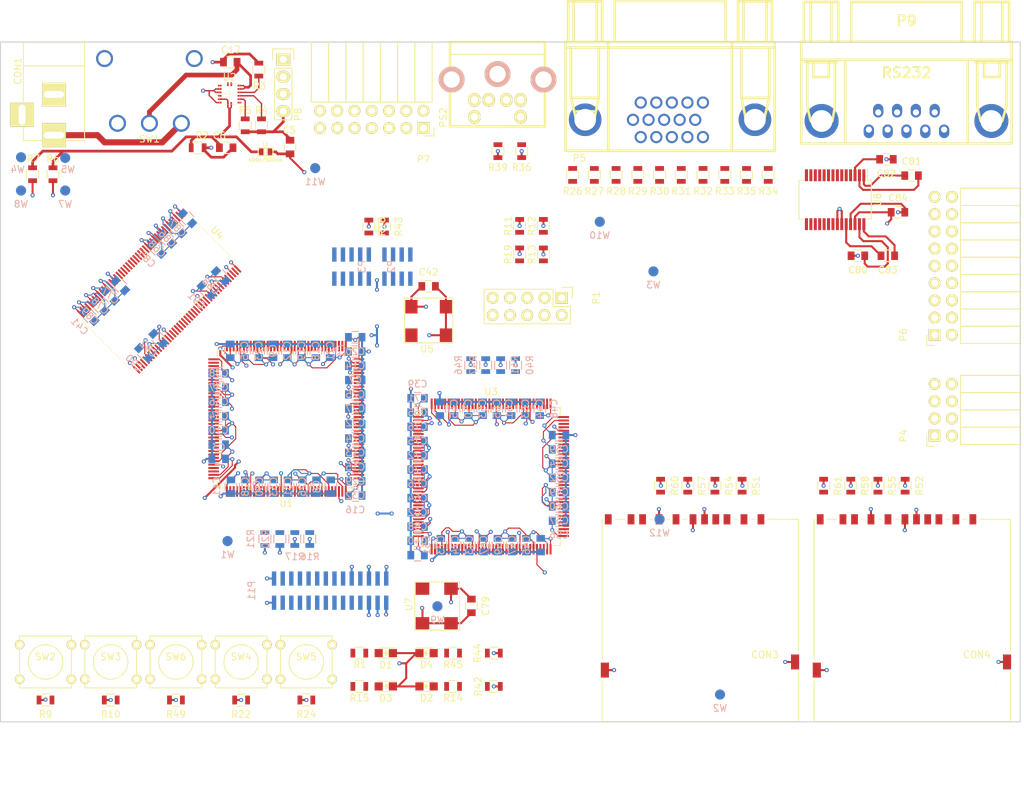
<source format=kicad_pcb>
(kicad_pcb (version 20160815) (host pcbnew 201610121318+7306~55~ubuntu16.04.1-)
  (layers (0 F.Cu signal) (1 Gnd.Cu power) (2 Pwr.Cu power) (31 B.Cu signal) (34 B.Paste user) (35 F.Paste user) (36 B.SilkS user) (37 F.SilkS user) (38 B.Mask user) (39 F.Mask user) (44 Edge.Cuts user))
  (net 0 "")
  (net 1 VCC)
  (net 2 GND)
  (net 3 VEE)
  (net 4 +3V3)
  (net 5 VAA)
  (net 6 +5V)
  (net 7 "Net-(CON1-Pad1)")
  (net 8 /SPI_MISO)
  (net 9 /SPI_SCLK)
  (net 10 /SPI_MOSI)
  (net 11 /SPI_SS0)
  (net 12 "Net-(D1-Pad2)")
  (net 13 "Net-(D2-Pad2)")
  (net 14 "Net-(D3-Pad2)")
  (net 15 "Net-(D4-Pad2)")
  (net 16 "Net-(P1-Pad6)")
  (net 17 "Net-(P1-Pad7)")
  (net 18 /PRI_CONFSEL)
  (net 19 /PRI_DBG0)
  (net 20 /PRI_FDBG)
  (net 21 /PRI_DBG1)
  (net 22 /PRI_DBGRX)
  (net 23 /PRI_DBG2)
  (net 24 /PRI_DBGTX)
  (net 25 /PRI_DBG3)
  (net 26 /PRI_DBG5)
  (net 27 /PRI_DBG4)
  (net 28 /AUX_CONFSEL)
  (net 29 /AUX_DBG2)
  (net 30 /AUX_DBG0)
  (net 31 /AUX_DBG3)
  (net 32 /AUX_DBG1)
  (net 33 /AUX_DBG4)
  (net 34 /AUX_JTAGEN)
  (net 35 "Net-(P5-Pad1)")
  (net 36 "Net-(P5-Pad2)")
  (net 37 "Net-(P5-Pad3)")
  (net 38 "Net-(P5-Pad4)")
  (net 39 "Net-(P5-Pad9)")
  (net 40 /GIO_PIN0)
  (net 41 /GIO_PIN8)
  (net 42 /GIO_PIN1)
  (net 43 /GIO_PIN9)
  (net 44 /GIO_PIN2)
  (net 45 /GIO_PIN10)
  (net 46 /GIO_PIN3)
  (net 47 /GIO_PIN11)
  (net 48 /GIO_PIN4)
  (net 49 /GIO_PIN12)
  (net 50 /GIO_PIN5)
  (net 51 /GIO_PIN13)
  (net 52 /GIO_PIN6)
  (net 53 /GIO_PIN14)
  (net 54 /GIO_PIN7)
  (net 55 /GIO_PIN15)
  (net 56 /EXB_MISO0)
  (net 57 /EXB_MOSI0)
  (net 58 /EXB_MISO1)
  (net 59 /EXB_MOSI1)
  (net 60 /EXB_MISO2)
  (net 61 /EXB_MOSI2)
  (net 62 /EXB_MISO3)
  (net 63 /EXB_MOSI3)
  (net 64 /EXB_SS0)
  (net 65 /EXB_SS1)
  (net 66 /EXB_INT)
  (net 67 /EXB_CLK)
  (net 68 /TTL_RX)
  (net 69 /TTL_TX)
  (net 70 /TTL_RTS)
  (net 71 "Net-(P9-Pad9)")
  (net 72 /SER_CTS)
  (net 73 /SER_RTS)
  (net 74 /SER_DSR)
  (net 75 /SER_DTR)
  (net 76 /SER_TX)
  (net 77 /SER_RX)
  (net 78 /SER_DCD)
  (net 79 "Net-(R3-Pad1)")
  (net 80 "Net-(R4-Pad1)")
  (net 81 "Net-(R5-Pad1)")
  (net 82 /PRI_INT)
  (net 83 /PRI_RST)
  (net 84 /PRI_CONFDONE)
  (net 85 /PRI_FHLT)
  (net 86 /PRI_NSTATUS)
  (net 87 /PRI_CRCERR)
  (net 88 /PRI_DEVCLRN)
  (net 89 /PRI_DEVOE)
  (net 90 /PRI_NCONFIG)
  (net 91 /AUX_NCONFIG)
  (net 92 /VGA_R0)
  (net 93 /VGA_R1)
  (net 94 /VGA_R2)
  (net 95 /VGA_G0)
  (net 96 /VGA_G1)
  (net 97 /VGA_G2)
  (net 98 /VGA_B0)
  (net 99 /VGA_B1)
  (net 100 /VGA_HS)
  (net 101 "Net-(P5-Pad13)")
  (net 102 "Net-(P5-Pad14)")
  (net 103 /VGA_VS)
  (net 104 /AUX_DEVCLRN)
  (net 105 /AUX_DEVOE)
  (net 106 /AUX_CONFDONE)
  (net 107 /AUX_NSTATUS)
  (net 108 /AUX_CRCERR)
  (net 109 /AUX_RST)
  (net 110 /SPI_SS1)
  (net 111 /SPI_SS2)
  (net 112 /BUS_INT)
  (net 113 /MEM_CASn)
  (net 114 /MEM_WEn)
  (net 115 /MEM_CSn)
  (net 116 /MEM_RASn)
  (net 117 /MEM_CLK)
  (net 118 /MEM_CKE)
  (net 119 /MEM_A10)
  (net 120 /MEM_A9)
  (net 121 /MEM_A8)
  (net 122 /MEM_A6)
  (net 123 /MEM_A7)
  (net 124 /MEM_A5)
  (net 125 /MEM_A4)
  (net 126 /MEM_A11)
  (net 127 /MEM_A3)
  (net 128 /MEM_A2)
  (net 129 /MEM_A1)
  (net 130 /MEM_A0)
  (net 131 /MEM_DQ31)
  (net 132 /MEM_DQ30)
  (net 133 /MEM_DQ29)
  (net 134 /MEM_DQ7)
  (net 135 /MEM_DQ9)
  (net 136 /MEM_DQ6)
  (net 137 /MEM_DQ8)
  (net 138 /MEM_DQ5)
  (net 139 /MEM_DQ11)
  (net 140 /MEM_DQ4)
  (net 141 /MEM_DQ10)
  (net 142 /MEM_DQ1)
  (net 143 /MEM_DQ3)
  (net 144 /MEM_DQ0)
  (net 145 /MEM_DQ2)
  (net 146 /MEM_BA1)
  (net 147 /PRI_CLK)
  (net 148 /BUS_SS1)
  (net 149 /BUS_CLK)
  (net 150 /BUS_MISO7)
  (net 151 /BUS_SS0)
  (net 152 /MEM_BA0)
  (net 153 /MEM_DQ23)
  (net 154 /MEM_DQ22)
  (net 155 /MEM_DQ15)
  (net 156 /MEM_DQ14)
  (net 157 /MEM_DQ13)
  (net 158 /MEM_DQ12)
  (net 159 /MEM_DQ19)
  (net 160 /MEM_DQ18)
  (net 161 /MEM_DQ28)
  (net 162 /MEM_DQ17)
  (net 163 /MEM_DQ16)
  (net 164 /MEM_DQ27)
  (net 165 /MEM_DQ26)
  (net 166 /MEM_DQ25)
  (net 167 /MEM_DQ24)
  (net 168 /MEM_DQ21)
  (net 169 /MEM_DQ20)
  (net 170 /BUS_MISO5)
  (net 171 /BUS_MISO4)
  (net 172 /BUS_MISO6)
  (net 173 /BUS_MISO3)
  (net 174 /BUS_MISO2)
  (net 175 /BUS_MISO1)
  (net 176 /BUS_MISO0)
  (net 177 /MEM_DQM3)
  (net 178 /MEM_DQM2)
  (net 179 /MEM_DQM1)
  (net 180 /MEM_DQM0)
  (net 181 /BUS_MOSI7)
  (net 182 /BUS_MOSI6)
  (net 183 /BUS_MOSI5)
  (net 184 /BUS_MOSI4)
  (net 185 /BUS_MOSI3)
  (net 186 /BUS_MOSI2)
  (net 187 /BUS_MOSI1)
  (net 188 /BUS_MOSI0)
  (net 189 "Net-(U2-Pad1)")
  (net 190 "Net-(U2-Pad4)")
  (net 191 "Net-(U4-Pad14)")
  (net 192 "Net-(U4-Pad30)")
  (net 193 /AUX_CLK)
  (net 194 /SPI_WP0)
  (net 195 /SPI_WP1)
  (net 196 /SPI_CD0)
  (net 197 /SPI_CD1)
  (net 198 "Net-(CON3-Pad9)")
  (net 199 "Net-(CON3-Pad8)")
  (net 200 "Net-(CON4-Pad8)")
  (net 201 "Net-(CON4-Pad9)")
  (net 202 "Net-(P5-Pad11)")
  (net 203 "Net-(P5-Pad12)")
  (net 204 "Net-(P5-Pad15)")
  (net 205 "Net-(P10-Pad2)")
  (net 206 "Net-(P10-Pad6)")
  (net 207 "Net-(U2-Pad16)")
  (net 208 "Net-(U2-Pad15)")
  (net 209 "Net-(U2-Pad9)")
  (net 210 "Net-(U4-Pad73)")
  (net 211 "Net-(U4-Pad70)")
  (net 212 "Net-(U4-Pad69)")
  (net 213 "Net-(U4-Pad57)")
  (net 214 "Net-(C80-Pad1)")
  (net 215 "Net-(C81-Pad1)")
  (net 216 "Net-(C81-Pad2)")
  (net 217 "Net-(C82-Pad2)")
  (net 218 "Net-(C83-Pad1)")
  (net 219 "Net-(C83-Pad2)")
  (net 220 /AUX_DBG5)
  (net 221 "Net-(P9-Pad3)")
  (net 222 "Net-(P9-Pad2)")
  (net 223 "Net-(P9-Pad1)")
  (net 224 "Net-(P9-Pad4)")
  (net 225 "Net-(P9-Pad8)")
  (net 226 "Net-(P9-Pad7)")
  (net 227 "Net-(P9-Pad6)")
  (net 228 /PS2_CLK)
  (net 229 /PS2_DAT)
  (net 230 "Net-(U8-Pad8)")
  (net 231 "Net-(U8-Pad19)")
  (net 232 "Net-(U8-Pad20)")
  (net 233 "Net-(U8-Pad21)")
  (net 234 /JTAG_TCK)
  (net 235 /JTAG_TDO)
  (net 236 /JTAG_TMS)
  (net 237 /JTAG_TDI)
  (net 238 "Net-(P3-Pad8)")
  (net 239 /SPI_SS3)
  (net 240 /BETW_TDO)
  (module altera:TSOP-86 (layer F.Cu) (at 97.6 64 315)
    (fp_text reference U4 (at 5 -1 315) (layer F.SilkS))
    (fp_text value IS45S32800J)
    (pad 2 smd rect (at -0.729999 1.11 315) (size 1.4 0.28) (layers F.Cu F.Paste F.Mask) (net 144 /MEM_DQ0))
    (pad 3 smd rect (at -0.73 1.61 315) (size 1.4 0.28) (layers F.Cu F.Paste F.Mask) (net 5 VAA))
    (pad 4 smd rect (at -0.73 2.11 315) (size 1.4 0.28) (layers F.Cu F.Paste F.Mask) (net 142 /MEM_DQ1))
    (pad 5 smd rect (at -0.73 2.61 315) (size 1.4 0.28) (layers F.Cu F.Paste F.Mask) (net 145 /MEM_DQ2))
    (pad 6 smd rect (at -0.73 3.11 315) (size 1.4 0.28) (layers F.Cu F.Paste F.Mask) (net 2 GND))
    (pad 7 smd rect (at -0.729999 3.61 315) (size 1.4 0.28) (layers F.Cu F.Paste F.Mask) (net 143 /MEM_DQ3))
    (pad 8 smd rect (at -0.73 4.11 315) (size 1.4 0.28) (layers F.Cu F.Paste F.Mask) (net 140 /MEM_DQ4))
    (pad 9 smd rect (at -0.73 4.61 315) (size 1.4 0.28) (layers F.Cu F.Paste F.Mask) (net 5 VAA))
    (pad 10 smd rect (at -0.73 5.11 315) (size 1.4 0.28) (layers F.Cu F.Paste F.Mask) (net 138 /MEM_DQ5))
    (pad 11 smd rect (at -0.73 5.61 315) (size 1.4 0.28) (layers F.Cu F.Paste F.Mask) (net 136 /MEM_DQ6))
    (pad 13 smd rect (at -0.73 6.61 315) (size 1.4 0.28) (layers F.Cu F.Paste F.Mask) (net 134 /MEM_DQ7))
    (pad 14 smd rect (at -0.73 7.11 315) (size 1.4 0.28) (layers F.Cu F.Paste F.Mask) (net 191 "Net-(U4-Pad14)"))
    (pad 15 smd rect (at -0.73 7.610001 315) (size 1.4 0.28) (layers F.Cu F.Paste F.Mask) (net 1 VCC))
    (pad 16 smd rect (at -0.73 8.11 315) (size 1.4 0.28) (layers F.Cu F.Paste F.Mask) (net 180 /MEM_DQM0))
    (pad 17 smd rect (at -0.73 8.609999 315) (size 1.4 0.28) (layers F.Cu F.Paste F.Mask) (net 114 /MEM_WEn))
    (pad 18 smd rect (at -0.73 9.11 315) (size 1.4 0.28) (layers F.Cu F.Paste F.Mask) (net 113 /MEM_CASn))
    (pad 19 smd rect (at -0.73 9.61 315) (size 1.4 0.28) (layers F.Cu F.Paste F.Mask) (net 116 /MEM_RASn))
    (pad 20 smd rect (at -0.73 10.110001 315) (size 1.4 0.28) (layers F.Cu F.Paste F.Mask) (net 115 /MEM_CSn))
    (pad 21 smd rect (at -0.73 10.61 315) (size 1.4 0.28) (layers F.Cu F.Paste F.Mask) (net 126 /MEM_A11))
    (pad 22 smd rect (at -0.73 11.11 315) (size 1.4 0.28) (layers F.Cu F.Paste F.Mask) (net 152 /MEM_BA0))
    (pad 23 smd rect (at -0.73 11.61 315) (size 1.4 0.28) (layers F.Cu F.Paste F.Mask) (net 146 /MEM_BA1))
    (pad 24 smd rect (at -0.73 12.11 315) (size 1.4 0.28) (layers F.Cu F.Paste F.Mask) (net 119 /MEM_A10))
    (pad 25 smd rect (at -0.729999 12.61 315) (size 1.4 0.28) (layers F.Cu F.Paste F.Mask) (net 130 /MEM_A0))
    (pad 26 smd rect (at -0.73 13.11 315) (size 1.4 0.28) (layers F.Cu F.Paste F.Mask) (net 129 /MEM_A1))
    (pad 27 smd rect (at -0.73 13.61 315) (size 1.4 0.28) (layers F.Cu F.Paste F.Mask) (net 128 /MEM_A2))
    (pad 28 smd rect (at -0.73 14.11 315) (size 1.4 0.28) (layers F.Cu F.Paste F.Mask) (net 178 /MEM_DQM2))
    (pad 29 smd rect (at -0.73 14.61 315) (size 1.4 0.28) (layers F.Cu F.Paste F.Mask) (net 1 VCC))
    (pad 30 smd rect (at -0.729999 15.11 315) (size 1.4 0.28) (layers F.Cu F.Paste F.Mask) (net 192 "Net-(U4-Pad30)"))
    (pad 31 smd rect (at -0.73 15.61 315) (size 1.4 0.28) (layers F.Cu F.Paste F.Mask) (net 163 /MEM_DQ16))
    (pad 32 smd rect (at -0.73 16.11 315) (size 1.4 0.28) (layers F.Cu F.Paste F.Mask) (net 2 GND))
    (pad 33 smd rect (at -0.73 16.610001 315) (size 1.4 0.28) (layers F.Cu F.Paste F.Mask) (net 162 /MEM_DQ17))
    (pad 34 smd rect (at -0.73 17.11 315) (size 1.4 0.28) (layers F.Cu F.Paste F.Mask) (net 160 /MEM_DQ18))
    (pad 35 smd rect (at -0.73 17.609999 315) (size 1.4 0.28) (layers F.Cu F.Paste F.Mask) (net 5 VAA))
    (pad 36 smd rect (at -0.73 18.11 315) (size 1.4 0.28) (layers F.Cu F.Paste F.Mask) (net 159 /MEM_DQ19))
    (pad 37 smd rect (at -0.73 18.61 315) (size 1.4 0.28) (layers F.Cu F.Paste F.Mask) (net 169 /MEM_DQ20))
    (pad 38 smd rect (at -0.73 19.110001 315) (size 1.4 0.28) (layers F.Cu F.Paste F.Mask) (net 2 GND))
    (pad 39 smd rect (at -0.73 19.61 315) (size 1.4 0.28) (layers F.Cu F.Paste F.Mask) (net 168 /MEM_DQ21))
    (pad 40 smd rect (at -0.73 20.109999 315) (size 1.4 0.28) (layers F.Cu F.Paste F.Mask) (net 154 /MEM_DQ22))
    (pad 41 smd rect (at -0.73 20.61 315) (size 1.4 0.28) (layers F.Cu F.Paste F.Mask) (net 5 VAA))
    (pad 42 smd rect (at -0.73 21.11 315) (size 1.4 0.28) (layers F.Cu F.Paste F.Mask) (net 153 /MEM_DQ23))
    (pad 43 smd rect (at -0.729999 21.61 315) (size 1.4 0.28) (layers F.Cu F.Paste F.Mask) (net 1 VCC))
    (pad 44 smd rect (at 10.89 21.61 315) (size 1.4 0.28) (layers F.Cu F.Paste F.Mask) (net 2 GND))
    (pad 45 smd rect (at 10.89 21.11 315) (size 1.4 0.28) (layers F.Cu F.Paste F.Mask) (net 167 /MEM_DQ24))
    (pad 46 smd rect (at 10.89 20.61 315) (size 1.4 0.28) (layers F.Cu F.Paste F.Mask) (net 2 GND))
    (pad 47 smd rect (at 10.89 20.11 315) (size 1.4 0.28) (layers F.Cu F.Paste F.Mask) (net 166 /MEM_DQ25))
    (pad 48 smd rect (at 10.89 19.61 315) (size 1.4 0.28) (layers F.Cu F.Paste F.Mask) (net 165 /MEM_DQ26))
    (pad 49 smd rect (at 10.89 19.11 315) (size 1.4 0.28) (layers F.Cu F.Paste F.Mask) (net 5 VAA))
    (pad 50 smd rect (at 10.89 18.61 315) (size 1.4 0.28) (layers F.Cu F.Paste F.Mask) (net 164 /MEM_DQ27))
    (pad 51 smd rect (at 10.89 18.11 315) (size 1.4 0.28) (layers F.Cu F.Paste F.Mask) (net 161 /MEM_DQ28))
    (pad 52 smd rect (at 10.89 17.61 315) (size 1.4 0.28) (layers F.Cu F.Paste F.Mask) (net 2 GND))
    (pad 53 smd rect (at 10.89 17.11 315) (size 1.4 0.28) (layers F.Cu F.Paste F.Mask) (net 133 /MEM_DQ29))
    (pad 54 smd rect (at 10.89 16.61 315) (size 1.4 0.28) (layers F.Cu F.Paste F.Mask) (net 132 /MEM_DQ30))
    (pad 55 smd rect (at 10.89 16.11 315) (size 1.4 0.28) (layers F.Cu F.Paste F.Mask) (net 5 VAA))
    (pad 56 smd rect (at 10.89 15.61 315) (size 1.4 0.28) (layers F.Cu F.Paste F.Mask) (net 131 /MEM_DQ31))
    (pad 57 smd rect (at 10.89 15.11 315) (size 1.4 0.28) (layers F.Cu F.Paste F.Mask) (net 213 "Net-(U4-Pad57)"))
    (pad 58 smd rect (at 10.89 14.61 315) (size 1.4 0.28) (layers F.Cu F.Paste F.Mask) (net 2 GND))
    (pad 59 smd rect (at 10.89 14.11 315) (size 1.4 0.28) (layers F.Cu F.Paste F.Mask) (net 177 /MEM_DQM3))
    (pad 60 smd rect (at 10.89 13.61 315) (size 1.4 0.28) (layers F.Cu F.Paste F.Mask) (net 127 /MEM_A3))
    (pad 61 smd rect (at 10.89 13.11 315) (size 1.4 0.28) (layers F.Cu F.Paste F.Mask) (net 125 /MEM_A4))
    (pad 62 smd rect (at 10.89 12.61 315) (size 1.4 0.28) (layers F.Cu F.Paste F.Mask) (net 124 /MEM_A5))
    (pad 63 smd rect (at 10.89 12.11 315) (size 1.4 0.28) (layers F.Cu F.Paste F.Mask) (net 122 /MEM_A6))
    (pad 64 smd rect (at 10.89 11.61 315) (size 1.4 0.28) (layers F.Cu F.Paste F.Mask) (net 123 /MEM_A7))
    (pad 65 smd rect (at 10.89 11.11 315) (size 1.4 0.28) (layers F.Cu F.Paste F.Mask) (net 121 /MEM_A8))
    (pad 66 smd rect (at 10.89 10.61 315) (size 1.4 0.28) (layers F.Cu F.Paste F.Mask) (net 120 /MEM_A9))
    (pad 67 smd rect (at 10.89 10.11 315) (size 1.4 0.28) (layers F.Cu F.Paste F.Mask) (net 118 /MEM_CKE))
    (pad 68 smd rect (at 10.89 9.61 315) (size 1.4 0.28) (layers F.Cu F.Paste F.Mask) (net 117 /MEM_CLK))
    (pad 69 smd rect (at 10.89 9.11 315) (size 1.4 0.28) (layers F.Cu F.Paste F.Mask) (net 212 "Net-(U4-Pad69)"))
    (pad 70 smd rect (at 10.89 8.61 315) (size 1.4 0.28) (layers F.Cu F.Paste F.Mask) (net 211 "Net-(U4-Pad70)"))
    (pad 71 smd rect (at 10.89 8.11 315) (size 1.4 0.28) (layers F.Cu F.Paste F.Mask) (net 179 /MEM_DQM1))
    (pad 72 smd rect (at 10.89 7.61 315) (size 1.4 0.28) (layers F.Cu F.Paste F.Mask) (net 2 GND))
    (pad 73 smd rect (at 10.89 7.11 315) (size 1.4 0.28) (layers F.Cu F.Paste F.Mask) (net 210 "Net-(U4-Pad73)"))
    (pad 74 smd rect (at 10.89 6.61 315) (size 1.4 0.28) (layers F.Cu F.Paste F.Mask) (net 137 /MEM_DQ8))
    (pad 75 smd rect (at 10.89 6.11 315) (size 1.4 0.28) (layers F.Cu F.Paste F.Mask) (net 5 VAA))
    (pad 76 smd rect (at 10.89 5.61 315) (size 1.4 0.28) (layers F.Cu F.Paste F.Mask) (net 135 /MEM_DQ9))
    (pad 77 smd rect (at 10.89 5.11 315) (size 1.4 0.28) (layers F.Cu F.Paste F.Mask) (net 141 /MEM_DQ10))
    (pad 78 smd rect (at 10.89 4.61 315) (size 1.4 0.28) (layers F.Cu F.Paste F.Mask) (net 2 GND))
    (pad 79 smd rect (at 10.89 4.11 315) (size 1.4 0.28) (layers F.Cu F.Paste F.Mask) (net 139 /MEM_DQ11))
    (pad 80 smd rect (at 10.89 3.61 315) (size 1.4 0.28) (layers F.Cu F.Paste F.Mask) (net 158 /MEM_DQ12))
    (pad 81 smd rect (at 10.89 3.11 315) (size 1.4 0.28) (layers F.Cu F.Paste F.Mask) (net 5 VAA))
    (pad 82 smd rect (at 10.89 2.61 315) (size 1.4 0.28) (layers F.Cu F.Paste F.Mask) (net 157 /MEM_DQ13))
    (pad 83 smd rect (at 10.89 2.11 315) (size 1.4 0.28) (layers F.Cu F.Paste F.Mask) (net 156 /MEM_DQ14))
    (pad 84 smd rect (at 10.89 1.61 315) (size 1.4 0.28) (layers F.Cu F.Paste F.Mask) (net 2 GND))
    (pad 85 smd rect (at 10.89 1.11 315) (size 1.4 0.28) (layers F.Cu F.Paste F.Mask) (net 155 /MEM_DQ15))
    (pad 86 smd rect (at 10.89 0.61 315) (size 1.4 0.28) (layers F.Cu F.Paste F.Mask) (net 2 GND))
    (pad 12 smd rect (at -0.73 6.109999 315) (size 1.4 0.28) (layers F.Cu F.Paste F.Mask) (net 2 GND))
    (pad 1 smd rect (at -0.73 0.61 315) (size 1.4 0.28) (layers F.Cu F.Paste F.Mask) (net 1 VCC))
  )
  (module altera:SW_SLIDE_PWR (layer F.Cu) (at 91.9 50.7)
    (fp_text reference SW1 (at 0 2.31) (layer F.SilkS))
    (fp_text value POWER)
    (pad 1 thru_hole circle (at 4.7 0) (size 2.5 2.5) (drill 1.85) (layers *.Cu *.Mask) (net 7 "Net-(CON1-Pad1)"))
    (pad 2 thru_hole circle (at 0 0) (size 2.5 2.5) (drill 1.85) (layers *.Cu *.Mask) (net 6 +5V))
    (pad 3 thru_hole circle (at -4.7 0) (size 2.5 2.5) (drill 1.85) (layers *.Cu *.Mask))
    (pad 4 thru_hole circle (at -6.605 -9.53) (size 2.5 2.5) (drill 1.85) (layers *.Cu *.Mask))
    (pad 5 thru_hole circle (at 6.605 -9.53) (size 2.5 2.5) (drill 1.85) (layers *.Cu *.Mask))
  )
  (module din:00JG-MiniDin6 (layer F.Cu) (at 143.15 38.75)
    (fp_text reference P10 hide)
    (fp_text value PS2 (at -8 11.1 90) (layer F.SilkS) (effects (font (size 1.016 1.016) (thickness 0.1524))))
    (pad 3 thru_hole circle (at 6.76 5.51) (size 3.81 3.81) (drill 2.4) (layers *.Cu *.SilkS *.Mask) (net 2 GND))
    (pad 3 thru_hole circle (at -6.76 5.51) (size 3.81 3.81) (drill 2.4) (layers *.Cu *.SilkS *.Mask) (net 2 GND))
    (pad 3 thru_hole oval (at -3.4 8.5) (size 1.778 2.032) (drill 1.1) (layers *.Cu *.Mask F.SilkS) (net 2 GND))
    (pad 5 thru_hole oval (at -3.4 11) (size 1.778 2.032) (drill 1.1) (layers *.Cu *.Mask F.SilkS) (net 228 /PS2_CLK))
    (pad 4 thru_hole oval (at 3.4 8.5) (size 1.778 2.032) (drill 1.1) (layers *.Cu *.Mask F.SilkS) (net 6 +5V))
    (pad 3 thru_hole circle (at 0 4.7) (size 3.81 3.81) (drill 2.4) (layers *.Cu *.SilkS *.Mask) (net 2 GND))
    (pad 6 thru_hole oval (at 3.4 11) (size 1.778 2.032) (drill 1.1) (layers *.Cu *.Mask F.SilkS) (net 206 "Net-(P10-Pad6)"))
    (pad 1 thru_hole oval (at -1.3 8.5) (size 1.778 2.032) (drill 1.1) (layers *.Cu *.Mask F.SilkS) (net 229 /PS2_DAT))
    (pad 2 thru_hole oval (at 1.3 8.5) (size 1.778 2.032) (drill 1.1) (layers *.Cu *.Mask F.SilkS) (net 205 "Net-(P10-Pad2)"))
  )
  (module w_smd_inductors:inductor_smd_0603 (layer F.Cu) (at 109 54.9)
    (fp_text reference L1 (at 0 -1.09982) (layer F.SilkS) (effects (font (size 0.49784 0.49784) (thickness 0.09906))))
    (fp_text value 600o/500mA (at 0 1.19888) (layer F.SilkS) (effects (font (size 0.49784 0.49784) (thickness 0.09906))))
    (pad 2 smd rect (at 0.63754 0) (size 0.635 1.016) (layers F.Cu F.Paste F.Mask) (net 3 VEE))
    (pad 1 smd rect (at -0.63754 0) (size 0.635 1.016) (layers F.Cu F.Paste F.Mask) (net 4 +3V3))
  )
  (module Capacitors_SMD:C_0805 (layer B.Cu) (at 118.5 84.2 90)
    (fp_text reference C1 (at 0 1.7 90) (layer B.SilkS) (effects (justify mirror)))
    (fp_text value 0.1u)
    (pad 2 smd rect (at 1 0 90) (size 1 1.25) (layers B.Cu B.Paste B.Mask) (net 2 GND))
    (pad 1 smd rect (at -1 0 90) (size 1 1.25) (layers B.Cu B.Paste B.Mask) (net 1 VCC))
  )
  (module Capacitors_SMD:C_0805 (layer B.Cu) (at 106 104.2 270)
    (fp_text reference C2 (at 0 -1.7 270) (layer B.SilkS) (effects (justify mirror)))
    (fp_text value 0.1u)
    (pad 1 smd rect (at -1 0 270) (size 1 1.25) (layers B.Cu B.Paste B.Mask) (net 1 VCC))
    (pad 2 smd rect (at 1 0 270) (size 1 1.25) (layers B.Cu B.Paste B.Mask) (net 2 GND))
  )
  (module Capacitors_SMD:C_0805 (layer B.Cu) (at 102.1 100.1 180)
    (fp_text reference C3 (at 0 1.7 180) (layer B.SilkS) (effects (justify mirror)))
    (fp_text value 0.1u)
    (pad 2 smd rect (at 1 0 180) (size 1 1.25) (layers B.Cu B.Paste B.Mask) (net 2 GND))
    (pad 1 smd rect (at -1 0 180) (size 1 1.25) (layers B.Cu B.Paste B.Mask) (net 1 VCC))
  )
  (module Capacitors_SMD:C_0805 (layer B.Cu) (at 102.1 87.5 180)
    (fp_text reference C4 (at 0 -1.7 180) (layer B.SilkS) (effects (justify mirror)))
    (fp_text value 0.1u)
    (pad 1 smd rect (at -1 0 180) (size 1 1.25) (layers B.Cu B.Paste B.Mask) (net 1 VCC))
    (pad 2 smd rect (at 1 0 180) (size 1 1.25) (layers B.Cu B.Paste B.Mask) (net 2 GND))
  )
  (module Capacitors_SMD:C_0805 (layer F.Cu) (at 112.6 54.2 90)
    (fp_text reference C5 (at 2.5 -0.1 180) (layer F.SilkS))
    (fp_text value 10u)
    (pad 1 smd rect (at -1 0 90) (size 1 1.25) (layers F.Cu F.Paste F.Mask) (net 3 VEE))
    (pad 2 smd rect (at 1 0 90) (size 1 1.25) (layers F.Cu F.Paste F.Mask) (net 2 GND))
  )
  (module Capacitors_SMD:C_0805 (layer F.Cu) (at 103.2 54.3)
    (fp_text reference C6 (at -1 -1.8) (layer F.SilkS))
    (fp_text value 47u/16v)
    (pad 1 smd rect (at -1 0) (size 1 1.25) (layers F.Cu F.Paste F.Mask) (net 4 +3V3))
    (pad 2 smd rect (at 1 0) (size 1 1.25) (layers F.Cu F.Paste F.Mask) (net 2 GND))
  )
  (module Capacitors_SMD:C_0805 (layer B.Cu) (at 122.2 86.4)
    (fp_text reference C7 (at 0 2.1) (layer B.SilkS) (effects (justify mirror)))
    (fp_text value 0.1u)
    (pad 2 smd rect (at 1 0) (size 1 1.25) (layers B.Cu B.Paste B.Mask) (net 2 GND))
    (pad 1 smd rect (at -1 0) (size 1 1.25) (layers B.Cu B.Paste B.Mask) (net 3 VEE))
  )
  (module Capacitors_SMD:C_0805 (layer B.Cu) (at 118.6 104.2 270)
    (fp_text reference C8 (at 0 2.1 270) (layer B.SilkS) (effects (justify mirror)))
    (fp_text value 0.1u)
    (pad 2 smd rect (at 1 0 270) (size 1 1.25) (layers B.Cu B.Paste B.Mask) (net 2 GND))
    (pad 1 smd rect (at -1 0 270) (size 1 1.25) (layers B.Cu B.Paste B.Mask) (net 1 VCC))
  )
  (module Capacitors_SMD:C_0805 (layer B.Cu) (at 108 84.2 90)
    (fp_text reference C9 (at 0 2.1 90) (layer B.SilkS) (effects (justify mirror)))
    (fp_text value 0.1u)
    (pad 2 smd rect (at 1 0 90) (size 1 1.25) (layers B.Cu B.Paste B.Mask) (net 2 GND))
    (pad 1 smd rect (at -1 0 90) (size 1 1.25) (layers B.Cu B.Paste B.Mask) (net 5 VAA))
  )
  (module Capacitors_SMD:C_0805 (layer B.Cu) (at 102.1 98 180)
    (fp_text reference C10 (at 0 2.1 180) (layer B.SilkS) (effects (justify mirror)))
    (fp_text value 0.1u)
    (pad 1 smd rect (at -1 0 180) (size 1 1.25) (layers B.Cu B.Paste B.Mask) (net 3 VEE))
    (pad 2 smd rect (at 1 0 180) (size 1 1.25) (layers B.Cu B.Paste B.Mask) (net 2 GND))
  )
  (module Capacitors_SMD:C_0805 (layer B.Cu) (at 103.9 104.2 270)
    (fp_text reference C11 (at 0 2.1 270) (layer B.SilkS) (effects (justify mirror)))
    (fp_text value 0.1u)
    (pad 1 smd rect (at -1 0 270) (size 1 1.25) (layers B.Cu B.Paste B.Mask) (net 1 VCC))
    (pad 2 smd rect (at 1 0 270) (size 1 1.25) (layers B.Cu B.Paste B.Mask) (net 2 GND))
  )
  (module Capacitors_SMD:C_0805 (layer B.Cu) (at 110.1 84.2 90)
    (fp_text reference C12 (at 0 2.1 90) (layer B.SilkS) (effects (justify mirror)))
    (fp_text value 1u)
    (pad 1 smd rect (at -1 0 90) (size 1 1.25) (layers B.Cu B.Paste B.Mask) (net 5 VAA))
    (pad 2 smd rect (at 1 0 90) (size 1 1.25) (layers B.Cu B.Paste B.Mask) (net 2 GND))
  )
  (module Capacitors_SMD:C_0805 (layer B.Cu) (at 122.2 97.1)
    (fp_text reference C13 (at 0 2.1) (layer B.SilkS) (effects (justify mirror)))
    (fp_text value 0.1u)
    (pad 1 smd rect (at -1 0) (size 1 1.25) (layers B.Cu B.Paste B.Mask) (net 5 VAA))
    (pad 2 smd rect (at 1 0) (size 1 1.25) (layers B.Cu B.Paste B.Mask) (net 2 GND))
  )
  (module Capacitors_SMD:C_0805 (layer B.Cu) (at 122.2 84.3)
    (fp_text reference C14 (at 0 2.1) (layer B.SilkS) (effects (justify mirror)))
    (fp_text value 0.1u)
    (pad 2 smd rect (at 1 0) (size 1 1.25) (layers B.Cu B.Paste B.Mask) (net 2 GND))
    (pad 1 smd rect (at -1 0) (size 1 1.25) (layers B.Cu B.Paste B.Mask) (net 3 VEE))
  )
  (module Capacitors_SMD:C_0805 (layer B.Cu) (at 122.2 99.2)
    (fp_text reference C15 (at 0 2.1) (layer B.SilkS) (effects (justify mirror)))
    (fp_text value 1u)
    (pad 2 smd rect (at 1 0) (size 1 1.25) (layers B.Cu B.Paste B.Mask) (net 2 GND))
    (pad 1 smd rect (at -1 0) (size 1 1.25) (layers B.Cu B.Paste B.Mask) (net 5 VAA))
  )
  (module Capacitors_SMD:C_0805 (layer B.Cu) (at 122.2 105.5)
    (fp_text reference C16 (at 0 2.1) (layer B.SilkS) (effects (justify mirror)))
    (fp_text value 0.1u)
    (pad 2 smd rect (at 1 0) (size 1 1.25) (layers B.Cu B.Paste B.Mask) (net 2 GND))
    (pad 1 smd rect (at -1 0) (size 1 1.25) (layers B.Cu B.Paste B.Mask) (net 1 VCC))
  )
  (module Capacitors_SMD:C_0805 (layer F.Cu) (at 103.8 41.7 180)
    (fp_text reference C17 (at -0.1 1.8 180) (layer F.SilkS))
    (fp_text value 4.7u)
    (pad 2 smd rect (at 1 0 180) (size 1 1.25) (layers F.Cu F.Paste F.Mask) (net 2 GND))
    (pad 1 smd rect (at -1 0 180) (size 1 1.25) (layers F.Cu F.Paste F.Mask) (net 6 +5V))
  )
  (module Capacitors_SMD:C_0805 (layer B.Cu) (at 114.3 84.2 90)
    (fp_text reference C18 (at 0 2.1 90) (layer B.SilkS) (effects (justify mirror)))
    (fp_text value 0.1u)
    (pad 2 smd rect (at 1 0 90) (size 1 1.25) (layers B.Cu B.Paste B.Mask) (net 2 GND))
    (pad 1 smd rect (at -1 0 90) (size 1 1.25) (layers B.Cu B.Paste B.Mask) (net 5 VAA))
  )
  (module Capacitors_SMD:C_0805 (layer B.Cu) (at 112.2 84.2 90)
    (fp_text reference C19 (at 0 2.1 90) (layer B.SilkS) (effects (justify mirror)))
    (fp_text value 0.1u)
    (pad 1 smd rect (at -1 0 90) (size 1 1.25) (layers B.Cu B.Paste B.Mask) (net 1 VCC))
    (pad 2 smd rect (at 1 0 90) (size 1 1.25) (layers B.Cu B.Paste B.Mask) (net 2 GND))
  )
  (module Capacitors_SMD:C_0805 (layer B.Cu) (at 122.2 82.2)
    (fp_text reference C20 (at 0 2.1) (layer B.SilkS) (effects (justify mirror)))
    (fp_text value 0.1u)
    (pad 1 smd rect (at -1 0) (size 1 1.25) (layers B.Cu B.Paste B.Mask) (net 1 VCC))
    (pad 2 smd rect (at 1 0) (size 1 1.25) (layers B.Cu B.Paste B.Mask) (net 2 GND))
  )
  (module Capacitors_SMD:C_0805 (layer B.Cu) (at 116.4 84.2 90)
    (fp_text reference C21 (at 0 2.1 90) (layer B.SilkS) (effects (justify mirror)))
    (fp_text value 1u)
    (pad 1 smd rect (at -1 0 90) (size 1 1.25) (layers B.Cu B.Paste B.Mask) (net 5 VAA))
    (pad 2 smd rect (at 1 0 90) (size 1 1.25) (layers B.Cu B.Paste B.Mask) (net 2 GND))
  )
  (module Capacitors_SMD:C_0805 (layer B.Cu) (at 122.2 92.7)
    (fp_text reference C22 (at 0 2.1) (layer B.SilkS) (effects (justify mirror)))
    (fp_text value 0.1u)
    (pad 2 smd rect (at 1 0) (size 1 1.25) (layers B.Cu B.Paste B.Mask) (net 2 GND))
    (pad 1 smd rect (at -1 0) (size 1 1.25) (layers B.Cu B.Paste B.Mask) (net 5 VAA))
  )
  (module Capacitors_SMD:C_0805 (layer B.Cu) (at 105.9 84.2 90)
    (fp_text reference C23 (at 0 2.1 90) (layer B.SilkS) (effects (justify mirror)))
    (fp_text value 0.1u)
    (pad 2 smd rect (at 1 0 90) (size 1 1.25) (layers B.Cu B.Paste B.Mask) (net 2 GND))
    (pad 1 smd rect (at -1 0 90) (size 1 1.25) (layers B.Cu B.Paste B.Mask) (net 3 VEE))
  )
  (module Capacitors_SMD:C_0805 (layer B.Cu) (at 122.2 95)
    (fp_text reference C24 (at 0 2.1) (layer B.SilkS) (effects (justify mirror)))
    (fp_text value 1u)
    (pad 1 smd rect (at -1 0) (size 1 1.25) (layers B.Cu B.Paste B.Mask) (net 5 VAA))
    (pad 2 smd rect (at 1 0) (size 1 1.25) (layers B.Cu B.Paste B.Mask) (net 2 GND))
  )
  (module Capacitors_SMD:C_0805 (layer B.Cu) (at 122.2 88.5)
    (fp_text reference C25 (at 0 2.1) (layer B.SilkS) (effects (justify mirror)))
    (fp_text value 0.1u)
    (pad 2 smd rect (at 1 0) (size 1 1.25) (layers B.Cu B.Paste B.Mask) (net 2 GND))
    (pad 1 smd rect (at -1 0) (size 1 1.25) (layers B.Cu B.Paste B.Mask) (net 5 VAA))
  )
  (module Capacitors_SMD:C_0805 (layer B.Cu) (at 116.5 104.2 270)
    (fp_text reference C26 (at 0 2.1 270) (layer B.SilkS) (effects (justify mirror)))
    (fp_text value 0.1u)
    (pad 1 smd rect (at -1 0 270) (size 1 1.25) (layers B.Cu B.Paste B.Mask) (net 3 VEE))
    (pad 2 smd rect (at 1 0 270) (size 1 1.25) (layers B.Cu B.Paste B.Mask) (net 2 GND))
  )
  (module Capacitors_SMD:C_0805 (layer B.Cu) (at 122.2 90.6)
    (fp_text reference C27 (at 0 2.1) (layer B.SilkS) (effects (justify mirror)))
    (fp_text value 1u)
    (pad 1 smd rect (at -1 0) (size 1 1.25) (layers B.Cu B.Paste B.Mask) (net 5 VAA))
    (pad 2 smd rect (at 1 0) (size 1 1.25) (layers B.Cu B.Paste B.Mask) (net 2 GND))
  )
  (module Capacitors_SMD:C_0805 (layer B.Cu) (at 108.1 104.2 270)
    (fp_text reference C28 (at 0 2.1 270) (layer B.SilkS) (effects (justify mirror)))
    (fp_text value 0.1u)
    (pad 2 smd rect (at 1 0 270) (size 1 1.25) (layers B.Cu B.Paste B.Mask) (net 2 GND))
    (pad 1 smd rect (at -1 0 270) (size 1 1.25) (layers B.Cu B.Paste B.Mask) (net 5 VAA))
  )
  (module Capacitors_SMD:C_0805 (layer B.Cu) (at 122.2 101.3)
    (fp_text reference C29 (at 0 2.1) (layer B.SilkS) (effects (justify mirror)))
    (fp_text value 0.1u)
    (pad 2 smd rect (at 1 0) (size 1 1.25) (layers B.Cu B.Paste B.Mask) (net 2 GND))
    (pad 1 smd rect (at -1 0) (size 1 1.25) (layers B.Cu B.Paste B.Mask) (net 3 VEE))
  )
  (module Capacitors_SMD:C_0805 (layer B.Cu) (at 110.2 104.2 270)
    (fp_text reference C30 (at 0 2.1 270) (layer B.SilkS) (effects (justify mirror)))
    (fp_text value 1u)
    (pad 1 smd rect (at -1 0 270) (size 1 1.25) (layers B.Cu B.Paste B.Mask) (net 5 VAA))
    (pad 2 smd rect (at 1 0 270) (size 1 1.25) (layers B.Cu B.Paste B.Mask) (net 2 GND))
  )
  (module Capacitors_SMD:C_0805 (layer B.Cu) (at 114.4 104.2 270)
    (fp_text reference C31 (at 0 2.1 270) (layer B.SilkS) (effects (justify mirror)))
    (fp_text value 0.1u)
    (pad 2 smd rect (at 1 0 270) (size 1 1.25) (layers B.Cu B.Paste B.Mask) (net 2 GND))
    (pad 1 smd rect (at -1 0 270) (size 1 1.25) (layers B.Cu B.Paste B.Mask) (net 5 VAA))
  )
  (module Capacitors_SMD:C_0805 (layer B.Cu) (at 122.2 103.4)
    (fp_text reference C32 (at 0 2.1) (layer B.SilkS) (effects (justify mirror)))
    (fp_text value 0.1u)
    (pad 1 smd rect (at -1 0) (size 1 1.25) (layers B.Cu B.Paste B.Mask) (net 3 VEE))
    (pad 2 smd rect (at 1 0) (size 1 1.25) (layers B.Cu B.Paste B.Mask) (net 2 GND))
  )
  (module Capacitors_SMD:C_0805 (layer B.Cu) (at 112.3 104.2 270)
    (fp_text reference C33 (at 0 2.1 270) (layer B.SilkS) (effects (justify mirror)))
    (fp_text value 1u)
    (pad 1 smd rect (at -1 0 270) (size 1 1.25) (layers B.Cu B.Paste B.Mask) (net 5 VAA))
    (pad 2 smd rect (at 1 0 270) (size 1 1.25) (layers B.Cu B.Paste B.Mask) (net 2 GND))
  )
  (module Capacitors_SMD:C_0805 (layer B.Cu) (at 102.1 95.9 180)
    (fp_text reference C34 (at 0 2.1 180) (layer B.SilkS) (effects (justify mirror)))
    (fp_text value 0.1u)
    (pad 2 smd rect (at 1 0 180) (size 1 1.25) (layers B.Cu B.Paste B.Mask) (net 2 GND))
    (pad 1 smd rect (at -1 0 180) (size 1 1.25) (layers B.Cu B.Paste B.Mask) (net 5 VAA))
  )
  (module Capacitors_SMD:C_0805 (layer B.Cu) (at 102.1 93.8 180)
    (fp_text reference C36 (at 0 2.1 180) (layer B.SilkS) (effects (justify mirror)))
    (fp_text value 1u)
    (pad 1 smd rect (at -1 0 180) (size 1 1.25) (layers B.Cu B.Paste B.Mask) (net 5 VAA))
    (pad 2 smd rect (at 1 0 180) (size 1 1.25) (layers B.Cu B.Paste B.Mask) (net 2 GND))
  )
  (module Capacitors_SMD:C_0805 (layer B.Cu) (at 102.1 91.7 180)
    (fp_text reference C37 (at 0 2.1 180) (layer B.SilkS) (effects (justify mirror)))
    (fp_text value 0.1u)
    (pad 1 smd rect (at -1 0 180) (size 1 1.25) (layers B.Cu B.Paste B.Mask) (net 5 VAA))
    (pad 2 smd rect (at 1 0 180) (size 1 1.25) (layers B.Cu B.Paste B.Mask) (net 2 GND))
  )
  (module Capacitors_SMD:C_0805 (layer B.Cu) (at 102.1 89.6 180)
    (fp_text reference C38 (at 0 2.1 180) (layer B.SilkS) (effects (justify mirror)))
    (fp_text value 1u)
    (pad 2 smd rect (at 1 0 180) (size 1 1.25) (layers B.Cu B.Paste B.Mask) (net 2 GND))
    (pad 1 smd rect (at -1 0 180) (size 1 1.25) (layers B.Cu B.Paste B.Mask) (net 5 VAA))
  )
  (module Capacitors_SMD:C_0805 (layer F.Cu) (at 133 74.7)
    (fp_text reference C42 (at 0 -2.1) (layer F.SilkS))
    (fp_text value 0.1u)
    (pad 2 smd rect (at 1 0) (size 1 1.25) (layers F.Cu F.Paste F.Mask) (net 1 VCC))
    (pad 1 smd rect (at -1 0) (size 1 1.25) (layers F.Cu F.Paste F.Mask) (net 2 GND))
  )
  (module Capacitors_SMD:C_0805 (layer B.Cu) (at 141.1 112.8 270)
    (fp_text reference C43 (at 0 2.1 270) (layer B.SilkS) (effects (justify mirror)))
    (fp_text value 0.1u)
    (pad 1 smd rect (at -1 0 270) (size 1 1.25) (layers B.Cu B.Paste B.Mask) (net 1 VCC))
    (pad 2 smd rect (at 1 0 270) (size 1 1.25) (layers B.Cu B.Paste B.Mask) (net 2 GND))
  )
  (module Capacitors_SMD:C_0805 (layer B.Cu) (at 147.25 92.725 90)
    (fp_text reference C44 (at 0 2.1 90) (layer B.SilkS) (effects (justify mirror)))
    (fp_text value 0.1u)
    (pad 2 smd rect (at 1 0 90) (size 1 1.25) (layers B.Cu B.Paste B.Mask) (net 2 GND))
    (pad 1 smd rect (at -1 0 90) (size 1 1.25) (layers B.Cu B.Paste B.Mask) (net 1 VCC))
  )
  (module Capacitors_SMD:C_0805 (layer B.Cu) (at 134.65 92.725 90)
    (fp_text reference C45 (at 0 2.1 90) (layer B.SilkS) (effects (justify mirror)))
    (fp_text value 0.1u)
    (pad 1 smd rect (at -1 0 90) (size 1 1.25) (layers B.Cu B.Paste B.Mask) (net 1 VCC))
    (pad 2 smd rect (at 1 0 90) (size 1 1.25) (layers B.Cu B.Paste B.Mask) (net 2 GND))
  )
  (module Capacitors_SMD:C_0805 (layer B.Cu) (at 149.5 112.8 270)
    (fp_text reference C46 (at 0 2.1 270) (layer B.SilkS) (effects (justify mirror)))
    (fp_text value 0.1u)
    (pad 2 smd rect (at 1 0 270) (size 1 1.25) (layers B.Cu B.Paste B.Mask) (net 2 GND))
    (pad 1 smd rect (at -1 0 270) (size 1 1.25) (layers B.Cu B.Paste B.Mask) (net 1 VCC))
  )
  (module Capacitors_SMD:C_0805 (layer B.Cu) (at 147.4 112.8 270)
    (fp_text reference C47 (at 0 2.1 270) (layer B.SilkS) (effects (justify mirror)))
    (fp_text value 0.1u)
    (pad 1 smd rect (at -1 0 270) (size 1 1.25) (layers B.Cu B.Paste B.Mask) (net 3 VEE))
    (pad 2 smd rect (at 1 0 270) (size 1 1.25) (layers B.Cu B.Paste B.Mask) (net 2 GND))
  )
  (module Capacitors_SMD:C_0805 (layer B.Cu) (at 149.35 92.725 90)
    (fp_text reference C48 (at 0 2.1 90) (layer B.SilkS) (effects (justify mirror)))
    (fp_text value 0.1u)
    (pad 1 smd rect (at -1 0 90) (size 1 1.25) (layers B.Cu B.Paste B.Mask) (net 1 VCC))
    (pad 2 smd rect (at 1 0 90) (size 1 1.25) (layers B.Cu B.Paste B.Mask) (net 2 GND))
  )
  (module Capacitors_SMD:C_0805 (layer B.Cu) (at 152.2 102.9)
    (fp_text reference C49 (at 0 2.1) (layer B.SilkS) (effects (justify mirror)))
    (fp_text value 0.1u)
    (pad 1 smd rect (at -1 0) (size 1 1.25) (layers B.Cu B.Paste B.Mask) (net 5 VAA))
    (pad 2 smd rect (at 1 0) (size 1 1.25) (layers B.Cu B.Paste B.Mask) (net 2 GND))
  )
  (module Capacitors_SMD:C_0805 (layer B.Cu) (at 136.75 92.725 90)
    (fp_text reference C50 (at 0 2.1 90) (layer B.SilkS) (effects (justify mirror)))
    (fp_text value 0.1u)
    (pad 2 smd rect (at 1 0 90) (size 1 1.25) (layers B.Cu B.Paste B.Mask) (net 2 GND))
    (pad 1 smd rect (at -1 0 90) (size 1 1.25) (layers B.Cu B.Paste B.Mask) (net 3 VEE))
  )
  (module Capacitors_SMD:C_0805 (layer B.Cu) (at 134.8 112.8 270)
    (fp_text reference C51 (at 0 2.1 270) (layer B.SilkS) (effects (justify mirror)))
    (fp_text value 0.1u)
    (pad 2 smd rect (at 1 0 270) (size 1 1.25) (layers B.Cu B.Paste B.Mask) (net 2 GND))
    (pad 1 smd rect (at -1 0 270) (size 1 1.25) (layers B.Cu B.Paste B.Mask) (net 1 VCC))
  )
  (module Capacitors_SMD:C_0805 (layer B.Cu) (at 152.2 100.8)
    (fp_text reference C52 (at 0 2.1) (layer B.SilkS) (effects (justify mirror)))
    (fp_text value 1u)
    (pad 2 smd rect (at 1 0) (size 1 1.25) (layers B.Cu B.Paste B.Mask) (net 2 GND))
    (pad 1 smd rect (at -1 0) (size 1 1.25) (layers B.Cu B.Paste B.Mask) (net 5 VAA))
  )
  (module Capacitors_SMD:C_0805 (layer B.Cu) (at 138.85 92.725 90)
    (fp_text reference C53 (at 0 2.1 90) (layer B.SilkS) (effects (justify mirror)))
    (fp_text value 0.1u)
    (pad 2 smd rect (at 1 0 90) (size 1 1.25) (layers B.Cu B.Paste B.Mask) (net 2 GND))
    (pad 1 smd rect (at -1 0 90) (size 1 1.25) (layers B.Cu B.Paste B.Mask) (net 5 VAA))
  )
  (module Capacitors_SMD:C_0805 (layer B.Cu) (at 152.2 98.7)
    (fp_text reference C54 (at 0 2.1) (layer B.SilkS) (effects (justify mirror)))
    (fp_text value 0.1u)
    (pad 1 smd rect (at -1 0) (size 1 1.25) (layers B.Cu B.Paste B.Mask) (net 3 VEE))
    (pad 2 smd rect (at 1 0) (size 1 1.25) (layers B.Cu B.Paste B.Mask) (net 2 GND))
  )
  (module Capacitors_SMD:C_0805 (layer B.Cu) (at 140.95 92.725 90)
    (fp_text reference C55 (at 0 2.1 90) (layer B.SilkS) (effects (justify mirror)))
    (fp_text value 1u)
    (pad 1 smd rect (at -1 0 90) (size 1 1.25) (layers B.Cu B.Paste B.Mask) (net 5 VAA))
    (pad 2 smd rect (at 1 0 90) (size 1 1.25) (layers B.Cu B.Paste B.Mask) (net 2 GND))
  )
  (module Capacitors_SMD:C_0805 (layer B.Cu) (at 152.2 109.2)
    (fp_text reference C56 (at 0 2.1) (layer B.SilkS) (effects (justify mirror)))
    (fp_text value 0.1u)
    (pad 1 smd rect (at -1 0) (size 1 1.25) (layers B.Cu B.Paste B.Mask) (net 1 VCC))
    (pad 2 smd rect (at 1 0) (size 1 1.25) (layers B.Cu B.Paste B.Mask) (net 2 GND))
  )
  (module Capacitors_SMD:C_0805 (layer B.Cu) (at 152.2 107.1)
    (fp_text reference C57 (at 0 2.1) (layer B.SilkS) (effects (justify mirror)))
    (fp_text value 0.1u)
    (pad 1 smd rect (at -1 0) (size 1 1.25) (layers B.Cu B.Paste B.Mask) (net 5 VAA))
    (pad 2 smd rect (at 1 0) (size 1 1.25) (layers B.Cu B.Paste B.Mask) (net 2 GND))
  )
  (module Capacitors_SMD:C_0805 (layer B.Cu) (at 131.375 112.175 180)
    (fp_text reference C58 (at 0 2.1 180) (layer B.SilkS) (effects (justify mirror)))
    (fp_text value 0.1u)
    (pad 2 smd rect (at 1 0 180) (size 1 1.25) (layers B.Cu B.Paste B.Mask) (net 2 GND))
    (pad 1 smd rect (at -1 0 180) (size 1 1.25) (layers B.Cu B.Paste B.Mask) (net 3 VEE))
  )
  (module Capacitors_SMD:C_0805 (layer B.Cu) (at 152.2 96.6)
    (fp_text reference C59 (at 0 2.1) (layer B.SilkS) (effects (justify mirror)))
    (fp_text value 0.1u)
    (pad 2 smd rect (at 1 0) (size 1 1.25) (layers B.Cu B.Paste B.Mask) (net 2 GND))
    (pad 1 smd rect (at -1 0) (size 1 1.25) (layers B.Cu B.Paste B.Mask) (net 1 VCC))
  )
  (module Capacitors_SMD:C_0805 (layer B.Cu) (at 152.2 105)
    (fp_text reference C60 (at 0 2.1) (layer B.SilkS) (effects (justify mirror)))
    (fp_text value 1u)
    (pad 2 smd rect (at 1 0) (size 1 1.25) (layers B.Cu B.Paste B.Mask) (net 2 GND))
    (pad 1 smd rect (at -1 0) (size 1 1.25) (layers B.Cu B.Paste B.Mask) (net 5 VAA))
  )
  (module Capacitors_SMD:C_0805 (layer B.Cu) (at 143.05 92.725 90)
    (fp_text reference C61 (at 0 1.8 90) (layer B.SilkS) (effects (justify mirror)))
    (fp_text value 0.1u)
    (pad 1 smd rect (at -1 0 90) (size 1 1.25) (layers B.Cu B.Paste B.Mask) (net 5 VAA))
    (pad 2 smd rect (at 1 0 90) (size 1 1.25) (layers B.Cu B.Paste B.Mask) (net 2 GND))
  )
  (module Capacitors_SMD:C_0805 (layer B.Cu) (at 131.375 110.075 180)
    (fp_text reference C62 (at 0 2.1 180) (layer B.SilkS) (effects (justify mirror)))
    (fp_text value 0.1u)
    (pad 1 smd rect (at -1 0 180) (size 1 1.25) (layers B.Cu B.Paste B.Mask) (net 3 VEE))
    (pad 2 smd rect (at 1 0 180) (size 1 1.25) (layers B.Cu B.Paste B.Mask) (net 2 GND))
  )
  (module Capacitors_SMD:C_0805 (layer B.Cu) (at 145.15 92.725 90)
    (fp_text reference C63 (at 0 2.1 90) (layer B.SilkS) (effects (justify mirror)))
    (fp_text value 1u)
    (pad 2 smd rect (at 1 0 90) (size 1 1.25) (layers B.Cu B.Paste B.Mask) (net 2 GND))
    (pad 1 smd rect (at -1 0 90) (size 1 1.25) (layers B.Cu B.Paste B.Mask) (net 5 VAA))
  )
  (module Capacitors_SMD:C_0805 (layer B.Cu) (at 131.375 107.975 180)
    (fp_text reference C64 (at 0 2.1 180) (layer B.SilkS) (effects (justify mirror)))
    (fp_text value 0.1u)
    (pad 1 smd rect (at -1 0 180) (size 1 1.25) (layers B.Cu B.Paste B.Mask) (net 5 VAA))
    (pad 2 smd rect (at 1 0 180) (size 1 1.25) (layers B.Cu B.Paste B.Mask) (net 2 GND))
  )
  (module Capacitors_SMD:C_0805 (layer B.Cu) (at 131.375 95.375 180)
    (fp_text reference C65 (at 0 2.1 180) (layer B.SilkS) (effects (justify mirror)))
    (fp_text value 0.1u)
    (pad 2 smd rect (at 1 0 180) (size 1 1.25) (layers B.Cu B.Paste B.Mask) (net 2 GND))
    (pad 1 smd rect (at -1 0 180) (size 1 1.25) (layers B.Cu B.Paste B.Mask) (net 3 VEE))
  )
  (module Capacitors_SMD:C_0805 (layer B.Cu) (at 131.375 105.875 180)
    (fp_text reference C66 (at 0 2.1 180) (layer B.SilkS) (effects (justify mirror)))
    (fp_text value 1u)
    (pad 2 smd rect (at 1 0 180) (size 1 1.25) (layers B.Cu B.Paste B.Mask) (net 2 GND))
    (pad 1 smd rect (at -1 0 180) (size 1 1.25) (layers B.Cu B.Paste B.Mask) (net 5 VAA))
  )
  (module Capacitors_SMD:C_0805 (layer B.Cu) (at 143.2 112.8 270)
    (fp_text reference C67 (at 0 2.1 270) (layer B.SilkS) (effects (justify mirror)))
    (fp_text value 0.1u)
    (pad 1 smd rect (at -1 0 270) (size 1 1.25) (layers B.Cu B.Paste B.Mask) (net 5 VAA))
    (pad 2 smd rect (at 1 0 270) (size 1 1.25) (layers B.Cu B.Paste B.Mask) (net 2 GND))
  )
  (module Capacitors_SMD:C_0805 (layer B.Cu) (at 145.3 112.8 270)
    (fp_text reference C69 (at 0 2 270) (layer B.SilkS) (effects (justify mirror)))
    (fp_text value 1u)
    (pad 2 smd rect (at 1 0 270) (size 1 1.25) (layers B.Cu B.Paste B.Mask) (net 2 GND))
    (pad 1 smd rect (at -1 0 270) (size 1 1.25) (layers B.Cu B.Paste B.Mask) (net 5 VAA))
  )
  (module Capacitors_SMD:C_0805 (layer B.Cu) (at 131.375 103.775 180)
    (fp_text reference C70 (at 0 2.1 180) (layer B.SilkS) (effects (justify mirror)))
    (fp_text value 0.1u)
    (pad 1 smd rect (at -1 0 180) (size 1 1.25) (layers B.Cu B.Paste B.Mask) (net 5 VAA))
    (pad 2 smd rect (at 1 0 180) (size 1 1.25) (layers B.Cu B.Paste B.Mask) (net 2 GND))
  )
  (module Capacitors_SMD:C_0805 (layer B.Cu) (at 131.375 93.275 180)
    (fp_text reference C71 (at 0 2.1 180) (layer B.SilkS) (effects (justify mirror)))
    (fp_text value 0.1u)
    (pad 2 smd rect (at 1 0 180) (size 1 1.25) (layers B.Cu B.Paste B.Mask) (net 2 GND))
    (pad 1 smd rect (at -1 0 180) (size 1 1.25) (layers B.Cu B.Paste B.Mask) (net 3 VEE))
  )
  (module Capacitors_SMD:C_0805 (layer B.Cu) (at 131.375 101.675 180)
    (fp_text reference C72 (at 0 2.1 180) (layer B.SilkS) (effects (justify mirror)))
    (fp_text value 1u)
    (pad 2 smd rect (at 1 0 180) (size 1 1.25) (layers B.Cu B.Paste B.Mask) (net 2 GND))
    (pad 1 smd rect (at -1 0 180) (size 1 1.25) (layers B.Cu B.Paste B.Mask) (net 5 VAA))
  )
  (module Capacitors_SMD:C_0805 (layer B.Cu) (at 136.9 112.8 270)
    (fp_text reference C73 (at 0 2.1 270) (layer B.SilkS) (effects (justify mirror)))
    (fp_text value 0.1u)
    (pad 2 smd rect (at 1 0 270) (size 1 1.25) (layers B.Cu B.Paste B.Mask) (net 2 GND))
    (pad 1 smd rect (at -1 0 270) (size 1 1.25) (layers B.Cu B.Paste B.Mask) (net 5 VAA))
  )
  (module Capacitors_SMD:C_0805 (layer B.Cu) (at 139 112.8 270)
    (fp_text reference C74 (at 0 2.1 270) (layer B.SilkS) (effects (justify mirror)))
    (fp_text value 1u)
    (pad 1 smd rect (at -1 0 270) (size 1 1.25) (layers B.Cu B.Paste B.Mask) (net 5 VAA))
    (pad 2 smd rect (at 1 0 270) (size 1 1.25) (layers B.Cu B.Paste B.Mask) (net 2 GND))
  )
  (module Capacitors_SMD:C_0805 (layer B.Cu) (at 131.375 99.575 180)
    (fp_text reference C75 (at 0 2.1 180) (layer B.SilkS) (effects (justify mirror)))
    (fp_text value 0.1u)
    (pad 2 smd rect (at 1 0 180) (size 1 1.25) (layers B.Cu B.Paste B.Mask) (net 2 GND))
    (pad 1 smd rect (at -1 0 180) (size 1 1.25) (layers B.Cu B.Paste B.Mask) (net 5 VAA))
  )
  (module Capacitors_SMD:C_0805 (layer B.Cu) (at 131.375 97.475 180)
    (fp_text reference C76 (at 0 2.1 180) (layer B.SilkS) (effects (justify mirror)))
    (fp_text value 1u)
    (pad 1 smd rect (at -1 0 180) (size 1 1.25) (layers B.Cu B.Paste B.Mask) (net 5 VAA))
    (pad 2 smd rect (at 1 0 180) (size 1 1.25) (layers B.Cu B.Paste B.Mask) (net 2 GND))
  )
  (module Capacitors_SMD:C_0805 (layer F.Cu) (at 139.3 121.75 270)
    (fp_text reference C79 (at 0 -2.1 270) (layer F.SilkS))
    (fp_text value 0.1u)
    (pad 1 smd rect (at -1 0 270) (size 1 1.25) (layers F.Cu F.Paste F.Mask) (net 2 GND))
    (pad 2 smd rect (at 1 0 270) (size 1 1.25) (layers F.Cu F.Paste F.Mask) (net 1 VCC))
  )
  (module Capacitors_SMD:C_0805 (layer F.Cu) (at 196.2 70.2 180)
    (fp_text reference C80 (at 0 -2.1 180) (layer F.SilkS))
    (fp_text value 0.1u)
    (pad 1 smd rect (at -1 0 180) (size 1 1.25) (layers F.Cu F.Paste F.Mask) (net 214 "Net-(C80-Pad1)"))
    (pad 2 smd rect (at 1 0 180) (size 1 1.25) (layers F.Cu F.Paste F.Mask) (net 2 GND))
  )
  (module Capacitors_SMD:C_0805 (layer F.Cu) (at 204.1 58.4)
    (fp_text reference C81 (at 0 -2.1) (layer F.SilkS))
    (fp_text value 0.1u)
    (pad 2 smd rect (at 1 0) (size 1 1.25) (layers F.Cu F.Paste F.Mask) (net 216 "Net-(C81-Pad2)"))
    (pad 1 smd rect (at -1 0) (size 1 1.25) (layers F.Cu F.Paste F.Mask) (net 215 "Net-(C81-Pad1)"))
  )
  (module Capacitors_SMD:C_0805 (layer F.Cu) (at 200.4 56 180)
    (fp_text reference C82 (at 0 -2.1 180) (layer F.SilkS))
    (fp_text value 0.1u)
    (pad 1 smd rect (at -1 0 180) (size 1 1.25) (layers F.Cu F.Paste F.Mask) (net 2 GND))
    (pad 2 smd rect (at 1 0 180) (size 1 1.25) (layers F.Cu F.Paste F.Mask) (net 217 "Net-(C82-Pad2)"))
  )
  (module Capacitors_SMD:C_0805 (layer F.Cu) (at 200.6 70.2 180)
    (fp_text reference C83 (at 0 -2.1 180) (layer F.SilkS))
    (fp_text value 0.1u)
    (pad 2 smd rect (at 1 0 180) (size 1 1.25) (layers F.Cu F.Paste F.Mask) (net 219 "Net-(C83-Pad2)"))
    (pad 1 smd rect (at -1 0 180) (size 1 1.25) (layers F.Cu F.Paste F.Mask) (net 218 "Net-(C83-Pad1)"))
  )
  (module Capacitors_SMD:C_0805 (layer F.Cu) (at 202.1 63.8)
    (fp_text reference C84 (at 0 -2.1) (layer F.SilkS))
    (fp_text value 0.1u)
    (pad 2 smd rect (at 1 0) (size 1 1.25) (layers F.Cu F.Paste F.Mask) (net 2 GND))
    (pad 1 smd rect (at -1 0) (size 1 1.25) (layers F.Cu F.Paste F.Mask) (net 5 VAA))
  )
  (module Connect:BARREL_JACK (layer F.Cu) (at 77.85 46.25 270)
    (fp_text reference CON1 (at -3.25 5.3 90) (layer F.SilkS))
    (fp_text value POWER_IN_5V)
    (pad 3 thru_hole rect (at 3.2004 4.699 270) (size 3.50012 3.50012) (drill oval 2.99974 1.00076) (layers *.Cu *.Mask F.SilkS) (net 2 GND))
    (pad 2 thru_hole rect (at 0.20066 0 270) (size 3.50012 3.50012) (drill oval 1.00076 2.99974) (layers *.Cu *.Mask F.SilkS) (net 2 GND))
    (pad 1 thru_hole rect (at 6.20014 0 270) (size 3.50012 3.50012) (drill oval 1.00076 2.99974) (layers *.Cu *.Mask F.SilkS) (net 7 "Net-(CON1-Pad1)"))
  )
  (module Connect:SD_Card_Receptacle (layer F.Cu) (at 172.55 109)
    (fp_text reference CON3 (at 9.96386 19.9312) (layer F.SilkS))
    (fp_text value SD_A)
    (pad 1 smd rect (at 6.875 0) (size 1 1.5) (layers F.Cu F.Paste F.Mask) (net 110 /SPI_SS1))
    (pad 2 smd rect (at 4.375 0) (size 1 1.5) (layers F.Cu F.Paste F.Mask) (net 10 /SPI_MOSI))
    (pad 3 smd rect (at 1.075 0) (size 1 1.5) (layers F.Cu F.Paste F.Mask) (net 2 GND))
    (pad 4 smd rect (at -0.625 0) (size 1 1.5) (layers F.Cu F.Paste F.Mask) (net 5 VAA))
    (pad 5 smd rect (at -3.125 0) (size 1 1.5) (layers F.Cu F.Paste F.Mask) (net 9 /SPI_SCLK))
    (pad 6 smd rect (at -5.625 0) (size 1 1.5) (layers F.Cu F.Paste F.Mask) (net 2 GND))
    (pad 7 smd rect (at -8.05 0) (size 1 1.5) (layers F.Cu F.Paste F.Mask) (net 8 /SPI_MISO))
    (pad 8 smd rect (at -9.75 0) (size 1 1.5) (layers F.Cu F.Paste F.Mask) (net 199 "Net-(CON3-Pad8)"))
    (pad 9 smd rect (at 9.375 0) (size 1 1.5) (layers F.Cu F.Paste F.Mask) (net 198 "Net-(CON3-Pad9)"))
    (pad 10 smd rect (at 2.725 0) (size 1 1.5) (layers F.Cu F.Paste F.Mask) (net 196 /SPI_CD0))
    (pad 11 smd rect (at -13.1 0) (size 1 1.5) (layers F.Cu F.Paste F.Mask) (net 194 /SPI_WP0))
    (pad 12 smd rect (at 14.4 21) (size 1.2 2.2) (layers F.Cu F.Paste F.Mask) (net 2 GND))
    (pad 13 smd rect (at -13.6 22.2) (size 1.2 2.2) (layers F.Cu F.Paste F.Mask) (net 2 GND))
    (pad "" np_thru_hole circle (at 12.1 24.3) (size 1.5 1.5) (drill 1.5) (layers *.Cu *.Mask F.SilkS))
    (pad "" np_thru_hole circle (at -12.1 24.3) (size 1.5 1.5) (drill 1.5) (layers *.Cu *.Mask F.SilkS))
  )
  (module Connect:SD_Card_Receptacle (layer F.Cu) (at 203.75 109)
    (fp_text reference CON4 (at 9.96386 19.9312) (layer F.SilkS))
    (fp_text value SD_B)
    (pad "" np_thru_hole circle (at -12.1 24.3) (size 1.5 1.5) (drill 1.5) (layers *.Cu *.Mask F.SilkS))
    (pad "" np_thru_hole circle (at 12.1 24.3) (size 1.5 1.5) (drill 1.5) (layers *.Cu *.Mask F.SilkS))
    (pad 13 smd rect (at -13.6 22.2) (size 1.2 2.2) (layers F.Cu F.Paste F.Mask) (net 2 GND))
    (pad 12 smd rect (at 14.4 21) (size 1.2 2.2) (layers F.Cu F.Paste F.Mask) (net 2 GND))
    (pad 11 smd rect (at -13.1 0) (size 1 1.5) (layers F.Cu F.Paste F.Mask) (net 195 /SPI_WP1))
    (pad 10 smd rect (at 2.725 0) (size 1 1.5) (layers F.Cu F.Paste F.Mask) (net 197 /SPI_CD1))
    (pad 9 smd rect (at 9.375 0) (size 1 1.5) (layers F.Cu F.Paste F.Mask) (net 201 "Net-(CON4-Pad9)"))
    (pad 8 smd rect (at -9.75 0) (size 1 1.5) (layers F.Cu F.Paste F.Mask) (net 200 "Net-(CON4-Pad8)"))
    (pad 7 smd rect (at -8.05 0) (size 1 1.5) (layers F.Cu F.Paste F.Mask) (net 8 /SPI_MISO))
    (pad 6 smd rect (at -5.625 0) (size 1 1.5) (layers F.Cu F.Paste F.Mask) (net 2 GND))
    (pad 5 smd rect (at -3.125 0) (size 1 1.5) (layers F.Cu F.Paste F.Mask) (net 9 /SPI_SCLK))
    (pad 4 smd rect (at -0.625 0) (size 1 1.5) (layers F.Cu F.Paste F.Mask) (net 5 VAA))
    (pad 3 smd rect (at 1.075 0) (size 1 1.5) (layers F.Cu F.Paste F.Mask) (net 2 GND))
    (pad 2 smd rect (at 4.375 0) (size 1 1.5) (layers F.Cu F.Paste F.Mask) (net 10 /SPI_MOSI))
    (pad 1 smd rect (at 6.875 0) (size 1 1.5) (layers F.Cu F.Paste F.Mask) (net 111 /SPI_SS2))
  )
  (module LEDs:LED_0805 (layer F.Cu) (at 126.7 128.7 180)
    (fp_text reference D1 (at 0 -1.75 180) (layer F.SilkS))
    (fp_text value POWER)
    (pad 1 smd rect (at -1.04902 0) (size 1.19888 1.19888) (layers F.Cu F.Paste F.Mask) (net 2 GND))
    (pad 2 smd rect (at 1.04902 0) (size 1.19888 1.19888) (layers F.Cu F.Paste F.Mask) (net 12 "Net-(D1-Pad2)"))
  )
  (module LEDs:LED_0805 (layer F.Cu) (at 132.7 133.6)
    (fp_text reference D2 (at 0 1.7) (layer F.SilkS))
    (fp_text value CONF_DONE)
    (pad 1 smd rect (at -1.04902 0 180) (size 1.19888 1.19888) (layers F.Cu F.Paste F.Mask) (net 2 GND))
    (pad 2 smd rect (at 1.04902 0 180) (size 1.19888 1.19888) (layers F.Cu F.Paste F.Mask) (net 13 "Net-(D2-Pad2)"))
  )
  (module LEDs:LED_0805 (layer F.Cu) (at 126.7 133.6 180)
    (fp_text reference D3 (at 0 -1.75 180) (layer F.SilkS))
    (fp_text value HALT)
    (pad 2 smd rect (at 1.04902 0) (size 1.19888 1.19888) (layers F.Cu F.Paste F.Mask) (net 14 "Net-(D3-Pad2)"))
    (pad 1 smd rect (at -1.04902 0) (size 1.19888 1.19888) (layers F.Cu F.Paste F.Mask) (net 2 GND))
  )
  (module LEDs:LED_0805 (layer F.Cu) (at 132.7 128.7)
    (fp_text reference D4 (at 0 1.7) (layer F.SilkS))
    (fp_text value CONF_DONE)
    (pad 2 smd rect (at 1.04902 0 180) (size 1.19888 1.19888) (layers F.Cu F.Paste F.Mask) (net 15 "Net-(D4-Pad2)"))
    (pad 1 smd rect (at -1.04902 0 180) (size 1.19888 1.19888) (layers F.Cu F.Paste F.Mask) (net 2 GND))
  )
  (module Socket_Strips:Socket_Strip_Angled_2x09 (layer F.Cu) (at 207.5 81.85 90)
    (fp_text reference P6 (at 0 -4.6 90) (layer F.SilkS))
    (fp_text value GPIO)
    (pad 18 thru_hole oval (at 20.32 2.54 90) (size 1.7272 1.7272) (drill 1.016) (layers *.Cu *.Mask F.SilkS) (net 2 GND))
    (pad 17 thru_hole oval (at 20.32 0 90) (size 1.7272 1.7272) (drill 1.016) (layers *.Cu *.Mask F.SilkS) (net 5 VAA))
    (pad 16 thru_hole oval (at 17.78 2.54 90) (size 1.7272 1.7272) (drill 1.016) (layers *.Cu *.Mask F.SilkS) (net 55 /GIO_PIN15))
    (pad 15 thru_hole oval (at 17.78 0 90) (size 1.7272 1.7272) (drill 1.016) (layers *.Cu *.Mask F.SilkS) (net 54 /GIO_PIN7))
    (pad 14 thru_hole oval (at 15.24 2.54 90) (size 1.7272 1.7272) (drill 1.016) (layers *.Cu *.Mask F.SilkS) (net 53 /GIO_PIN14))
    (pad 13 thru_hole oval (at 15.24 0 90) (size 1.7272 1.7272) (drill 1.016) (layers *.Cu *.Mask F.SilkS) (net 52 /GIO_PIN6))
    (pad 12 thru_hole oval (at 12.7 2.54 90) (size 1.7272 1.7272) (drill 1.016) (layers *.Cu *.Mask F.SilkS) (net 51 /GIO_PIN13))
    (pad 11 thru_hole oval (at 12.7 0 90) (size 1.7272 1.7272) (drill 1.016) (layers *.Cu *.Mask F.SilkS) (net 50 /GIO_PIN5))
    (pad 10 thru_hole oval (at 10.16 2.54 90) (size 1.7272 1.7272) (drill 1.016) (layers *.Cu *.Mask F.SilkS) (net 49 /GIO_PIN12))
    (pad 9 thru_hole oval (at 10.16 0 90) (size 1.7272 1.7272) (drill 1.016) (layers *.Cu *.Mask F.SilkS) (net 48 /GIO_PIN4))
    (pad 8 thru_hole oval (at 7.62 2.54 90) (size 1.7272 1.7272) (drill 1.016) (layers *.Cu *.Mask F.SilkS) (net 47 /GIO_PIN11))
    (pad 7 thru_hole oval (at 7.62 0 90) (size 1.7272 1.7272) (drill 1.016) (layers *.Cu *.Mask F.SilkS) (net 46 /GIO_PIN3))
    (pad 6 thru_hole oval (at 5.08 2.54 90) (size 1.7272 1.7272) (drill 1.016) (layers *.Cu *.Mask F.SilkS) (net 45 /GIO_PIN10))
    (pad 5 thru_hole oval (at 5.08 0 90) (size 1.7272 1.7272) (drill 1.016) (layers *.Cu *.Mask F.SilkS) (net 44 /GIO_PIN2))
    (pad 4 thru_hole oval (at 2.54 2.54 90) (size 1.7272 1.7272) (drill 1.016) (layers *.Cu *.Mask F.SilkS) (net 43 /GIO_PIN9))
    (pad 3 thru_hole oval (at 2.54 0 90) (size 1.7272 1.7272) (drill 1.016) (layers *.Cu *.Mask F.SilkS) (net 42 /GIO_PIN1))
    (pad 2 thru_hole oval (at 0 2.54 90) (size 1.7272 1.7272) (drill 1.016) (layers *.Cu *.Mask F.SilkS) (net 41 /GIO_PIN8))
    (pad 1 thru_hole rect (at 0 0 90) (size 1.7272 1.7272) (drill 1.016) (layers *.Cu *.Mask F.SilkS) (net 40 /GIO_PIN0))
  )
  (module Socket_Strips:Socket_Strip_Angled_2x07 (layer F.Cu) (at 132.25 51.4 180)
    (fp_text reference P7 (at 0 -4.6 180) (layer F.SilkS))
    (fp_text value SYSX_EXT)
    (pad 14 thru_hole oval (at 15.24 2.54 180) (size 1.7272 1.7272) (drill 1.016) (layers *.Cu *.Mask F.SilkS) (net 2 GND))
    (pad 13 thru_hole oval (at 15.24 0 180) (size 1.7272 1.7272) (drill 1.016) (layers *.Cu *.Mask F.SilkS) (net 5 VAA))
    (pad 12 thru_hole oval (at 12.7 2.54 180) (size 1.7272 1.7272) (drill 1.016) (layers *.Cu *.Mask F.SilkS) (net 67 /EXB_CLK))
    (pad 11 thru_hole oval (at 12.7 0 180) (size 1.7272 1.7272) (drill 1.016) (layers *.Cu *.Mask F.SilkS) (net 66 /EXB_INT))
    (pad 10 thru_hole oval (at 10.16 2.54 180) (size 1.7272 1.7272) (drill 1.016) (layers *.Cu *.Mask F.SilkS) (net 65 /EXB_SS1))
    (pad 9 thru_hole oval (at 10.16 0 180) (size 1.7272 1.7272) (drill 1.016) (layers *.Cu *.Mask F.SilkS) (net 64 /EXB_SS0))
    (pad 8 thru_hole oval (at 7.62 2.54 180) (size 1.7272 1.7272) (drill 1.016) (layers *.Cu *.Mask F.SilkS) (net 63 /EXB_MOSI3))
    (pad 7 thru_hole oval (at 7.62 0 180) (size 1.7272 1.7272) (drill 1.016) (layers *.Cu *.Mask F.SilkS) (net 62 /EXB_MISO3))
    (pad 6 thru_hole oval (at 5.08 2.54 180) (size 1.7272 1.7272) (drill 1.016) (layers *.Cu *.Mask F.SilkS) (net 61 /EXB_MOSI2))
    (pad 5 thru_hole oval (at 5.08 0 180) (size 1.7272 1.7272) (drill 1.016) (layers *.Cu *.Mask F.SilkS) (net 60 /EXB_MISO2))
    (pad 4 thru_hole oval (at 2.54 2.54 180) (size 1.7272 1.7272) (drill 1.016) (layers *.Cu *.Mask F.SilkS) (net 59 /EXB_MOSI1))
    (pad 3 thru_hole oval (at 2.54 0 180) (size 1.7272 1.7272) (drill 1.016) (layers *.Cu *.Mask F.SilkS) (net 58 /EXB_MISO1))
    (pad 2 thru_hole oval (at 0 2.54 180) (size 1.7272 1.7272) (drill 1.016) (layers *.Cu *.Mask F.SilkS) (net 57 /EXB_MOSI0))
    (pad 1 thru_hole rect (at 0 0 180) (size 1.7272 1.7272) (drill 1.016) (layers *.Cu *.Mask F.SilkS) (net 56 /EXB_MISO0))
  )
  (module Socket_Strips:Socket_Strip_Straight_1x04 (layer F.Cu) (at 111.6 41.3 270)
    (fp_text reference P8 (at 8.1 -2.2 270) (layer F.SilkS))
    (fp_text value TTL_SERIAL)
    (pad 4 thru_hole oval (at 7.62 0 270) (size 1.7272 2.032) (drill 1.016) (layers *.Cu *.Mask F.SilkS) (net 2 GND))
    (pad 3 thru_hole oval (at 5.08 0 270) (size 1.7272 2.032) (drill 1.016) (layers *.Cu *.Mask F.SilkS) (net 70 /TTL_RTS))
    (pad 2 thru_hole oval (at 2.54 0 270) (size 1.7272 2.032) (drill 1.016) (layers *.Cu *.Mask F.SilkS) (net 69 /TTL_TX))
    (pad 1 thru_hole rect (at 0 0 270) (size 1.7272 2.032) (drill 1.016) (layers *.Cu *.Mask F.SilkS) (net 68 /TTL_RX))
  )
  (module w_conn_d-sub:DB_9F (layer F.Cu) (at 203.35 43.25 180)
    (fp_text reference P9 (at 0 7.62 180) (layer F.SilkS) (effects (font (thickness 0.3048))))
    (fp_text value RS232 (at 0 0 180) (layer F.SilkS) (effects (font (thickness 0.3048))))
    (pad "" thru_hole circle (at -12.49426 -7.112 180) (size 5.00126 5.00126) (drill 3.2004) (layers *.Cu *.Mask))
    (pad 6 thru_hole oval (at 4.15544 -5.842 180) (size 1.50114 1.99898) (drill 0.89916 (offset 0 0.24892)) (layers *.Cu *.Mask) (net 227 "Net-(P9-Pad6)"))
    (pad 7 thru_hole oval (at 1.3843 -5.842 180) (size 1.50114 1.99898) (drill 0.89916 (offset 0 0.24892)) (layers *.Cu *.Mask) (net 226 "Net-(P9-Pad7)"))
    (pad 8 thru_hole oval (at -1.3843 -5.842 180) (size 1.50114 1.99898) (drill 0.89916 (offset 0 0.24892)) (layers *.Cu *.Mask) (net 225 "Net-(P9-Pad8)"))
    (pad 9 thru_hole oval (at -4.15544 -5.842 180) (size 1.50114 1.99898) (drill 0.89916 (offset 0 0.24892)) (layers *.Cu *.Mask) (net 71 "Net-(P9-Pad9)"))
    (pad 5 thru_hole oval (at -5.53974 -8.382 180) (size 1.50114 1.99898) (drill 0.89916 (offset 0 -0.24892)) (layers *.Cu *.Mask) (net 2 GND))
    (pad 4 thru_hole oval (at -2.77114 -8.382 180) (size 1.50114 1.99898) (drill 0.89916 (offset 0 -0.24892)) (layers *.Cu *.Mask) (net 224 "Net-(P9-Pad4)"))
    (pad 1 thru_hole oval (at 5.53974 -8.382 180) (size 1.50114 1.99898) (drill 0.89916 (offset 0 -0.24892)) (layers *.Cu *.Mask) (net 223 "Net-(P9-Pad1)"))
    (pad 2 thru_hole oval (at 2.77114 -8.382 180) (size 1.50114 1.99898) (drill 0.89916 (offset 0 -0.24892)) (layers *.Cu *.Mask) (net 222 "Net-(P9-Pad2)"))
    (pad 3 thru_hole oval (at 0 -8.382 180) (size 1.50114 1.99898) (drill 0.89916 (offset 0 -0.24892)) (layers *.Cu *.Mask) (net 221 "Net-(P9-Pad3)"))
    (pad "" thru_hole circle (at 12.49426 -7.112 180) (size 5.00126 5.00126) (drill 3.2004) (layers *.Cu *.Mask))
  )
  (module Resistors_SMD:R_0805 (layer F.Cu) (at 122.8 128.7 180)
    (fp_text reference R1 (at -0.1 -1.7 180) (layer F.SilkS))
    (fp_text value 1K)
    (pad 1 smd rect (at -0.95 0 180) (size 0.7 1.3) (layers F.Cu F.Paste F.Mask) (net 12 "Net-(D1-Pad2)"))
    (pad 2 smd rect (at 0.95 0 180) (size 0.7 1.3) (layers F.Cu F.Paste F.Mask) (net 4 +3V3))
  )
  (module Resistors_SMD:R_0805 (layer F.Cu) (at 99 54.3)
    (fp_text reference R2 (at 0.7 -1.8) (layer F.SilkS))
    (fp_text value DNI)
    (pad 2 smd rect (at 0.95 0) (size 0.7 1.3) (layers F.Cu F.Paste F.Mask) (net 2 GND))
    (pad 1 smd rect (at -0.95 0) (size 0.7 1.3) (layers F.Cu F.Paste F.Mask) (net 4 +3V3))
  )
  (module Resistors_SMD:R_0805 (layer F.Cu) (at 108 42.8 90)
    (fp_text reference R3 (at -2.4 0.1 180) (layer F.SilkS))
    (fp_text value 0)
    (pad 2 smd rect (at 0.95 0 90) (size 0.7 1.3) (layers F.Cu F.Paste F.Mask) (net 2 GND))
    (pad 1 smd rect (at -0.95 0 90) (size 0.7 1.3) (layers F.Cu F.Paste F.Mask) (net 79 "Net-(R3-Pad1)"))
  )
  (module Resistors_SMD:R_0805 (layer F.Cu) (at 108.4 51 270)
    (fp_text reference R4 (at -2.2 0) (layer F.SilkS))
    (fp_text value 0)
    (pad 1 smd rect (at -0.95 0 270) (size 0.7 1.3) (layers F.Cu F.Paste F.Mask) (net 80 "Net-(R4-Pad1)"))
    (pad 2 smd rect (at 0.95 0 270) (size 0.7 1.3) (layers F.Cu F.Paste F.Mask) (net 2 GND))
  )
  (module Resistors_SMD:R_0805 (layer F.Cu) (at 106 51 270)
    (fp_text reference R5 (at -2.2 0) (layer F.SilkS))
    (fp_text value 0)
    (pad 2 smd rect (at 0.95 0 270) (size 0.7 1.3) (layers F.Cu F.Paste F.Mask) (net 2 GND))
    (pad 1 smd rect (at -0.95 0 270) (size 0.7 1.3) (layers F.Cu F.Paste F.Mask) (net 81 "Net-(R5-Pad1)"))
  )
  (module Resistors_SMD:R_0805 (layer F.Cu) (at 77.7 58.2 270)
    (fp_text reference R6 (at -2.3 0) (layer F.SilkS))
    (fp_text value 0.1)
    (pad 1 smd rect (at -0.95 0 270) (size 0.7 1.3) (layers F.Cu F.Paste F.Mask) (net 4 +3V3))
    (pad 2 smd rect (at 0.95 0 270) (size 0.7 1.3) (layers F.Cu F.Paste F.Mask) (net 1 VCC))
  )
  (module Resistors_SMD:R_0805 (layer F.Cu) (at 74.7 58.2 270)
    (fp_text reference R7 (at -2.3 -0.1) (layer F.SilkS))
    (fp_text value 0.1)
    (pad 2 smd rect (at 0.95 0 270) (size 0.7 1.3) (layers F.Cu F.Paste F.Mask) (net 5 VAA))
    (pad 1 smd rect (at -0.95 0 270) (size 0.7 1.3) (layers F.Cu F.Paste F.Mask) (net 4 +3V3))
  )
  (module Resistors_SMD:R_0805 (layer F.Cu) (at 76.6 135.6 180)
    (fp_text reference R9 (at 0 -2.1 180) (layer F.SilkS))
    (fp_text value 3.3K)
    (pad 2 smd rect (at 0.95 0 180) (size 0.7 1.3) (layers F.Cu F.Paste F.Mask) (net 5 VAA))
    (pad 1 smd rect (at -0.95 0 180) (size 0.7 1.3) (layers F.Cu F.Paste F.Mask) (net 82 /PRI_INT))
  )
  (module Resistors_SMD:R_0805 (layer F.Cu) (at 86.2 135.6 180)
    (fp_text reference R10 (at 0 -2.1 180) (layer F.SilkS))
    (fp_text value 3.3K)
    (pad 1 smd rect (at -0.95 0 180) (size 0.7 1.3) (layers F.Cu F.Paste F.Mask) (net 83 /PRI_RST))
    (pad 2 smd rect (at 0.95 0 180) (size 0.7 1.3) (layers F.Cu F.Paste F.Mask) (net 5 VAA))
  )
  (module Resistors_SMD:R_0805 (layer F.Cu) (at 146.4 65.8 90)
    (fp_text reference R11 (at 0 -1.7 90) (layer F.SilkS))
    (fp_text value 10K)
    (pad 1 smd rect (at -0.95 0 90) (size 0.7 1.3) (layers F.Cu F.Paste F.Mask) (net 237 /JTAG_TDI))
    (pad 2 smd rect (at 0.95 0 90) (size 0.7 1.3) (layers F.Cu F.Paste F.Mask) (net 5 VAA))
  )
  (module Resistors_SMD:R_0805 (layer F.Cu) (at 149.9 65.8 90)
    (fp_text reference R12 (at 0 -1.7 90) (layer F.SilkS))
    (fp_text value 10K)
    (pad 2 smd rect (at 0.95 0 90) (size 0.7 1.3) (layers F.Cu F.Paste F.Mask) (net 5 VAA))
    (pad 1 smd rect (at -0.95 0 90) (size 0.7 1.3) (layers F.Cu F.Paste F.Mask) (net 236 /JTAG_TMS))
  )
  (module Resistors_SMD:R_0805 (layer F.Cu) (at 149.9 70 270)
    (fp_text reference R13 (at 0 1.7 270) (layer F.SilkS))
    (fp_text value 1K)
    (pad 2 smd rect (at 0.95 0 270) (size 0.7 1.3) (layers F.Cu F.Paste F.Mask) (net 234 /JTAG_TCK))
    (pad 1 smd rect (at -0.95 0 270) (size 0.7 1.3) (layers F.Cu F.Paste F.Mask) (net 2 GND))
  )
  (module Resistors_SMD:R_0805 (layer F.Cu) (at 136.6 133.6)
    (fp_text reference R14 (at 0 1.7) (layer F.SilkS))
    (fp_text value 1K)
    (pad 2 smd rect (at 0.95 0) (size 0.7 1.3) (layers F.Cu F.Paste F.Mask) (net 84 /PRI_CONFDONE))
    (pad 1 smd rect (at -0.95 0) (size 0.7 1.3) (layers F.Cu F.Paste F.Mask) (net 13 "Net-(D2-Pad2)"))
  )
  (module Resistors_SMD:R_0805 (layer F.Cu) (at 122.8 133.6 180)
    (fp_text reference R15 (at 0 -1.7 180) (layer F.SilkS))
    (fp_text value 1K)
    (pad 1 smd rect (at -0.95 0 180) (size 0.7 1.3) (layers F.Cu F.Paste F.Mask) (net 14 "Net-(D3-Pad2)"))
    (pad 2 smd rect (at 0.95 0 180) (size 0.7 1.3) (layers F.Cu F.Paste F.Mask) (net 85 /PRI_FHLT))
  )
  (module Resistors_SMD:R_0805 (layer B.Cu) (at 115.5 111.9 90)
    (fp_text reference R16 (at -2.6 0 360) (layer B.SilkS) (effects (justify mirror)))
    (fp_text value 1K)
    (pad 2 smd rect (at 0.95 0 90) (size 0.7 1.3) (layers B.Cu B.Paste B.Mask) (net 86 /PRI_NSTATUS))
    (pad 1 smd rect (at -0.95 0 90) (size 0.7 1.3) (layers B.Cu B.Paste B.Mask) (net 5 VAA))
  )
  (module Resistors_SMD:R_0805 (layer B.Cu) (at 113.3 111.9 90)
    (fp_text reference R17 (at -2.6 0 360) (layer B.SilkS) (effects (justify mirror)))
    (fp_text value 1K)
    (pad 1 smd rect (at -0.95 0 90) (size 0.7 1.3) (layers B.Cu B.Paste B.Mask) (net 5 VAA))
    (pad 2 smd rect (at 0.95 0 90) (size 0.7 1.3) (layers B.Cu B.Paste B.Mask) (net 87 /PRI_CRCERR))
  )
  (module Resistors_SMD:R_0805 (layer F.Cu) (at 124.2 65.9 270)
    (fp_text reference R18 (at 0 -1.9 270) (layer F.SilkS))
    (fp_text value 10K)
    (pad 1 smd rect (at -0.95 0 270) (size 0.7 1.3) (layers F.Cu F.Paste F.Mask) (net 2 GND))
    (pad 2 smd rect (at 0.95 0 270) (size 0.7 1.3) (layers F.Cu F.Paste F.Mask) (net 18 /PRI_CONFSEL))
  )
  (module Resistors_SMD:R_0805 (layer F.Cu) (at 146.4 70 90)
    (fp_text reference R19 (at 0 -1.7 90) (layer F.SilkS))
    (fp_text value 10K)
    (pad 1 smd rect (at -0.95 0 90) (size 0.7 1.3) (layers F.Cu F.Paste F.Mask) (net 34 /AUX_JTAGEN))
    (pad 2 smd rect (at 0.95 0 90) (size 0.7 1.3) (layers F.Cu F.Paste F.Mask) (net 5 VAA))
  )
  (module Resistors_SMD:R_0805 (layer B.Cu) (at 111.1 111.9 270)
    (fp_text reference R20 (at 0 2.1 270) (layer B.SilkS) (effects (justify mirror)))
    (fp_text value 0)
    (pad 1 smd rect (at -0.95 0 270) (size 0.7 1.3) (layers B.Cu B.Paste B.Mask) (net 88 /PRI_DEVCLRN))
    (pad 2 smd rect (at 0.95 0 270) (size 0.7 1.3) (layers B.Cu B.Paste B.Mask) (net 2 GND))
  )
  (module Resistors_SMD:R_0805 (layer B.Cu) (at 108.9 111.9 270)
    (fp_text reference R21 (at 0 2.1 270) (layer B.SilkS) (effects (justify mirror)))
    (fp_text value 0)
    (pad 2 smd rect (at 0.95 0 270) (size 0.7 1.3) (layers B.Cu B.Paste B.Mask) (net 2 GND))
    (pad 1 smd rect (at -0.95 0 270) (size 0.7 1.3) (layers B.Cu B.Paste B.Mask) (net 89 /PRI_DEVOE))
  )
  (module Resistors_SMD:R_0805 (layer F.Cu) (at 105.4 135.6 180)
    (fp_text reference R22 (at 0 -2.1 180) (layer F.SilkS))
    (fp_text value 10K)
    (pad 2 smd rect (at 0.95 0 180) (size 0.7 1.3) (layers F.Cu F.Paste F.Mask) (net 5 VAA))
    (pad 1 smd rect (at -0.95 0 180) (size 0.7 1.3) (layers F.Cu F.Paste F.Mask) (net 90 /PRI_NCONFIG))
  )
  (module Resistors_SMD:R_0805 (layer F.Cu) (at 115 135.6 180)
    (fp_text reference R24 (at 0 -2.1 180) (layer F.SilkS))
    (fp_text value 10K)
    (pad 2 smd rect (at 0.95 0 180) (size 0.7 1.3) (layers F.Cu F.Paste F.Mask) (net 5 VAA))
    (pad 1 smd rect (at -0.95 0 180) (size 0.7 1.3) (layers F.Cu F.Paste F.Mask) (net 91 /AUX_NCONFIG))
  )
  (module Resistors_SMD:R_0805 (layer F.Cu) (at 154.2 58.3 270)
    (fp_text reference R26 (at 2.4 0) (layer F.SilkS))
    (fp_text value 2K)
    (pad 2 smd rect (at 0.95 0 270) (size 0.7 1.3) (layers F.Cu F.Paste F.Mask) (net 92 /VGA_R0))
    (pad 1 smd rect (at -0.95 0 270) (size 0.7 1.3) (layers F.Cu F.Paste F.Mask) (net 35 "Net-(P5-Pad1)"))
  )
  (module Resistors_SMD:R_0805 (layer F.Cu) (at 157.4 58.3 270)
    (fp_text reference R27 (at 2.4 0) (layer F.SilkS))
    (fp_text value 1K)
    (pad 1 smd rect (at -0.95 0 270) (size 0.7 1.3) (layers F.Cu F.Paste F.Mask) (net 35 "Net-(P5-Pad1)"))
    (pad 2 smd rect (at 0.95 0 270) (size 0.7 1.3) (layers F.Cu F.Paste F.Mask) (net 93 /VGA_R1))
  )
  (module Resistors_SMD:R_0805 (layer F.Cu) (at 160.6 58.3 270)
    (fp_text reference R28 (at 2.4 0) (layer F.SilkS))
    (fp_text value 510)
    (pad 2 smd rect (at 0.95 0 270) (size 0.7 1.3) (layers F.Cu F.Paste F.Mask) (net 94 /VGA_R2))
    (pad 1 smd rect (at -0.95 0 270) (size 0.7 1.3) (layers F.Cu F.Paste F.Mask) (net 35 "Net-(P5-Pad1)"))
  )
  (module Resistors_SMD:R_0805 (layer F.Cu) (at 163.8 58.3 270)
    (fp_text reference R29 (at 2.4 0) (layer F.SilkS))
    (fp_text value 2K)
    (pad 1 smd rect (at -0.95 0 270) (size 0.7 1.3) (layers F.Cu F.Paste F.Mask) (net 36 "Net-(P5-Pad2)"))
    (pad 2 smd rect (at 0.95 0 270) (size 0.7 1.3) (layers F.Cu F.Paste F.Mask) (net 95 /VGA_G0))
  )
  (module Resistors_SMD:R_0805 (layer F.Cu) (at 167 58.3 270)
    (fp_text reference R30 (at 2.4 0) (layer F.SilkS))
    (fp_text value 1K)
    (pad 1 smd rect (at -0.95 0 270) (size 0.7 1.3) (layers F.Cu F.Paste F.Mask) (net 36 "Net-(P5-Pad2)"))
    (pad 2 smd rect (at 0.95 0 270) (size 0.7 1.3) (layers F.Cu F.Paste F.Mask) (net 96 /VGA_G1))
  )
  (module Resistors_SMD:R_0805 (layer F.Cu) (at 170.2 58.3 270)
    (fp_text reference R31 (at 2.4 0) (layer F.SilkS))
    (fp_text value 510)
    (pad 1 smd rect (at -0.95 0 270) (size 0.7 1.3) (layers F.Cu F.Paste F.Mask) (net 36 "Net-(P5-Pad2)"))
    (pad 2 smd rect (at 0.95 0 270) (size 0.7 1.3) (layers F.Cu F.Paste F.Mask) (net 97 /VGA_G2))
  )
  (module Resistors_SMD:R_0805 (layer F.Cu) (at 173.4 58.3 270)
    (fp_text reference R32 (at 2.4 0) (layer F.SilkS))
    (fp_text value 1K)
    (pad 2 smd rect (at 0.95 0 270) (size 0.7 1.3) (layers F.Cu F.Paste F.Mask) (net 98 /VGA_B0))
    (pad 1 smd rect (at -0.95 0 270) (size 0.7 1.3) (layers F.Cu F.Paste F.Mask) (net 37 "Net-(P5-Pad3)"))
  )
  (module Resistors_SMD:R_0805 (layer F.Cu) (at 176.6 58.3 270)
    (fp_text reference R33 (at 2.4 0) (layer F.SilkS))
    (fp_text value 510)
    (pad 1 smd rect (at -0.95 0 270) (size 0.7 1.3) (layers F.Cu F.Paste F.Mask) (net 37 "Net-(P5-Pad3)"))
    (pad 2 smd rect (at 0.95 0 270) (size 0.7 1.3) (layers F.Cu F.Paste F.Mask) (net 99 /VGA_B1))
  )
  (module Resistors_SMD:R_0805 (layer F.Cu) (at 183 58.3 270)
    (fp_text reference R34 (at 2.4 0) (layer F.SilkS))
    (fp_text value 100)
    (pad 2 smd rect (at 0.95 0 270) (size 0.7 1.3) (layers F.Cu F.Paste F.Mask) (net 100 /VGA_HS))
    (pad 1 smd rect (at -0.95 0 270) (size 0.7 1.3) (layers F.Cu F.Paste F.Mask) (net 101 "Net-(P5-Pad13)"))
  )
  (module Resistors_SMD:R_0805 (layer F.Cu) (at 179.8 58.3 270)
    (fp_text reference R35 (at 2.4 0) (layer F.SilkS))
    (fp_text value 100)
    (pad 2 smd rect (at 0.95 0 270) (size 0.7 1.3) (layers F.Cu F.Paste F.Mask) (net 103 /VGA_VS))
    (pad 1 smd rect (at -0.95 0 270) (size 0.7 1.3) (layers F.Cu F.Paste F.Mask) (net 102 "Net-(P5-Pad14)"))
  )
  (module Resistors_SMD:R_0805 (layer F.Cu) (at 146.7 54.8 90)
    (fp_text reference R36 (at -2.4 0 180) (layer F.SilkS))
    (fp_text value 10K)
    (pad 1 smd rect (at -0.95 0 90) (size 0.7 1.3) (layers F.Cu F.Paste F.Mask) (net 5 VAA))
    (pad 2 smd rect (at 0.95 0 90) (size 0.7 1.3) (layers F.Cu F.Paste F.Mask) (net 229 /PS2_DAT))
  )
  (module Resistors_SMD:R_0805 (layer F.Cu) (at 143.2 54.8 90)
    (fp_text reference R39 (at -2.4 0 180) (layer F.SilkS))
    (fp_text value 10K)
    (pad 1 smd rect (at -0.95 0 90) (size 0.7 1.3) (layers F.Cu F.Paste F.Mask) (net 5 VAA))
    (pad 2 smd rect (at 0.95 0 90) (size 0.7 1.3) (layers F.Cu F.Paste F.Mask) (net 228 /PS2_CLK))
  )
  (module Resistors_SMD:R_0805 (layer B.Cu) (at 145.8 86.3 90)
    (fp_text reference R40 (at 0 2.1 90) (layer B.SilkS) (effects (justify mirror)))
    (fp_text value 0)
    (pad 2 smd rect (at 0.95 0 90) (size 0.7 1.3) (layers B.Cu B.Paste B.Mask) (net 2 GND))
    (pad 1 smd rect (at -0.95 0 90) (size 0.7 1.3) (layers B.Cu B.Paste B.Mask) (net 104 /AUX_DEVCLRN))
  )
  (module Resistors_SMD:R_0805 (layer B.Cu) (at 143.6 86.3 90)
    (fp_text reference R41 (at 0 2.1 90) (layer B.SilkS) (effects (justify mirror)))
    (fp_text value 0)
    (pad 1 smd rect (at -0.95 0 90) (size 0.7 1.3) (layers B.Cu B.Paste B.Mask) (net 105 /AUX_DEVOE))
    (pad 2 smd rect (at 0.95 0 90) (size 0.7 1.3) (layers B.Cu B.Paste B.Mask) (net 2 GND))
  )
  (module Resistors_SMD:R_0805 (layer F.Cu) (at 142.6 133.6 180)
    (fp_text reference R42 (at 2.3 0 -90) (layer F.SilkS))
    (fp_text value 3.3K)
    (pad 2 smd rect (at 0.95 0 180) (size 0.7 1.3) (layers F.Cu F.Paste F.Mask) (net 84 /PRI_CONFDONE))
    (pad 1 smd rect (at -0.95 0 180) (size 0.7 1.3) (layers F.Cu F.Paste F.Mask) (net 5 VAA))
  )
  (module Resistors_SMD:R_0805 (layer F.Cu) (at 126.5 65.9 270)
    (fp_text reference R43 (at 0 -2.1 270) (layer F.SilkS))
    (fp_text value 10K)
    (pad 1 smd rect (at -0.95 0 270) (size 0.7 1.3) (layers F.Cu F.Paste F.Mask) (net 2 GND))
    (pad 2 smd rect (at 0.95 0 270) (size 0.7 1.3) (layers F.Cu F.Paste F.Mask) (net 28 /AUX_CONFSEL))
  )
  (module Resistors_SMD:R_0805 (layer F.Cu) (at 142.6 128.7 180)
    (fp_text reference R44 (at 2.4 0 -90) (layer F.SilkS))
    (fp_text value 3.3K)
    (pad 1 smd rect (at -0.95 0 180) (size 0.7 1.3) (layers F.Cu F.Paste F.Mask) (net 5 VAA))
    (pad 2 smd rect (at 0.95 0 180) (size 0.7 1.3) (layers F.Cu F.Paste F.Mask) (net 106 /AUX_CONFDONE))
  )
  (module Resistors_SMD:R_0805 (layer F.Cu) (at 136.6 128.7)
    (fp_text reference R45 (at 0 1.7) (layer F.SilkS))
    (fp_text value 1K)
    (pad 1 smd rect (at -0.95 0) (size 0.7 1.3) (layers F.Cu F.Paste F.Mask) (net 15 "Net-(D4-Pad2)"))
    (pad 2 smd rect (at 0.95 0) (size 0.7 1.3) (layers F.Cu F.Paste F.Mask) (net 106 /AUX_CONFDONE))
  )
  (module Resistors_SMD:R_0805 (layer B.Cu) (at 139.2 86.3 270)
    (fp_text reference R46 (at 0 1.8 270) (layer B.SilkS) (effects (justify mirror)))
    (fp_text value 1K)
    (pad 1 smd rect (at -0.95 0 270) (size 0.7 1.3) (layers B.Cu B.Paste B.Mask) (net 5 VAA))
    (pad 2 smd rect (at 0.95 0 270) (size 0.7 1.3) (layers B.Cu B.Paste B.Mask) (net 107 /AUX_NSTATUS))
  )
  (module Resistors_SMD:R_0805 (layer B.Cu) (at 141.4 86.3 270)
    (fp_text reference R47 (at 0 1.8 270) (layer B.SilkS) (effects (justify mirror)))
    (fp_text value 1K)
    (pad 2 smd rect (at 0.95 0 270) (size 0.7 1.3) (layers B.Cu B.Paste B.Mask) (net 108 /AUX_CRCERR))
    (pad 1 smd rect (at -0.95 0 270) (size 0.7 1.3) (layers B.Cu B.Paste B.Mask) (net 5 VAA))
  )
  (module Resistors_SMD:R_0805 (layer F.Cu) (at 95.8 135.6 180)
    (fp_text reference R49 (at 0 -2.1 180) (layer F.SilkS))
    (fp_text value 10K)
    (pad 2 smd rect (at 0.95 0 180) (size 0.7 1.3) (layers F.Cu F.Paste F.Mask) (net 5 VAA))
    (pad 1 smd rect (at -0.95 0 180) (size 0.7 1.3) (layers F.Cu F.Paste F.Mask) (net 109 /AUX_RST))
  )
  (module Resistors_SMD:R_0805 (layer F.Cu) (at 179.15 104.05 270)
    (fp_text reference R51 (at 0 -2.1 270) (layer F.SilkS))
    (fp_text value 10K)
    (pad 1 smd rect (at -0.95 0 270) (size 0.7 1.3) (layers F.Cu F.Paste F.Mask) (net 5 VAA))
    (pad 2 smd rect (at 0.95 0 270) (size 0.7 1.3) (layers F.Cu F.Paste F.Mask) (net 110 /SPI_SS1))
  )
  (module Resistors_SMD:R_0805 (layer F.Cu) (at 203.15 104.05 270)
    (fp_text reference R52 (at 0 -2.1 270) (layer F.SilkS))
    (fp_text value 10K)
    (pad 1 smd rect (at -0.95 0 270) (size 0.7 1.3) (layers F.Cu F.Paste F.Mask) (net 5 VAA))
    (pad 2 smd rect (at 0.95 0 270) (size 0.7 1.3) (layers F.Cu F.Paste F.Mask) (net 111 /SPI_SS2))
  )
  (module Resistors_SMD:R_0805 (layer F.Cu) (at 175.15 104.05 270)
    (fp_text reference R54 (at 0 -2.1 270) (layer F.SilkS))
    (fp_text value 10K)
    (pad 2 smd rect (at 0.95 0 270) (size 0.7 1.3) (layers F.Cu F.Paste F.Mask) (net 10 /SPI_MOSI))
    (pad 1 smd rect (at -0.95 0 270) (size 0.7 1.3) (layers F.Cu F.Paste F.Mask) (net 5 VAA))
  )
  (module Resistors_SMD:R_0805 (layer F.Cu) (at 199.15 104.05 270)
    (fp_text reference R55 (at 0 -2.1 270) (layer F.SilkS))
    (fp_text value 10K)
    (pad 2 smd rect (at 0.95 0 270) (size 0.7 1.3) (layers F.Cu F.Paste F.Mask) (net 10 /SPI_MOSI))
    (pad 1 smd rect (at -0.95 0 270) (size 0.7 1.3) (layers F.Cu F.Paste F.Mask) (net 5 VAA))
  )
  (module Resistors_SMD:R_0805 (layer F.Cu) (at 171.15 104.05 270)
    (fp_text reference R57 (at 0 -2.1 270) (layer F.SilkS))
    (fp_text value 10K)
    (pad 1 smd rect (at -0.95 0 270) (size 0.7 1.3) (layers F.Cu F.Paste F.Mask) (net 5 VAA))
    (pad 2 smd rect (at 0.95 0 270) (size 0.7 1.3) (layers F.Cu F.Paste F.Mask) (net 9 /SPI_SCLK))
  )
  (module Resistors_SMD:R_0805 (layer F.Cu) (at 195.15 104.05 270)
    (fp_text reference R58 (at 0 -2.1 270) (layer F.SilkS))
    (fp_text value 10K)
    (pad 1 smd rect (at -0.95 0 270) (size 0.7 1.3) (layers F.Cu F.Paste F.Mask) (net 5 VAA))
    (pad 2 smd rect (at 0.95 0 270) (size 0.7 1.3) (layers F.Cu F.Paste F.Mask) (net 9 /SPI_SCLK))
  )
  (module Resistors_SMD:R_0805 (layer F.Cu) (at 167.15 104.05 270)
    (fp_text reference R60 (at 0 -2.1 270) (layer F.SilkS))
    (fp_text value 10K)
    (pad 2 smd rect (at 0.95 0 270) (size 0.7 1.3) (layers F.Cu F.Paste F.Mask) (net 8 /SPI_MISO))
    (pad 1 smd rect (at -0.95 0 270) (size 0.7 1.3) (layers F.Cu F.Paste F.Mask) (net 5 VAA))
  )
  (module Resistors_SMD:R_0805 (layer F.Cu) (at 191.15 104.05 270)
    (fp_text reference R61 (at 0 -2.1 270) (layer F.SilkS))
    (fp_text value 10K)
    (pad 2 smd rect (at 0.95 0 270) (size 0.7 1.3) (layers F.Cu F.Paste F.Mask) (net 8 /SPI_MISO))
    (pad 1 smd rect (at -0.95 0 270) (size 0.7 1.3) (layers F.Cu F.Paste F.Mask) (net 5 VAA))
  )
  (module Housings_QFP:LQFP-144_20x20mm_Pitch0.5mm (layer F.Cu) (at 112.05 94.2 180)
    (fp_text reference U1 (at 0 -12.475 180) (layer F.SilkS))
    (fp_text value MAX10-10M16SC-E144)
    (pad 144 smd rect (at -8.75 -10.7 270) (size 1.55 0.3) (layers F.Cu F.Paste F.Mask) (net 1 VCC))
    (pad 143 smd rect (at -8.25 -10.7 270) (size 1.55 0.3) (layers F.Cu F.Paste F.Mask) (net 3 VEE))
    (pad 142 smd rect (at -7.75 -10.7 270) (size 1.55 0.3) (layers F.Cu F.Paste F.Mask) (net 2 GND))
    (pad 141 smd rect (at -7.25 -10.7 270) (size 1.55 0.3) (layers F.Cu F.Paste F.Mask) (net 176 /BUS_MISO0))
    (pad 140 smd rect (at -6.75 -10.7 270) (size 1.55 0.3) (layers F.Cu F.Paste F.Mask) (net 175 /BUS_MISO1))
    (pad 139 smd rect (at -6.25 -10.7 270) (size 1.55 0.3) (layers F.Cu F.Paste F.Mask) (net 5 VAA))
    (pad 138 smd rect (at -5.75 -10.7 270) (size 1.55 0.3) (layers F.Cu F.Paste F.Mask) (net 84 /PRI_CONFDONE))
    (pad 137 smd rect (at -5.25 -10.7 270) (size 1.55 0.3) (layers F.Cu F.Paste F.Mask) (net 2 GND))
    (pad 136 smd rect (at -4.75 -10.7 270) (size 1.55 0.3) (layers F.Cu F.Paste F.Mask) (net 86 /PRI_NSTATUS))
    (pad 135 smd rect (at -4.25 -10.7 270) (size 1.55 0.3) (layers F.Cu F.Paste F.Mask) (net 112 /BUS_INT))
    (pad 134 smd rect (at -3.75 -10.7 270) (size 1.55 0.3) (layers F.Cu F.Paste F.Mask) (net 87 /PRI_CRCERR))
    (pad 133 smd rect (at -3.25 -10.7 270) (size 1.55 0.3) (layers F.Cu F.Paste F.Mask) (net 2 GND))
    (pad 132 smd rect (at -2.75 -10.7 270) (size 1.55 0.3) (layers F.Cu F.Paste F.Mask) (net 171 /BUS_MISO4))
    (pad 131 smd rect (at -2.25 -10.7 270) (size 1.55 0.3) (layers F.Cu F.Paste F.Mask) (net 173 /BUS_MISO3))
    (pad 130 smd rect (at -1.75 -10.7 270) (size 1.55 0.3) (layers F.Cu F.Paste F.Mask) (net 174 /BUS_MISO2))
    (pad 129 smd rect (at -1.25 -10.7 270) (size 1.55 0.3) (layers F.Cu F.Paste F.Mask) (net 90 /PRI_NCONFIG))
    (pad 128 smd rect (at -0.75 -10.7 270) (size 1.55 0.3) (layers F.Cu F.Paste F.Mask) (net 5 VAA))
    (pad 127 smd rect (at -0.25 -10.7 270) (size 1.55 0.3) (layers F.Cu F.Paste F.Mask) (net 170 /BUS_MISO5))
    (pad 126 smd rect (at 0.25 -10.7 270) (size 1.55 0.3) (layers F.Cu F.Paste F.Mask) (net 18 /PRI_CONFSEL))
    (pad 125 smd rect (at 0.75 -10.7 270) (size 1.55 0.3) (layers F.Cu F.Paste F.Mask) (net 2 GND))
    (pad 124 smd rect (at 1.25 -10.7 270) (size 1.55 0.3) (layers F.Cu F.Paste F.Mask) (net 172 /BUS_MISO6))
    (pad 123 smd rect (at 1.75 -10.7 270) (size 1.55 0.3) (layers F.Cu F.Paste F.Mask) (net 151 /BUS_SS0))
    (pad 122 smd rect (at 2.25 -10.7 270) (size 1.55 0.3) (layers F.Cu F.Paste F.Mask) (net 89 /PRI_DEVOE))
    (pad 121 smd rect (at 2.75 -10.7 270) (size 1.55 0.3) (layers F.Cu F.Paste F.Mask) (net 88 /PRI_DEVCLRN))
    (pad 120 smd rect (at 3.25 -10.7 270) (size 1.55 0.3) (layers F.Cu F.Paste F.Mask) (net 150 /BUS_MISO7))
    (pad 119 smd rect (at 3.75 -10.7 270) (size 1.55 0.3) (layers F.Cu F.Paste F.Mask) (net 148 /BUS_SS1))
    (pad 118 smd rect (at 4.25 -10.7 270) (size 1.55 0.3) (layers F.Cu F.Paste F.Mask) (net 22 /PRI_DBGRX))
    (pad 117 smd rect (at 4.75 -10.7 270) (size 1.55 0.3) (layers F.Cu F.Paste F.Mask) (net 5 VAA))
    (pad 116 smd rect (at 5.25 -10.7 270) (size 1.55 0.3) (layers F.Cu F.Paste F.Mask) (net 2 GND))
    (pad 115 smd rect (at 5.75 -10.7 270) (size 1.55 0.3) (layers F.Cu F.Paste F.Mask) (net 1 VCC))
    (pad 114 smd rect (at 6.25 -10.7 270) (size 1.55 0.3) (layers F.Cu F.Paste F.Mask) (net 26 /PRI_DBG5))
    (pad 113 smd rect (at 6.75 -10.7 270) (size 1.55 0.3) (layers F.Cu F.Paste F.Mask) (net 23 /PRI_DBG2))
    (pad 112 smd rect (at 7.25 -10.7 270) (size 1.55 0.3) (layers F.Cu F.Paste F.Mask) (net 146 /MEM_BA1))
    (pad 111 smd rect (at 7.75 -10.7 270) (size 1.55 0.3) (layers F.Cu F.Paste F.Mask) (net 119 /MEM_A10))
    (pad 110 smd rect (at 8.25 -10.7 270) (size 1.55 0.3) (layers F.Cu F.Paste F.Mask) (net 130 /MEM_A0))
    (pad 109 smd rect (at 8.75 -10.7 270) (size 1.55 0.3) (layers F.Cu F.Paste F.Mask) (net 1 VCC))
    (pad 108 smd rect (at 10.7 -8.75 180) (size 1.55 0.3) (layers F.Cu F.Paste F.Mask) (net 1 VCC))
    (pad 107 smd rect (at 10.7 -8.25 180) (size 1.55 0.3) (layers F.Cu F.Paste F.Mask) (net 3 VEE))
    (pad 106 smd rect (at 10.7 -7.75 180) (size 1.55 0.3) (layers F.Cu F.Paste F.Mask) (net 129 /MEM_A1))
    (pad 105 smd rect (at 10.7 -7.25 180) (size 1.55 0.3) (layers F.Cu F.Paste F.Mask) (net 128 /MEM_A2))
    (pad 104 smd rect (at 10.7 -6.75 180) (size 1.55 0.3) (layers F.Cu F.Paste F.Mask) (net 2 GND))
    (pad 103 smd rect (at 10.7 -6.25 180) (size 1.55 0.3) (layers F.Cu F.Paste F.Mask) (net 5 VAA))
    (pad 102 smd rect (at 10.7 -5.75 180) (size 1.55 0.3) (layers F.Cu F.Paste F.Mask) (net 178 /MEM_DQM2))
    (pad 101 smd rect (at 10.7 -5.25 180) (size 1.55 0.3) (layers F.Cu F.Paste F.Mask) (net 163 /MEM_DQ16))
    (pad 100 smd rect (at 10.7 -4.75 180) (size 1.55 0.3) (layers F.Cu F.Paste F.Mask) (net 162 /MEM_DQ17))
    (pad 99 smd rect (at 10.7 -4.25 180) (size 1.55 0.3) (layers F.Cu F.Paste F.Mask) (net 160 /MEM_DQ18))
    (pad 98 smd rect (at 10.7 -3.75 180) (size 1.55 0.3) (layers F.Cu F.Paste F.Mask) (net 159 /MEM_DQ19))
    (pad 97 smd rect (at 10.7 -3.25 180) (size 1.55 0.3) (layers F.Cu F.Paste F.Mask) (net 169 /MEM_DQ20))
    (pad 96 smd rect (at 10.7 -2.75 180) (size 1.55 0.3) (layers F.Cu F.Paste F.Mask) (net 168 /MEM_DQ21))
    (pad 95 smd rect (at 10.7 -2.25 180) (size 1.55 0.3) (layers F.Cu F.Paste F.Mask) (net 2 GND))
    (pad 94 smd rect (at 10.7 -1.75 180) (size 1.55 0.3) (layers F.Cu F.Paste F.Mask) (net 5 VAA))
    (pad 93 smd rect (at 10.7 -1.25 180) (size 1.55 0.3) (layers F.Cu F.Paste F.Mask) (net 154 /MEM_DQ22))
    (pad 92 smd rect (at 10.7 -0.75 180) (size 1.55 0.3) (layers F.Cu F.Paste F.Mask) (net 153 /MEM_DQ23))
    (pad 91 smd rect (at 10.7 -0.25 180) (size 1.55 0.3) (layers F.Cu F.Paste F.Mask) (net 167 /MEM_DQ24))
    (pad 90 smd rect (at 10.7 0.25 180) (size 1.55 0.3) (layers F.Cu F.Paste F.Mask) (net 166 /MEM_DQ25))
    (pad 89 smd rect (at 10.7 0.75 180) (size 1.55 0.3) (layers F.Cu F.Paste F.Mask) (net 165 /MEM_DQ26))
    (pad 88 smd rect (at 10.7 1.25 180) (size 1.55 0.3) (layers F.Cu F.Paste F.Mask) (net 164 /MEM_DQ27))
    (pad 87 smd rect (at 10.7 1.75 180) (size 1.55 0.3) (layers F.Cu F.Paste F.Mask) (net 161 /MEM_DQ28))
    (pad 86 smd rect (at 10.7 2.25 180) (size 1.55 0.3) (layers F.Cu F.Paste F.Mask) (net 133 /MEM_DQ29))
    (pad 85 smd rect (at 10.7 2.75 180) (size 1.55 0.3) (layers F.Cu F.Paste F.Mask) (net 132 /MEM_DQ30))
    (pad 84 smd rect (at 10.7 3.25 180) (size 1.55 0.3) (layers F.Cu F.Paste F.Mask) (net 131 /MEM_DQ31))
    (pad 83 smd rect (at 10.7 3.75 180) (size 1.55 0.3) (layers F.Cu F.Paste F.Mask) (net 2 GND))
    (pad 82 smd rect (at 10.7 4.25 180) (size 1.55 0.3) (layers F.Cu F.Paste F.Mask) (net 5 VAA))
    (pad 81 smd rect (at 10.7 4.75 180) (size 1.55 0.3) (layers F.Cu F.Paste F.Mask) (net 177 /MEM_DQM3))
    (pad 80 smd rect (at 10.7 5.25 180) (size 1.55 0.3) (layers F.Cu F.Paste F.Mask) (net 127 /MEM_A3))
    (pad 79 smd rect (at 10.7 5.75 180) (size 1.55 0.3) (layers F.Cu F.Paste F.Mask) (net 125 /MEM_A4))
    (pad 78 smd rect (at 10.7 6.25 180) (size 1.55 0.3) (layers F.Cu F.Paste F.Mask) (net 124 /MEM_A5))
    (pad 77 smd rect (at 10.7 6.75 180) (size 1.55 0.3) (layers F.Cu F.Paste F.Mask) (net 122 /MEM_A6))
    (pad 76 smd rect (at 10.7 7.25 180) (size 1.55 0.3) (layers F.Cu F.Paste F.Mask) (net 123 /MEM_A7))
    (pad 75 smd rect (at 10.7 7.75 180) (size 1.55 0.3) (layers F.Cu F.Paste F.Mask) (net 121 /MEM_A8))
    (pad 74 smd rect (at 10.7 8.25 180) (size 1.55 0.3) (layers F.Cu F.Paste F.Mask) (net 120 /MEM_A9))
    (pad 73 smd rect (at 10.7 8.75 180) (size 1.55 0.3) (layers F.Cu F.Paste F.Mask) (net 1 VCC))
    (pad 72 smd rect (at 8.75 10.7 270) (size 1.55 0.3) (layers F.Cu F.Paste F.Mask) (net 1 VCC))
    (pad 71 smd rect (at 8.25 10.7 270) (size 1.55 0.3) (layers F.Cu F.Paste F.Mask) (net 3 VEE))
    (pad 70 smd rect (at 7.75 10.7 270) (size 1.55 0.3) (layers F.Cu F.Paste F.Mask) (net 118 /MEM_CKE))
    (pad 69 smd rect (at 7.25 10.7 270) (size 1.55 0.3) (layers F.Cu F.Paste F.Mask) (net 117 /MEM_CLK))
    (pad 68 smd rect (at 6.75 10.7 270) (size 1.55 0.3) (layers F.Cu F.Paste F.Mask) (net 2 GND))
    (pad 67 smd rect (at 6.25 10.7 270) (size 1.55 0.3) (layers F.Cu F.Paste F.Mask) (net 5 VAA))
    (pad 66 smd rect (at 5.75 10.7 270) (size 1.55 0.3) (layers F.Cu F.Paste F.Mask) (net 24 /PRI_DBGTX))
    (pad 65 smd rect (at 5.25 10.7 270) (size 1.55 0.3) (layers F.Cu F.Paste F.Mask) (net 179 /MEM_DQM1))
    (pad 64 smd rect (at 4.75 10.7 270) (size 1.55 0.3) (layers F.Cu F.Paste F.Mask) (net 137 /MEM_DQ8))
    (pad 63 smd rect (at 4.25 10.7 270) (size 1.55 0.3) (layers F.Cu F.Paste F.Mask) (net 2 GND))
    (pad 62 smd rect (at 3.75 10.7 270) (size 1.55 0.3) (layers F.Cu F.Paste F.Mask) (net 85 /PRI_FHLT))
    (pad 61 smd rect (at 3.25 10.7 270) (size 1.55 0.3) (layers F.Cu F.Paste F.Mask) (net 135 /MEM_DQ9))
    (pad 60 smd rect (at 2.75 10.7 270) (size 1.55 0.3) (layers F.Cu F.Paste F.Mask) (net 141 /MEM_DQ10))
    (pad 59 smd rect (at 2.25 10.7 270) (size 1.55 0.3) (layers F.Cu F.Paste F.Mask) (net 139 /MEM_DQ11))
    (pad 58 smd rect (at 1.75 10.7 270) (size 1.55 0.3) (layers F.Cu F.Paste F.Mask) (net 158 /MEM_DQ12))
    (pad 57 smd rect (at 1.25 10.7 270) (size 1.55 0.3) (layers F.Cu F.Paste F.Mask) (net 157 /MEM_DQ13))
    (pad 56 smd rect (at 0.75 10.7 270) (size 1.55 0.3) (layers F.Cu F.Paste F.Mask) (net 156 /MEM_DQ14))
    (pad 55 smd rect (at 0.25 10.7 270) (size 1.55 0.3) (layers F.Cu F.Paste F.Mask) (net 155 /MEM_DQ15))
    (pad 54 smd rect (at -0.25 10.7 270) (size 1.55 0.3) (layers F.Cu F.Paste F.Mask) (net 27 /PRI_DBG4))
    (pad 53 smd rect (at -0.75 10.7 270) (size 1.55 0.3) (layers F.Cu F.Paste F.Mask) (net 2 GND))
    (pad 52 smd rect (at -1.25 10.7 270) (size 1.55 0.3) (layers F.Cu F.Paste F.Mask) (net 152 /MEM_BA0))
    (pad 51 smd rect (at -1.75 10.7 270) (size 1.55 0.3) (layers F.Cu F.Paste F.Mask) (net 1 VCC))
    (pad 50 smd rect (at -2.25 10.7 270) (size 1.55 0.3) (layers F.Cu F.Paste F.Mask) (net 126 /MEM_A11))
    (pad 49 smd rect (at -2.75 10.7 270) (size 1.55 0.3) (layers F.Cu F.Paste F.Mask) (net 5 VAA))
    (pad 48 smd rect (at -3.25 10.7 270) (size 1.55 0.3) (layers F.Cu F.Paste F.Mask) (net 115 /MEM_CSn))
    (pad 47 smd rect (at -3.75 10.7 270) (size 1.55 0.3) (layers F.Cu F.Paste F.Mask) (net 116 /MEM_RASn))
    (pad 46 smd rect (at -4.25 10.7 270) (size 1.55 0.3) (layers F.Cu F.Paste F.Mask) (net 113 /MEM_CASn))
    (pad 45 smd rect (at -4.75 10.7 270) (size 1.55 0.3) (layers F.Cu F.Paste F.Mask) (net 114 /MEM_WEn))
    (pad 44 smd rect (at -5.25 10.7 270) (size 1.55 0.3) (layers F.Cu F.Paste F.Mask) (net 180 /MEM_DQM0))
    (pad 43 smd rect (at -5.75 10.7 270) (size 1.55 0.3) (layers F.Cu F.Paste F.Mask) (net 134 /MEM_DQ7))
    (pad 42 smd rect (at -6.25 10.7 270) (size 1.55 0.3) (layers F.Cu F.Paste F.Mask) (net 2 GND))
    (pad 41 smd rect (at -6.75 10.7 270) (size 1.55 0.3) (layers F.Cu F.Paste F.Mask) (net 136 /MEM_DQ6))
    (pad 40 smd rect (at -7.25 10.7 270) (size 1.55 0.3) (layers F.Cu F.Paste F.Mask) (net 5 VAA))
    (pad 39 smd rect (at -7.75 10.7 270) (size 1.55 0.3) (layers F.Cu F.Paste F.Mask) (net 138 /MEM_DQ5))
    (pad 38 smd rect (at -8.25 10.7 270) (size 1.55 0.3) (layers F.Cu F.Paste F.Mask) (net 140 /MEM_DQ4))
    (pad 37 smd rect (at -8.75 10.7 270) (size 1.55 0.3) (layers F.Cu F.Paste F.Mask) (net 1 VCC))
    (pad 36 smd rect (at -10.7 8.75 180) (size 1.55 0.3) (layers F.Cu F.Paste F.Mask) (net 1 VCC))
    (pad 35 smd rect (at -10.7 8.25 180) (size 1.55 0.3) (layers F.Cu F.Paste F.Mask) (net 3 VEE))
    (pad 34 smd rect (at -10.7 7.75 180) (size 1.55 0.3) (layers F.Cu F.Paste F.Mask) (net 3 VEE))
    (pad 33 smd rect (at -10.7 7.25 180) (size 1.55 0.3) (layers F.Cu F.Paste F.Mask) (net 149 /BUS_CLK))
    (pad 32 smd rect (at -10.7 6.75 180) (size 1.55 0.3) (layers F.Cu F.Paste F.Mask) (net 143 /MEM_DQ3))
    (pad 31 smd rect (at -10.7 6.25 180) (size 1.55 0.3) (layers F.Cu F.Paste F.Mask) (net 5 VAA))
    (pad 30 smd rect (at -10.7 5.75 180) (size 1.55 0.3) (layers F.Cu F.Paste F.Mask) (net 145 /MEM_DQ2))
    (pad 29 smd rect (at -10.7 5.25 180) (size 1.55 0.3) (layers F.Cu F.Paste F.Mask) (net 142 /MEM_DQ1))
    (pad 28 smd rect (at -10.7 4.75 180) (size 1.55 0.3) (layers F.Cu F.Paste F.Mask) (net 144 /MEM_DQ0))
    (pad 27 smd rect (at -10.7 4.25 180) (size 1.55 0.3) (layers F.Cu F.Paste F.Mask) (net 21 /PRI_DBG1))
    (pad 26 smd rect (at -10.7 3.75 180) (size 1.55 0.3) (layers F.Cu F.Paste F.Mask) (net 147 /PRI_CLK))
    (pad 25 smd rect (at -10.7 3.25 180) (size 1.55 0.3) (layers F.Cu F.Paste F.Mask) (net 83 /PRI_RST))
    (pad 24 smd rect (at -10.7 2.75 180) (size 1.55 0.3) (layers F.Cu F.Paste F.Mask) (net 82 /PRI_INT))
    (pad 23 smd rect (at -10.7 2.25 180) (size 1.55 0.3) (layers F.Cu F.Paste F.Mask) (net 5 VAA))
    (pad 22 smd rect (at -10.7 1.75 180) (size 1.55 0.3) (layers F.Cu F.Paste F.Mask) (net 25 /PRI_DBG3))
    (pad 21 smd rect (at -10.7 1.25 180) (size 1.55 0.3) (layers F.Cu F.Paste F.Mask) (net 20 /PRI_FDBG))
    (pad 20 smd rect (at -10.7 0.75 180) (size 1.55 0.3) (layers F.Cu F.Paste F.Mask) (net 240 /BETW_TDO))
    (pad 19 smd rect (at -10.7 0.25 180) (size 1.55 0.3) (layers F.Cu F.Paste F.Mask) (net 237 /JTAG_TDI))
    (pad 18 smd rect (at -10.7 -0.25 180) (size 1.55 0.3) (layers F.Cu F.Paste F.Mask) (net 234 /JTAG_TCK))
    (pad 17 smd rect (at -10.7 -0.75 180) (size 1.55 0.3) (layers F.Cu F.Paste F.Mask) (net 19 /PRI_DBG0))
    (pad 16 smd rect (at -10.7 -1.25 180) (size 1.55 0.3) (layers F.Cu F.Paste F.Mask) (net 236 /JTAG_TMS))
    (pad 15 smd rect (at -10.7 -1.75 180) (size 1.55 0.3) (layers F.Cu F.Paste F.Mask) (net 34 /AUX_JTAGEN))
    (pad 14 smd rect (at -10.7 -2.25 180) (size 1.55 0.3) (layers F.Cu F.Paste F.Mask) (net 181 /BUS_MOSI7))
    (pad 13 smd rect (at -10.7 -2.75 180) (size 1.55 0.3) (layers F.Cu F.Paste F.Mask) (net 182 /BUS_MOSI6))
    (pad 12 smd rect (at -10.7 -3.25 180) (size 1.55 0.3) (layers F.Cu F.Paste F.Mask) (net 183 /BUS_MOSI5))
    (pad 11 smd rect (at -10.7 -3.75 180) (size 1.55 0.3) (layers F.Cu F.Paste F.Mask) (net 184 /BUS_MOSI4))
    (pad 10 smd rect (at -10.7 -4.25 180) (size 1.55 0.3) (layers F.Cu F.Paste F.Mask) (net 185 /BUS_MOSI3))
    (pad 9 smd rect (at -10.7 -4.75 180) (size 1.55 0.3) (layers F.Cu F.Paste F.Mask) (net 5 VAA))
    (pad 8 smd rect (at -10.7 -5.25 180) (size 1.55 0.3) (layers F.Cu F.Paste F.Mask) (net 186 /BUS_MOSI2))
    (pad 7 smd rect (at -10.7 -5.75 180) (size 1.55 0.3) (layers F.Cu F.Paste F.Mask) (net 187 /BUS_MOSI1))
    (pad 6 smd rect (at -10.7 -6.25 180) (size 1.55 0.3) (layers F.Cu F.Paste F.Mask) (net 188 /BUS_MOSI0))
    (pad 5 smd rect (at -10.7 -6.75 180) (size 1.55 0.3) (layers F.Cu F.Paste F.Mask) (net 3 VEE))
    (pad 4 smd rect (at -10.7 -7.25 180) (size 1.55 0.3) (layers F.Cu F.Paste F.Mask) (net 2 GND))
    (pad 3 smd rect (at -10.7 -7.75 180) (size 1.55 0.3) (layers F.Cu F.Paste F.Mask) (net 2 GND))
    (pad 2 smd rect (at -10.7 -8.25 180) (size 1.55 0.3) (layers F.Cu F.Paste F.Mask) (net 3 VEE))
    (pad 1 smd rect (at -10.7 -8.75 180) (size 1.55 0.3) (layers F.Cu F.Paste F.Mask) (net 1 VCC))
  )
  (module altera:QFN-16-ALTERA (layer F.Cu) (at 103.7 46.4)
    (fp_text reference U2 (at 0 -2.5) (layer F.SilkS))
    (fp_text value EP5388QI)
    (pad 7 smd roundrect (at -0.25 1.45) (size 0.25 0.55) (layers F.Cu F.Paste F.Mask) (net 4 +3V3))
    (pad 12 smd roundrect (at 1.45 -0.25) (size 0.55 0.25) (layers F.Cu F.Paste F.Mask) (net 79 "Net-(R3-Pad1)"))
    (pad 13 smd roundrect (at 1.45 -0.75) (size 0.55 0.25) (layers F.Cu F.Paste F.Mask) (net 6 +5V))
    (pad 11 smd roundrect (at 1.45 0.25) (size 0.55 0.25) (layers F.Cu F.Paste F.Mask) (net 80 "Net-(R4-Pad1)"))
    (pad 10 smd roundrect (at 1.45 0.75) (size 0.55 0.25) (layers F.Cu F.Paste F.Mask) (net 81 "Net-(R5-Pad1)"))
    (pad 4 smd roundrect (at -1.45 0.25) (size 0.55 0.25) (layers F.Cu F.Paste F.Mask) (net 190 "Net-(U2-Pad4)"))
    (pad 5 smd roundrect (at -1.45 0.75) (size 0.55 0.25) (layers F.Cu F.Paste F.Mask) (net 4 +3V3))
    (pad 3 smd roundrect (at -1.45 -0.25) (size 0.55 0.25) (layers F.Cu F.Paste F.Mask) (net 2 GND))
    (pad 2 smd roundrect (at -1.45 -0.75) (size 0.55 0.25) (layers F.Cu F.Paste F.Mask) (net 2 GND))
    (pad 14 smd roundrect (at 1.45 -1.25) (size 0.55 0.25) (layers F.Cu F.Paste F.Mask) (net 6 +5V))
    (pad 9 smd roundrect (at 1.45 1.25) (size 0.55 0.25) (layers F.Cu F.Paste F.Mask) (net 209 "Net-(U2-Pad9)"))
    (pad 6 smd roundrect (at -1.45 1.25) (size 0.55 0.25) (layers F.Cu F.Paste F.Mask) (net 2 GND))
    (pad 1 smd roundrect (at -1.45 -1.25) (size 0.55 0.25) (layers F.Cu F.Paste F.Mask) (net 189 "Net-(U2-Pad1)"))
    (pad 8 smd roundrect (at 0.25 1.45) (size 0.25 0.55) (layers F.Cu F.Paste F.Mask) (net 4 +3V3))
    (pad 15 smd roundrect (at 0.25 -1.45) (size 0.25 0.55) (layers F.Cu F.Paste F.Mask) (net 208 "Net-(U2-Pad15)"))
    (pad 16 smd roundrect (at -0.25 -1.45) (size 0.25 0.55) (layers F.Cu F.Paste F.Mask) (net 207 "Net-(U2-Pad16)"))
  )
  (module altera:CRYSTAL_CTS (layer F.Cu) (at 135.55 77.7 180)
    (fp_text reference U5 (at 2.794 -6.223 180) (layer F.SilkS))
    (fp_text value CB3LV-3C-50M0000)
    (pad 1 smd rect (at 0 0 180) (size 1.8 2) (layers F.Cu F.Paste F.Mask) (net 1 VCC))
    (pad 2 smd rect (at 5.08 0 180) (size 1.8 2) (layers F.Cu F.Paste F.Mask) (net 2 GND))
    (pad 3 smd rect (at 5.08 -4.2 180) (size 1.8 2) (layers F.Cu F.Paste F.Mask) (net 147 /PRI_CLK))
    (pad 4 smd rect (at 0 -4.2 180) (size 1.8 2) (layers F.Cu F.Paste F.Mask) (net 1 VCC))
  )
  (module altera:CRYSTAL_CTS (layer F.Cu) (at 136.3 124.3 90)
    (fp_text reference U7 (at 2.794 -6.223 90) (layer F.SilkS))
    (fp_text value CB3LV-3C-50M0000)
    (pad 4 smd rect (at 0 -4.2 90) (size 1.8 2) (layers F.Cu F.Paste F.Mask) (net 1 VCC))
    (pad 3 smd rect (at 5.08 -4.2 90) (size 1.8 2) (layers F.Cu F.Paste F.Mask) (net 193 /AUX_CLK))
    (pad 2 smd rect (at 5.08 0 90) (size 1.8 2) (layers F.Cu F.Paste F.Mask) (net 2 GND))
    (pad 1 smd rect (at 0 0 90) (size 1.8 2) (layers F.Cu F.Paste F.Mask) (net 1 VCC))
  )
  (module Housings_SSOP:SSOP-28_5.3x10.2mm_Pitch0.65mm (layer F.Cu) (at 192.85 61.95 270)
    (fp_text reference U8 (at 0 -6.25 270) (layer F.SilkS))
    (fp_text value MAX3244)
    (pad 28 smd rect (at 3.6 -4.225 270) (size 1.75 0.45) (layers F.Cu F.Paste F.Mask) (net 218 "Net-(C83-Pad1)"))
    (pad 27 smd rect (at 3.6 -3.575 270) (size 1.75 0.45) (layers F.Cu F.Paste F.Mask) (net 214 "Net-(C80-Pad1)"))
    (pad 26 smd rect (at 3.6 -2.925 270) (size 1.75 0.45) (layers F.Cu F.Paste F.Mask) (net 5 VAA))
    (pad 25 smd rect (at 3.6 -2.275 270) (size 1.75 0.45) (layers F.Cu F.Paste F.Mask) (net 2 GND))
    (pad 24 smd rect (at 3.6 -1.625 270) (size 1.75 0.45) (layers F.Cu F.Paste F.Mask) (net 219 "Net-(C83-Pad2)"))
    (pad 23 smd rect (at 3.6 -0.975 270) (size 1.75 0.45) (layers F.Cu F.Paste F.Mask) (net 5 VAA))
    (pad 22 smd rect (at 3.6 -0.325 270) (size 1.75 0.45) (layers F.Cu F.Paste F.Mask) (net 5 VAA))
    (pad 21 smd rect (at 3.6 0.325 270) (size 1.75 0.45) (layers F.Cu F.Paste F.Mask) (net 233 "Net-(U8-Pad21)"))
    (pad 20 smd rect (at 3.6 0.975 270) (size 1.75 0.45) (layers F.Cu F.Paste F.Mask) (net 232 "Net-(U8-Pad20)"))
    (pad 19 smd rect (at 3.6 1.625 270) (size 1.75 0.45) (layers F.Cu F.Paste F.Mask) (net 231 "Net-(U8-Pad19)"))
    (pad 18 smd rect (at 3.6 2.275 270) (size 1.75 0.45) (layers F.Cu F.Paste F.Mask) (net 74 /SER_DSR))
    (pad 17 smd rect (at 3.6 2.925 270) (size 1.75 0.45) (layers F.Cu F.Paste F.Mask) (net 78 /SER_DCD))
    (pad 16 smd rect (at 3.6 3.575 270) (size 1.75 0.45) (layers F.Cu F.Paste F.Mask) (net 72 /SER_CTS))
    (pad 15 smd rect (at 3.6 4.225 270) (size 1.75 0.45) (layers F.Cu F.Paste F.Mask) (net 77 /SER_RX))
    (pad 14 smd rect (at -3.6 4.225 270) (size 1.75 0.45) (layers F.Cu F.Paste F.Mask) (net 76 /SER_TX))
    (pad 13 smd rect (at -3.6 3.575 270) (size 1.75 0.45) (layers F.Cu F.Paste F.Mask) (net 73 /SER_RTS))
    (pad 12 smd rect (at -3.6 2.925 270) (size 1.75 0.45) (layers F.Cu F.Paste F.Mask) (net 75 /SER_DTR))
    (pad 11 smd rect (at -3.6 2.275 270) (size 1.75 0.45) (layers F.Cu F.Paste F.Mask) (net 221 "Net-(P9-Pad3)"))
    (pad 10 smd rect (at -3.6 1.625 270) (size 1.75 0.45) (layers F.Cu F.Paste F.Mask) (net 226 "Net-(P9-Pad7)"))
    (pad 9 smd rect (at -3.6 0.975 270) (size 1.75 0.45) (layers F.Cu F.Paste F.Mask) (net 224 "Net-(P9-Pad4)"))
    (pad 8 smd rect (at -3.6 0.325 270) (size 1.75 0.45) (layers F.Cu F.Paste F.Mask) (net 230 "Net-(U8-Pad8)"))
    (pad 7 smd rect (at -3.6 -0.325 270) (size 1.75 0.45) (layers F.Cu F.Paste F.Mask) (net 227 "Net-(P9-Pad6)"))
    (pad 6 smd rect (at -3.6 -0.975 270) (size 1.75 0.45) (layers F.Cu F.Paste F.Mask) (net 223 "Net-(P9-Pad1)"))
    (pad 5 smd rect (at -3.6 -1.625 270) (size 1.75 0.45) (layers F.Cu F.Paste F.Mask) (net 225 "Net-(P9-Pad8)"))
    (pad 4 smd rect (at -3.6 -2.275 270) (size 1.75 0.45) (layers F.Cu F.Paste F.Mask) (net 222 "Net-(P9-Pad2)"))
    (pad 3 smd rect (at -3.6 -2.925 270) (size 1.75 0.45) (layers F.Cu F.Paste F.Mask) (net 217 "Net-(C82-Pad2)"))
    (pad 2 smd rect (at -3.6 -3.575 270) (size 1.75 0.45) (layers F.Cu F.Paste F.Mask) (net 216 "Net-(C81-Pad2)"))
    (pad 1 smd rect (at -3.6 -4.225 270) (size 1.75 0.45) (layers F.Cu F.Paste F.Mask) (net 215 "Net-(C81-Pad1)"))
  )
  (module Measurement_Points:Measurement_Point_Round-SMD-Pad_Small (layer B.Cu) (at 103.4 112.2)
    (fp_text reference W1 (at 0 2) (layer B.SilkS) (effects (justify mirror)))
    (fp_text value TEST_1P)
    (pad 1 smd circle (at 0 0) (size 1.5 1.5) (layers B.Cu B.Mask) (net 3 VEE))
  )
  (module Measurement_Points:Measurement_Point_Round-SMD-Pad_Small (layer B.Cu) (at 175.9 134.8)
    (fp_text reference W2 (at 0 2) (layer B.SilkS) (effects (justify mirror)))
    (fp_text value GND)
    (pad 1 smd circle (at 0 0) (size 1.5 1.5) (layers B.Cu B.Mask) (net 2 GND))
  )
  (module Measurement_Points:Measurement_Point_Round-SMD-Pad_Small (layer B.Cu) (at 166.1 72.5)
    (fp_text reference W3 (at 0 2) (layer B.SilkS) (effects (justify mirror)))
    (fp_text value GND)
    (pad 1 smd circle (at 0 0) (size 1.5 1.5) (layers B.Cu B.Mask) (net 2 GND))
  )
  (module Measurement_Points:Measurement_Point_Round-SMD-Pad_Small (layer B.Cu) (at 73 55.7)
    (fp_text reference W4 (at -0.5 1.8) (layer B.SilkS) (effects (justify mirror)))
    (fp_text value TEST_1P)
    (pad 1 smd circle (at 0 0) (size 1.5 1.5) (layers B.Cu B.Mask) (net 4 +3V3))
  )
  (module Measurement_Points:Measurement_Point_Round-SMD-Pad_Small (layer B.Cu) (at 79.5 55.8)
    (fp_text reference W5 (at 0.4 1.7) (layer B.SilkS) (effects (justify mirror)))
    (fp_text value TEST_1P)
    (pad 1 smd circle (at 0 0) (size 1.5 1.5) (layers B.Cu B.Mask) (net 4 +3V3))
  )
  (module Measurement_Points:Measurement_Point_Round-SMD-Pad_Small (layer B.Cu) (at 79.5 60.6)
    (fp_text reference W7 (at 0 2) (layer B.SilkS) (effects (justify mirror)))
    (fp_text value TEST_1P)
    (pad 1 smd circle (at 0 0) (size 1.5 1.5) (layers B.Cu B.Mask) (net 1 VCC))
  )
  (module Measurement_Points:Measurement_Point_Round-SMD-Pad_Small (layer B.Cu) (at 73 60.6)
    (fp_text reference W8 (at 0 2) (layer B.SilkS) (effects (justify mirror)))
    (fp_text value TEST_1P)
    (pad 1 smd circle (at 0 0) (size 1.5 1.5) (layers B.Cu B.Mask) (net 5 VAA))
  )
  (module Measurement_Points:Measurement_Point_Round-SMD-Pad_Small (layer B.Cu) (at 134.3 121.8)
    (fp_text reference W9 (at 0 2) (layer B.SilkS) (effects (justify mirror)))
    (fp_text value V_CORE)
    (pad 1 smd circle (at 0 0) (size 1.5 1.5) (layers B.Cu B.Mask) (net 1 VCC))
  )
  (module Measurement_Points:Measurement_Point_Round-SMD-Pad_Small (layer B.Cu) (at 158.2 65.2)
    (fp_text reference W10 (at 0 2) (layer B.SilkS) (effects (justify mirror)))
    (fp_text value V_IO)
    (pad 1 smd circle (at 0 0) (size 1.5 1.5) (layers B.Cu B.Mask) (net 5 VAA))
  )
  (module Measurement_Points:Measurement_Point_Round-SMD-Pad_Small (layer B.Cu) (at 116.3 57.3)
    (fp_text reference W11 (at 0 2) (layer B.SilkS) (effects (justify mirror)))
    (fp_text value V_VCCIO)
    (pad 1 smd circle (at 0 0) (size 1.5 1.5) (layers B.Cu B.Mask) (net 3 VEE))
  )
  (module Measurement_Points:Measurement_Point_Round-SMD-Pad_Small (layer B.Cu) (at 167 109)
    (fp_text reference W12 (at 0 2) (layer B.SilkS) (effects (justify mirror)))
    (fp_text value GND)
    (pad 1 smd circle (at 0 0) (size 1.5 1.5) (layers B.Cu B.Mask) (net 2 GND))
  )
  (module altera:SMD_STRIP_10 (layer B.Cu) (at 117.85 71.8 90)
    (fp_text reference P2 (at 0 9.652 90) (layer B.SilkS) (effects (justify mirror)))
    (fp_text value PRI_DBG)
    (pad 10 smd rect (at 1.778 1.27 90) (size 2.1 0.65) (layers B.Cu B.Paste B.Mask) (net 27 /PRI_DBG4))
    (pad 9 smd rect (at -1.778 1.27 90) (size 2.1 0.65) (layers B.Cu B.Paste B.Mask) (net 26 /PRI_DBG5))
    (pad 8 smd rect (at 1.778 2.54 90) (size 2.1 0.65) (layers B.Cu B.Paste B.Mask) (net 25 /PRI_DBG3))
    (pad 7 smd rect (at -1.778 2.54 90) (size 2.1 0.65) (layers B.Cu B.Paste B.Mask) (net 24 /PRI_DBGTX))
    (pad 6 smd rect (at 1.778 3.81 90) (size 2.1 0.65) (layers B.Cu B.Paste B.Mask) (net 23 /PRI_DBG2))
    (pad 5 smd rect (at -1.778 3.81 90) (size 2.1 0.65) (layers B.Cu B.Paste B.Mask) (net 22 /PRI_DBGRX))
    (pad 4 smd rect (at 1.778 5.08 90) (size 2.1 0.65) (layers B.Cu B.Paste B.Mask) (net 21 /PRI_DBG1))
    (pad 3 smd rect (at -1.778 5.08 90) (size 2.1 0.65) (layers B.Cu B.Paste B.Mask) (net 20 /PRI_FDBG))
    (pad 2 smd rect (at 1.778 6.35 90) (size 2.1 0.65) (layers B.Cu B.Paste B.Mask) (net 19 /PRI_DBG0))
    (pad 1 smd rect (at -1.778 6.35 90) (size 2.1 0.65) (layers B.Cu B.Paste B.Mask) (net 18 /PRI_CONFSEL))
  )
  (module altera:SMD_STRIP_8 (layer B.Cu) (at 132.85 71.8 270)
    (fp_text reference P3 (at 0 9.652 270) (layer B.SilkS) (effects (justify mirror)))
    (fp_text value AUX_DBG)
    (pad 8 smd rect (at 1.778 2.54 270) (size 2.1 0.65) (layers B.Cu B.Paste B.Mask) (net 238 "Net-(P3-Pad8)"))
    (pad 7 smd rect (at -1.778 2.54 270) (size 2.1 0.65) (layers B.Cu B.Paste B.Mask) (net 220 /AUX_DBG5))
    (pad 6 smd rect (at 1.778 3.81 270) (size 2.1 0.65) (layers B.Cu B.Paste B.Mask) (net 33 /AUX_DBG4))
    (pad 5 smd rect (at -1.778 3.81 270) (size 2.1 0.65) (layers B.Cu B.Paste B.Mask) (net 32 /AUX_DBG1))
    (pad 4 smd rect (at 1.778 5.08 270) (size 2.1 0.65) (layers B.Cu B.Paste B.Mask) (net 31 /AUX_DBG3))
    (pad 3 smd rect (at -1.778 5.08 270) (size 2.1 0.65) (layers B.Cu B.Paste B.Mask) (net 30 /AUX_DBG0))
    (pad 2 smd rect (at 1.778 6.35 270) (size 2.1 0.65) (layers B.Cu B.Paste B.Mask) (net 29 /AUX_DBG2))
    (pad 1 smd rect (at -1.778 6.35 270) (size 2.1 0.65) (layers B.Cu B.Paste B.Mask) (net 28 /AUX_CONFSEL))
  )
  (module altera:SMD_STRIP_28 (layer B.Cu) (at 116.6 119.5 270)
    (fp_text reference P11 (at 0 9.652 270) (layer B.SilkS) (effects (justify mirror)))
    (fp_text value SYSX_INT)
    (pad 28 smd rect (at 1.778 -10.16 270) (size 2.1 0.65) (layers B.Cu B.Paste B.Mask) (net 5 VAA))
    (pad 27 smd rect (at -1.778 -10.16 270) (size 2.1 0.65) (layers B.Cu B.Paste B.Mask) (net 2 GND))
    (pad 26 smd rect (at 1.778 -8.89 270) (size 2.1 0.65) (layers B.Cu B.Paste B.Mask) (net 2 GND))
    (pad 25 smd rect (at -1.778 -8.89 270) (size 2.1 0.65) (layers B.Cu B.Paste B.Mask) (net 112 /BUS_INT))
    (pad 24 smd rect (at 1.778 -7.62 270) (size 2.1 0.65) (layers B.Cu B.Paste B.Mask) (net 2 GND))
    (pad 23 smd rect (at -1.778 -7.62 270) (size 2.1 0.65) (layers B.Cu B.Paste B.Mask) (net 2 GND))
    (pad 22 smd rect (at 1.778 -6.35 270) (size 2.1 0.65) (layers B.Cu B.Paste B.Mask) (net 148 /BUS_SS1))
    (pad 21 smd rect (at -1.778 -6.35 270) (size 2.1 0.65) (layers B.Cu B.Paste B.Mask) (net 149 /BUS_CLK))
    (pad 20 smd rect (at 1.778 -5.08 270) (size 2.1 0.65) (layers B.Cu B.Paste B.Mask) (net 151 /BUS_SS0))
    (pad 19 smd rect (at -1.778 -5.08 270) (size 2.1 0.65) (layers B.Cu B.Paste B.Mask) (net 2 GND))
    (pad 18 smd rect (at 1.778 -3.81 270) (size 2.1 0.65) (layers B.Cu B.Paste B.Mask) (net 181 /BUS_MOSI7))
    (pad 17 smd rect (at -1.778 -3.81 270) (size 2.1 0.65) (layers B.Cu B.Paste B.Mask) (net 150 /BUS_MISO7))
    (pad 16 smd rect (at 1.778 -2.54 270) (size 2.1 0.65) (layers B.Cu B.Paste B.Mask) (net 182 /BUS_MOSI6))
    (pad 15 smd rect (at -1.778 -2.54 270) (size 2.1 0.65) (layers B.Cu B.Paste B.Mask) (net 175 /BUS_MISO1))
    (pad 14 smd rect (at 1.778 -1.27 270) (size 2.1 0.65) (layers B.Cu B.Paste B.Mask) (net 183 /BUS_MOSI5))
    (pad 13 smd rect (at -1.778 -1.27 270) (size 2.1 0.65) (layers B.Cu B.Paste B.Mask) (net 173 /BUS_MISO3))
    (pad 12 smd rect (at 1.778 0 270) (size 2.1 0.65) (layers B.Cu B.Paste B.Mask) (net 184 /BUS_MOSI4))
    (pad 11 smd rect (at -1.778 0 270) (size 2.1 0.65) (layers B.Cu B.Paste B.Mask) (net 174 /BUS_MISO2))
    (pad 10 smd rect (at 1.778 1.27 270) (size 2.1 0.65) (layers B.Cu B.Paste B.Mask) (net 185 /BUS_MOSI3))
    (pad 9 smd rect (at -1.778 1.27 270) (size 2.1 0.65) (layers B.Cu B.Paste B.Mask) (net 171 /BUS_MISO4))
    (pad 8 smd rect (at 1.778 2.54 270) (size 2.1 0.65) (layers B.Cu B.Paste B.Mask) (net 186 /BUS_MOSI2))
    (pad 7 smd rect (at -1.778 2.54 270) (size 2.1 0.65) (layers B.Cu B.Paste B.Mask) (net 170 /BUS_MISO5))
    (pad 6 smd rect (at 1.778 3.81 270) (size 2.1 0.65) (layers B.Cu B.Paste B.Mask) (net 187 /BUS_MOSI1))
    (pad 5 smd rect (at -1.778 3.81 270) (size 2.1 0.65) (layers B.Cu B.Paste B.Mask) (net 172 /BUS_MISO6))
    (pad 4 smd rect (at 1.778 5.08 270) (size 2.1 0.65) (layers B.Cu B.Paste B.Mask) (net 188 /BUS_MOSI0))
    (pad 3 smd rect (at -1.778 5.08 270) (size 2.1 0.65) (layers B.Cu B.Paste B.Mask) (net 176 /BUS_MISO0))
    (pad 2 smd rect (at 1.778 6.35 270) (size 2.1 0.65) (layers B.Cu B.Paste B.Mask) (net 2 GND))
    (pad 1 smd rect (at -1.778 6.35 270) (size 2.1 0.65) (layers B.Cu B.Paste B.Mask) (net 2 GND))
  )
  (module Buttons_Switches_ThroughHole:SW_PUSH_SMALL (layer F.Cu) (at 76.6 130)
    (fp_text reference SW2 (at 0 -0.762) (layer F.SilkS))
    (fp_text value CORE_INT)
    (pad 2 thru_hole circle (at -3.81 2.54) (size 1.397 1.397) (drill 0.8128) (layers *.Cu *.Mask F.SilkS) (net 82 /PRI_INT))
    (pad 1 thru_hole circle (at -3.81 -2.54) (size 1.397 1.397) (drill 0.8128) (layers *.Cu *.Mask F.SilkS) (net 2 GND))
    (pad 2 thru_hole circle (at 3.81 2.54) (size 1.397 1.397) (drill 0.8128) (layers *.Cu *.Mask F.SilkS) (net 82 /PRI_INT))
    (pad 1 thru_hole circle (at 3.81 -2.54) (size 1.397 1.397) (drill 0.8128) (layers *.Cu *.Mask F.SilkS) (net 2 GND))
  )
  (module Buttons_Switches_ThroughHole:SW_PUSH_SMALL (layer F.Cu) (at 86.2 130)
    (fp_text reference SW3 (at 0 -0.762) (layer F.SilkS))
    (fp_text value CORE_RST)
    (pad 1 thru_hole circle (at 3.81 -2.54) (size 1.397 1.397) (drill 0.8128) (layers *.Cu *.Mask F.SilkS) (net 2 GND))
    (pad 2 thru_hole circle (at 3.81 2.54) (size 1.397 1.397) (drill 0.8128) (layers *.Cu *.Mask F.SilkS) (net 83 /PRI_RST))
    (pad 1 thru_hole circle (at -3.81 -2.54) (size 1.397 1.397) (drill 0.8128) (layers *.Cu *.Mask F.SilkS) (net 2 GND))
    (pad 2 thru_hole circle (at -3.81 2.54) (size 1.397 1.397) (drill 0.8128) (layers *.Cu *.Mask F.SilkS) (net 83 /PRI_RST))
  )
  (module Buttons_Switches_ThroughHole:SW_PUSH_SMALL (layer F.Cu) (at 105.4 130)
    (fp_text reference SW4 (at 0 -0.762) (layer F.SilkS))
    (fp_text value PRI_CONFIG)
    (pad 1 thru_hole circle (at 3.81 -2.54) (size 1.397 1.397) (drill 0.8128) (layers *.Cu *.Mask F.SilkS) (net 2 GND))
    (pad 2 thru_hole circle (at 3.81 2.54) (size 1.397 1.397) (drill 0.8128) (layers *.Cu *.Mask F.SilkS) (net 90 /PRI_NCONFIG))
    (pad 1 thru_hole circle (at -3.81 -2.54) (size 1.397 1.397) (drill 0.8128) (layers *.Cu *.Mask F.SilkS) (net 2 GND))
    (pad 2 thru_hole circle (at -3.81 2.54) (size 1.397 1.397) (drill 0.8128) (layers *.Cu *.Mask F.SilkS) (net 90 /PRI_NCONFIG))
  )
  (module Buttons_Switches_ThroughHole:SW_PUSH_SMALL (layer F.Cu) (at 115 130)
    (fp_text reference SW5 (at 0 -0.762) (layer F.SilkS))
    (fp_text value AUX_CONFIG)
    (pad 1 thru_hole circle (at 3.81 -2.54) (size 1.397 1.397) (drill 0.8128) (layers *.Cu *.Mask F.SilkS) (net 2 GND))
    (pad 2 thru_hole circle (at 3.81 2.54) (size 1.397 1.397) (drill 0.8128) (layers *.Cu *.Mask F.SilkS) (net 91 /AUX_NCONFIG))
    (pad 1 thru_hole circle (at -3.81 -2.54) (size 1.397 1.397) (drill 0.8128) (layers *.Cu *.Mask F.SilkS) (net 2 GND))
    (pad 2 thru_hole circle (at -3.81 2.54) (size 1.397 1.397) (drill 0.8128) (layers *.Cu *.Mask F.SilkS) (net 91 /AUX_NCONFIG))
  )
  (module Buttons_Switches_ThroughHole:SW_PUSH_SMALL (layer F.Cu) (at 95.8 130)
    (fp_text reference SW6 (at 0 -0.762) (layer F.SilkS))
    (fp_text value IO_RST)
    (pad 2 thru_hole circle (at -3.81 2.54) (size 1.397 1.397) (drill 0.8128) (layers *.Cu *.Mask F.SilkS) (net 109 /AUX_RST))
    (pad 1 thru_hole circle (at -3.81 -2.54) (size 1.397 1.397) (drill 0.8128) (layers *.Cu *.Mask F.SilkS) (net 2 GND))
    (pad 2 thru_hole circle (at 3.81 2.54) (size 1.397 1.397) (drill 0.8128) (layers *.Cu *.Mask F.SilkS) (net 109 /AUX_RST))
    (pad 1 thru_hole circle (at 3.81 -2.54) (size 1.397 1.397) (drill 0.8128) (layers *.Cu *.Mask F.SilkS) (net 2 GND))
  )
  (module Housings_QFP:LQFP-144_20x20mm_Pitch0.5mm (layer F.Cu) (at 142.2 102.7)
    (fp_text reference U3 (at 0 -12.475) (layer F.SilkS))
    (fp_text value MAX10-10M16SC-E144)
    (pad 1 smd rect (at -10.7 -8.75) (size 1.55 0.3) (layers F.Cu F.Paste F.Mask) (net 1 VCC))
    (pad 2 smd rect (at -10.7 -8.25) (size 1.55 0.3) (layers F.Cu F.Paste F.Mask) (net 3 VEE))
    (pad 3 smd rect (at -10.7 -7.75) (size 1.55 0.3) (layers F.Cu F.Paste F.Mask) (net 2 GND))
    (pad 4 smd rect (at -10.7 -7.25) (size 1.55 0.3) (layers F.Cu F.Paste F.Mask) (net 2 GND))
    (pad 5 smd rect (at -10.7 -6.75) (size 1.55 0.3) (layers F.Cu F.Paste F.Mask) (net 3 VEE))
    (pad 6 smd rect (at -10.7 -6.25) (size 1.55 0.3) (layers F.Cu F.Paste F.Mask) (net 181 /BUS_MOSI7))
    (pad 7 smd rect (at -10.7 -5.75) (size 1.55 0.3) (layers F.Cu F.Paste F.Mask) (net 182 /BUS_MOSI6))
    (pad 8 smd rect (at -10.7 -5.25) (size 1.55 0.3) (layers F.Cu F.Paste F.Mask) (net 183 /BUS_MOSI5))
    (pad 9 smd rect (at -10.7 -4.75) (size 1.55 0.3) (layers F.Cu F.Paste F.Mask) (net 5 VAA))
    (pad 10 smd rect (at -10.7 -4.25) (size 1.55 0.3) (layers F.Cu F.Paste F.Mask) (net 184 /BUS_MOSI4))
    (pad 11 smd rect (at -10.7 -3.75) (size 1.55 0.3) (layers F.Cu F.Paste F.Mask) (net 185 /BUS_MOSI3))
    (pad 12 smd rect (at -10.7 -3.25) (size 1.55 0.3) (layers F.Cu F.Paste F.Mask) (net 186 /BUS_MOSI2))
    (pad 13 smd rect (at -10.7 -2.75) (size 1.55 0.3) (layers F.Cu F.Paste F.Mask) (net 187 /BUS_MOSI1))
    (pad 14 smd rect (at -10.7 -2.25) (size 1.55 0.3) (layers F.Cu F.Paste F.Mask) (net 188 /BUS_MOSI0))
    (pad 15 smd rect (at -10.7 -1.75) (size 1.55 0.3) (layers F.Cu F.Paste F.Mask) (net 34 /AUX_JTAGEN))
    (pad 16 smd rect (at -10.7 -1.25) (size 1.55 0.3) (layers F.Cu F.Paste F.Mask) (net 236 /JTAG_TMS))
    (pad 17 smd rect (at -10.7 -0.75) (size 1.55 0.3) (layers F.Cu F.Paste F.Mask) (net 33 /AUX_DBG4))
    (pad 18 smd rect (at -10.7 -0.25) (size 1.55 0.3) (layers F.Cu F.Paste F.Mask) (net 234 /JTAG_TCK))
    (pad 19 smd rect (at -10.7 0.25) (size 1.55 0.3) (layers F.Cu F.Paste F.Mask) (net 240 /BETW_TDO))
    (pad 20 smd rect (at -10.7 0.75) (size 1.55 0.3) (layers F.Cu F.Paste F.Mask) (net 235 /JTAG_TDO))
    (pad 21 smd rect (at -10.7 1.25) (size 1.55 0.3) (layers F.Cu F.Paste F.Mask) (net 30 /AUX_DBG0))
    (pad 22 smd rect (at -10.7 1.75) (size 1.55 0.3) (layers F.Cu F.Paste F.Mask) (net 32 /AUX_DBG1))
    (pad 23 smd rect (at -10.7 2.25) (size 1.55 0.3) (layers F.Cu F.Paste F.Mask) (net 5 VAA))
    (pad 24 smd rect (at -10.7 2.75) (size 1.55 0.3) (layers F.Cu F.Paste F.Mask) (net 29 /AUX_DBG2))
    (pad 25 smd rect (at -10.7 3.25) (size 1.55 0.3) (layers F.Cu F.Paste F.Mask) (net 31 /AUX_DBG3))
    (pad 26 smd rect (at -10.7 3.75) (size 1.55 0.3) (layers F.Cu F.Paste F.Mask) (net 149 /BUS_CLK))
    (pad 27 smd rect (at -10.7 4.25) (size 1.55 0.3) (layers F.Cu F.Paste F.Mask) (net 176 /BUS_MISO0))
    (pad 28 smd rect (at -10.7 4.75) (size 1.55 0.3) (layers F.Cu F.Paste F.Mask) (net 193 /AUX_CLK))
    (pad 29 smd rect (at -10.7 5.25) (size 1.55 0.3) (layers F.Cu F.Paste F.Mask) (net 175 /BUS_MISO1))
    (pad 30 smd rect (at -10.7 5.75) (size 1.55 0.3) (layers F.Cu F.Paste F.Mask) (net 171 /BUS_MISO4))
    (pad 31 smd rect (at -10.7 6.25) (size 1.55 0.3) (layers F.Cu F.Paste F.Mask) (net 5 VAA))
    (pad 32 smd rect (at -10.7 6.75) (size 1.55 0.3) (layers F.Cu F.Paste F.Mask) (net 173 /BUS_MISO3))
    (pad 33 smd rect (at -10.7 7.25) (size 1.55 0.3) (layers F.Cu F.Paste F.Mask) (net 174 /BUS_MISO2))
    (pad 34 smd rect (at -10.7 7.75) (size 1.55 0.3) (layers F.Cu F.Paste F.Mask) (net 3 VEE))
    (pad 35 smd rect (at -10.7 8.25) (size 1.55 0.3) (layers F.Cu F.Paste F.Mask) (net 3 VEE))
    (pad 36 smd rect (at -10.7 8.75) (size 1.55 0.3) (layers F.Cu F.Paste F.Mask) (net 1 VCC))
    (pad 37 smd rect (at -8.75 10.7 90) (size 1.55 0.3) (layers F.Cu F.Paste F.Mask) (net 1 VCC))
    (pad 38 smd rect (at -8.25 10.7 90) (size 1.55 0.3) (layers F.Cu F.Paste F.Mask) (net 170 /BUS_MISO5))
    (pad 39 smd rect (at -7.75 10.7 90) (size 1.55 0.3) (layers F.Cu F.Paste F.Mask) (net 172 /BUS_MISO6))
    (pad 40 smd rect (at -7.25 10.7 90) (size 1.55 0.3) (layers F.Cu F.Paste F.Mask) (net 5 VAA))
    (pad 41 smd rect (at -6.75 10.7 90) (size 1.55 0.3) (layers F.Cu F.Paste F.Mask) (net 150 /BUS_MISO7))
    (pad 42 smd rect (at -6.25 10.7 90) (size 1.55 0.3) (layers F.Cu F.Paste F.Mask) (net 2 GND))
    (pad 43 smd rect (at -5.75 10.7 90) (size 1.55 0.3) (layers F.Cu F.Paste F.Mask) (net 8 /SPI_MISO))
    (pad 44 smd rect (at -5.25 10.7 90) (size 1.55 0.3) (layers F.Cu F.Paste F.Mask) (net 10 /SPI_MOSI))
    (pad 45 smd rect (at -4.75 10.7 90) (size 1.55 0.3) (layers F.Cu F.Paste F.Mask) (net 11 /SPI_SS0))
    (pad 46 smd rect (at -4.25 10.7 90) (size 1.55 0.3) (layers F.Cu F.Paste F.Mask) (net 48 /GIO_PIN4))
    (pad 47 smd rect (at -3.75 10.7 90) (size 1.55 0.3) (layers F.Cu F.Paste F.Mask) (net 50 /GIO_PIN5))
    (pad 48 smd rect (at -3.25 10.7 90) (size 1.55 0.3) (layers F.Cu F.Paste F.Mask) (net 110 /SPI_SS1))
    (pad 49 smd rect (at -2.75 10.7 90) (size 1.55 0.3) (layers F.Cu F.Paste F.Mask) (net 5 VAA))
    (pad 50 smd rect (at -2.25 10.7 90) (size 1.55 0.3) (layers F.Cu F.Paste F.Mask) (net 52 /GIO_PIN6))
    (pad 51 smd rect (at -1.75 10.7 90) (size 1.55 0.3) (layers F.Cu F.Paste F.Mask) (net 1 VCC))
    (pad 52 smd rect (at -1.25 10.7 90) (size 1.55 0.3) (layers F.Cu F.Paste F.Mask) (net 68 /TTL_RX))
    (pad 53 smd rect (at -0.75 10.7 90) (size 1.55 0.3) (layers F.Cu F.Paste F.Mask) (net 2 GND))
    (pad 54 smd rect (at -0.25 10.7 90) (size 1.55 0.3) (layers F.Cu F.Paste F.Mask) (net 70 /TTL_RTS))
    (pad 55 smd rect (at 0.25 10.7 90) (size 1.55 0.3) (layers F.Cu F.Paste F.Mask) (net 196 /SPI_CD0))
    (pad 56 smd rect (at 0.75 10.7 90) (size 1.55 0.3) (layers F.Cu F.Paste F.Mask) (net 197 /SPI_CD1))
    (pad 57 smd rect (at 1.25 10.7 90) (size 1.55 0.3) (layers F.Cu F.Paste F.Mask) (net 194 /SPI_WP0))
    (pad 58 smd rect (at 1.75 10.7 90) (size 1.55 0.3) (layers F.Cu F.Paste F.Mask) (net 195 /SPI_WP1))
    (pad 59 smd rect (at 2.25 10.7 90) (size 1.55 0.3) (layers F.Cu F.Paste F.Mask) (net 111 /SPI_SS2))
    (pad 60 smd rect (at 2.75 10.7 90) (size 1.55 0.3) (layers F.Cu F.Paste F.Mask) (net 9 /SPI_SCLK))
    (pad 61 smd rect (at 3.25 10.7 90) (size 1.55 0.3) (layers F.Cu F.Paste F.Mask) (net 51 /GIO_PIN13))
    (pad 62 smd rect (at 3.75 10.7 90) (size 1.55 0.3) (layers F.Cu F.Paste F.Mask) (net 151 /BUS_SS0))
    (pad 63 smd rect (at 4.25 10.7 90) (size 1.55 0.3) (layers F.Cu F.Paste F.Mask) (net 2 GND))
    (pad 64 smd rect (at 4.75 10.7 90) (size 1.55 0.3) (layers F.Cu F.Paste F.Mask) (net 45 /GIO_PIN10))
    (pad 65 smd rect (at 5.25 10.7 90) (size 1.55 0.3) (layers F.Cu F.Paste F.Mask) (net 47 /GIO_PIN11))
    (pad 66 smd rect (at 5.75 10.7 90) (size 1.55 0.3) (layers F.Cu F.Paste F.Mask) (net 148 /BUS_SS1))
    (pad 67 smd rect (at 6.25 10.7 90) (size 1.55 0.3) (layers F.Cu F.Paste F.Mask) (net 5 VAA))
    (pad 68 smd rect (at 6.75 10.7 90) (size 1.55 0.3) (layers F.Cu F.Paste F.Mask) (net 2 GND))
    (pad 69 smd rect (at 7.25 10.7 90) (size 1.55 0.3) (layers F.Cu F.Paste F.Mask) (net 75 /SER_DTR))
    (pad 70 smd rect (at 7.75 10.7 90) (size 1.55 0.3) (layers F.Cu F.Paste F.Mask) (net 49 /GIO_PIN12))
    (pad 71 smd rect (at 8.25 10.7 90) (size 1.55 0.3) (layers F.Cu F.Paste F.Mask) (net 3 VEE))
    (pad 72 smd rect (at 8.75 10.7 90) (size 1.55 0.3) (layers F.Cu F.Paste F.Mask) (net 1 VCC))
    (pad 73 smd rect (at 10.7 8.75) (size 1.55 0.3) (layers F.Cu F.Paste F.Mask) (net 1 VCC))
    (pad 74 smd rect (at 10.7 8.25) (size 1.55 0.3) (layers F.Cu F.Paste F.Mask) (net 43 /GIO_PIN9))
    (pad 75 smd rect (at 10.7 7.75) (size 1.55 0.3) (layers F.Cu F.Paste F.Mask) (net 54 /GIO_PIN7))
    (pad 76 smd rect (at 10.7 7.25) (size 1.55 0.3) (layers F.Cu F.Paste F.Mask) (net 74 /SER_DSR))
    (pad 77 smd rect (at 10.7 6.75) (size 1.55 0.3) (layers F.Cu F.Paste F.Mask) (net 41 /GIO_PIN8))
    (pad 78 smd rect (at 10.7 6.25) (size 1.55 0.3) (layers F.Cu F.Paste F.Mask) (net 77 /SER_RX))
    (pad 79 smd rect (at 10.7 5.75) (size 1.55 0.3) (layers F.Cu F.Paste F.Mask) (net 73 /SER_RTS))
    (pad 80 smd rect (at 10.7 5.25) (size 1.55 0.3) (layers F.Cu F.Paste F.Mask) (net 76 /SER_TX))
    (pad 81 smd rect (at 10.7 4.75) (size 1.55 0.3) (layers F.Cu F.Paste F.Mask) (net 72 /SER_CTS))
    (pad 82 smd rect (at 10.7 4.25) (size 1.55 0.3) (layers F.Cu F.Paste F.Mask) (net 5 VAA))
    (pad 83 smd rect (at 10.7 3.75) (size 1.55 0.3) (layers F.Cu F.Paste F.Mask) (net 2 GND))
    (pad 84 smd rect (at 10.7 3.25) (size 1.55 0.3) (layers F.Cu F.Paste F.Mask) (net 69 /TTL_TX))
    (pad 85 smd rect (at 10.7 2.75) (size 1.55 0.3) (layers F.Cu F.Paste F.Mask) (net 78 /SER_DCD))
    (pad 86 smd rect (at 10.7 2.25) (size 1.55 0.3) (layers F.Cu F.Paste F.Mask) (net 100 /VGA_HS))
    (pad 87 smd rect (at 10.7 1.75) (size 1.55 0.3) (layers F.Cu F.Paste F.Mask) (net 103 /VGA_VS))
    (pad 88 smd rect (at 10.7 1.25) (size 1.55 0.3) (layers F.Cu F.Paste F.Mask) (net 99 /VGA_B1))
    (pad 89 smd rect (at 10.7 0.75) (size 1.55 0.3) (layers F.Cu F.Paste F.Mask) (net 98 /VGA_B0))
    (pad 90 smd rect (at 10.7 0.25) (size 1.55 0.3) (layers F.Cu F.Paste F.Mask) (net 97 /VGA_G2))
    (pad 91 smd rect (at 10.7 -0.25) (size 1.55 0.3) (layers F.Cu F.Paste F.Mask) (net 96 /VGA_G1))
    (pad 92 smd rect (at 10.7 -0.75) (size 1.55 0.3) (layers F.Cu F.Paste F.Mask) (net 95 /VGA_G0))
    (pad 93 smd rect (at 10.7 -1.25) (size 1.55 0.3) (layers F.Cu F.Paste F.Mask) (net 94 /VGA_R2))
    (pad 94 smd rect (at 10.7 -1.75) (size 1.55 0.3) (layers F.Cu F.Paste F.Mask) (net 5 VAA))
    (pad 95 smd rect (at 10.7 -2.25) (size 1.55 0.3) (layers F.Cu F.Paste F.Mask) (net 2 GND))
    (pad 96 smd rect (at 10.7 -2.75) (size 1.55 0.3) (layers F.Cu F.Paste F.Mask) (net 93 /VGA_R1))
    (pad 97 smd rect (at 10.7 -3.25) (size 1.55 0.3) (layers F.Cu F.Paste F.Mask) (net 92 /VGA_R0))
    (pad 98 smd rect (at 10.7 -3.75) (size 1.55 0.3) (layers F.Cu F.Paste F.Mask) (net 57 /EXB_MOSI0))
    (pad 99 smd rect (at 10.7 -4.25) (size 1.55 0.3) (layers F.Cu F.Paste F.Mask) (net 56 /EXB_MISO0))
    (pad 100 smd rect (at 10.7 -4.75) (size 1.55 0.3) (layers F.Cu F.Paste F.Mask) (net 59 /EXB_MOSI1))
    (pad 101 smd rect (at 10.7 -5.25) (size 1.55 0.3) (layers F.Cu F.Paste F.Mask) (net 58 /EXB_MISO1))
    (pad 102 smd rect (at 10.7 -5.75) (size 1.55 0.3) (layers F.Cu F.Paste F.Mask) (net 61 /EXB_MOSI2))
    (pad 103 smd rect (at 10.7 -6.25) (size 1.55 0.3) (layers F.Cu F.Paste F.Mask) (net 5 VAA))
    (pad 104 smd rect (at 10.7 -6.75) (size 1.55 0.3) (layers F.Cu F.Paste F.Mask) (net 2 GND))
    (pad 105 smd rect (at 10.7 -7.25) (size 1.55 0.3) (layers F.Cu F.Paste F.Mask) (net 60 /EXB_MISO2))
    (pad 106 smd rect (at 10.7 -7.75) (size 1.55 0.3) (layers F.Cu F.Paste F.Mask) (net 63 /EXB_MOSI3))
    (pad 107 smd rect (at 10.7 -8.25) (size 1.55 0.3) (layers F.Cu F.Paste F.Mask) (net 3 VEE))
    (pad 108 smd rect (at 10.7 -8.75) (size 1.55 0.3) (layers F.Cu F.Paste F.Mask) (net 1 VCC))
    (pad 109 smd rect (at 8.75 -10.7 90) (size 1.55 0.3) (layers F.Cu F.Paste F.Mask) (net 1 VCC))
    (pad 110 smd rect (at 8.25 -10.7 90) (size 1.55 0.3) (layers F.Cu F.Paste F.Mask) (net 62 /EXB_MISO3))
    (pad 111 smd rect (at 7.75 -10.7 90) (size 1.55 0.3) (layers F.Cu F.Paste F.Mask) (net 65 /EXB_SS1))
    (pad 112 smd rect (at 7.25 -10.7 90) (size 1.55 0.3) (layers F.Cu F.Paste F.Mask) (net 64 /EXB_SS0))
    (pad 113 smd rect (at 6.75 -10.7 90) (size 1.55 0.3) (layers F.Cu F.Paste F.Mask) (net 53 /GIO_PIN14))
    (pad 114 smd rect (at 6.25 -10.7 90) (size 1.55 0.3) (layers F.Cu F.Paste F.Mask) (net 55 /GIO_PIN15))
    (pad 115 smd rect (at 5.75 -10.7 90) (size 1.55 0.3) (layers F.Cu F.Paste F.Mask) (net 1 VCC))
    (pad 116 smd rect (at 5.25 -10.7 90) (size 1.55 0.3) (layers F.Cu F.Paste F.Mask) (net 2 GND))
    (pad 117 smd rect (at 4.75 -10.7 90) (size 1.55 0.3) (layers F.Cu F.Paste F.Mask) (net 5 VAA))
    (pad 118 smd rect (at 4.25 -10.7 90) (size 1.55 0.3) (layers F.Cu F.Paste F.Mask) (net 67 /EXB_CLK))
    (pad 119 smd rect (at 3.75 -10.7 90) (size 1.55 0.3) (layers F.Cu F.Paste F.Mask) (net 66 /EXB_INT))
    (pad 120 smd rect (at 3.25 -10.7 90) (size 1.55 0.3) (layers F.Cu F.Paste F.Mask) (net 40 /GIO_PIN0))
    (pad 121 smd rect (at 2.75 -10.7 90) (size 1.55 0.3) (layers F.Cu F.Paste F.Mask) (net 104 /AUX_DEVCLRN))
    (pad 122 smd rect (at 2.25 -10.7 90) (size 1.55 0.3) (layers F.Cu F.Paste F.Mask) (net 105 /AUX_DEVOE))
    (pad 123 smd rect (at 1.75 -10.7 90) (size 1.55 0.3) (layers F.Cu F.Paste F.Mask) (net 239 /SPI_SS3))
    (pad 124 smd rect (at 1.25 -10.7 90) (size 1.55 0.3) (layers F.Cu F.Paste F.Mask) (net 112 /BUS_INT))
    (pad 125 smd rect (at 0.75 -10.7 90) (size 1.55 0.3) (layers F.Cu F.Paste F.Mask) (net 2 GND))
    (pad 126 smd rect (at 0.25 -10.7 90) (size 1.55 0.3) (layers F.Cu F.Paste F.Mask) (net 28 /AUX_CONFSEL))
    (pad 127 smd rect (at -0.25 -10.7 90) (size 1.55 0.3) (layers F.Cu F.Paste F.Mask) (net 42 /GIO_PIN1))
    (pad 128 smd rect (at -0.75 -10.7 90) (size 1.55 0.3) (layers F.Cu F.Paste F.Mask) (net 5 VAA))
    (pad 129 smd rect (at -1.25 -10.7 90) (size 1.55 0.3) (layers F.Cu F.Paste F.Mask) (net 91 /AUX_NCONFIG))
    (pad 130 smd rect (at -1.75 -10.7 90) (size 1.55 0.3) (layers F.Cu F.Paste F.Mask) (net 109 /AUX_RST))
    (pad 131 smd rect (at -2.25 -10.7 90) (size 1.55 0.3) (layers F.Cu F.Paste F.Mask) (net 44 /GIO_PIN2))
    (pad 132 smd rect (at -2.75 -10.7 90) (size 1.55 0.3) (layers F.Cu F.Paste F.Mask) (net 46 /GIO_PIN3))
    (pad 133 smd rect (at -3.25 -10.7 90) (size 1.55 0.3) (layers F.Cu F.Paste F.Mask) (net 2 GND))
    (pad 134 smd rect (at -3.75 -10.7 90) (size 1.55 0.3) (layers F.Cu F.Paste F.Mask) (net 108 /AUX_CRCERR))
    (pad 135 smd rect (at -4.25 -10.7 90) (size 1.55 0.3) (layers F.Cu F.Paste F.Mask) (net 220 /AUX_DBG5))
    (pad 136 smd rect (at -4.75 -10.7 90) (size 1.55 0.3) (layers F.Cu F.Paste F.Mask) (net 107 /AUX_NSTATUS))
    (pad 137 smd rect (at -5.25 -10.7 90) (size 1.55 0.3) (layers F.Cu F.Paste F.Mask) (net 2 GND))
    (pad 138 smd rect (at -5.75 -10.7 90) (size 1.55 0.3) (layers F.Cu F.Paste F.Mask) (net 106 /AUX_CONFDONE))
    (pad 139 smd rect (at -6.25 -10.7 90) (size 1.55 0.3) (layers F.Cu F.Paste F.Mask) (net 5 VAA))
    (pad 140 smd rect (at -6.75 -10.7 90) (size 1.55 0.3) (layers F.Cu F.Paste F.Mask) (net 229 /PS2_DAT))
    (pad 141 smd rect (at -7.25 -10.7 90) (size 1.55 0.3) (layers F.Cu F.Paste F.Mask) (net 228 /PS2_CLK))
    (pad 142 smd rect (at -7.75 -10.7 90) (size 1.55 0.3) (layers F.Cu F.Paste F.Mask) (net 2 GND))
    (pad 143 smd rect (at -8.25 -10.7 90) (size 1.55 0.3) (layers F.Cu F.Paste F.Mask) (net 3 VEE))
    (pad 144 smd rect (at -8.75 -10.7 90) (size 1.55 0.3) (layers F.Cu F.Paste F.Mask) (net 1 VCC))
  )
  (module Capacitors_SMD:C_0805 (layer B.Cu) (at 103.8 84.2 90)
    (fp_text reference C35 (at 0 2.1 90) (layer B.SilkS) (effects (justify mirror)))
    (fp_text value 0.1u)
    (pad 2 smd rect (at 1 0 90) (size 1 1.25) (layers B.Cu B.Paste B.Mask) (net 2 GND))
    (pad 1 smd rect (at -1 0 90) (size 1 1.25) (layers B.Cu B.Paste B.Mask) (net 1 VCC))
  )
  (module Capacitors_SMD:C_0805 (layer B.Cu) (at 131.375 91.175 180)
    (fp_text reference C39 (at 0 2.1 180) (layer B.SilkS) (effects (justify mirror)))
    (fp_text value 0.1u)
    (pad 1 smd rect (at -1 0 180) (size 1 1.25) (layers B.Cu B.Paste B.Mask) (net 1 VCC))
    (pad 2 smd rect (at 1 0 180) (size 1 1.25) (layers B.Cu B.Paste B.Mask) (net 2 GND))
  )
  (module Capacitors_SMD:C_0805 (layer B.Cu) (at 131.375 114.275 180)
    (fp_text reference C40 (at 0 2.1 180) (layer B.SilkS) (effects (justify mirror)))
    (fp_text value 0.1u)
    (pad 1 smd rect (at -1 0 180) (size 1 1.25) (layers B.Cu B.Paste B.Mask) (net 1 VCC))
    (pad 2 smd rect (at 1 0 180) (size 1 1.25) (layers B.Cu B.Paste B.Mask) (net 2 GND))
  )
  (module Capacitors_SMD:C_0805 (layer B.Cu) (at 83.1 79.1 315)
    (fp_text reference C41 (at 0 2.1 315) (layer B.SilkS) (effects (justify mirror)))
    (fp_text value 0.1u)
    (pad 2 smd rect (at 1 0 315) (size 1 1.25) (layers B.Cu B.Paste B.Mask) (net 2 GND))
    (pad 1 smd rect (at -1 0 315) (size 1 1.25) (layers B.Cu B.Paste B.Mask) (net 1 VCC))
  )
  (module Capacitors_SMD:C_0805 (layer B.Cu) (at 94.5 67.7 315)
    (fp_text reference C68 (at 0 2.1 315) (layer B.SilkS) (effects (justify mirror)))
    (fp_text value 0.1u)
    (pad 2 smd rect (at 1 0 315) (size 1 1.25) (layers B.Cu B.Paste B.Mask) (net 2 GND))
    (pad 1 smd rect (at -1 0 315) (size 1 1.25) (layers B.Cu B.Paste B.Mask) (net 5 VAA))
  )
  (module Capacitors_SMD:C_0805 (layer B.Cu) (at 87.6 74.6 315)
    (fp_text reference C77 (at 0 2.1 315) (layer B.SilkS) (effects (justify mirror)))
    (fp_text value 0.1u)
    (pad 1 smd rect (at -1 0 315) (size 1 1.25) (layers B.Cu B.Paste B.Mask) (net 1 VCC))
    (pad 2 smd rect (at 1 0 315) (size 1 1.25) (layers B.Cu B.Paste B.Mask) (net 2 GND))
  )
  (module Capacitors_SMD:C_0805 (layer B.Cu) (at 86.1 76.1 315)
    (fp_text reference C78 (at 0 2.1 315) (layer B.SilkS) (effects (justify mirror)))
    (fp_text value 0.1u)
    (pad 2 smd rect (at 1 0 315) (size 1 1.25) (layers B.Cu B.Paste B.Mask) (net 2 GND))
    (pad 1 smd rect (at -1 0 315) (size 1 1.25) (layers B.Cu B.Paste B.Mask) (net 5 VAA))
  )
  (module Capacitors_SMD:C_0805 (layer B.Cu) (at 93 69.2 315)
    (fp_text reference C85 (at 0 2.1 315) (layer B.SilkS) (effects (justify mirror)))
    (fp_text value 0.1u)
    (pad 2 smd rect (at 1 0 315) (size 1 1.25) (layers B.Cu B.Paste B.Mask) (net 2 GND))
    (pad 1 smd rect (at -1 0 315) (size 1 1.25) (layers B.Cu B.Paste B.Mask) (net 1 VCC))
  )
  (module Capacitors_SMD:C_0805 (layer B.Cu) (at 96 66.2 315)
    (fp_text reference C86 (at 0 2.1 315) (layer B.SilkS) (effects (justify mirror)))
    (fp_text value 0.1u)
    (pad 2 smd rect (at 1 0 315) (size 1 1.25) (layers B.Cu B.Paste B.Mask) (net 2 GND))
    (pad 1 smd rect (at -1 0 315) (size 1 1.25) (layers B.Cu B.Paste B.Mask) (net 5 VAA))
  )
  (module Capacitors_SMD:C_0805 (layer B.Cu) (at 97.5 64.7 315)
    (fp_text reference C87 (at 0 2.1 315) (layer B.SilkS) (effects (justify mirror)))
    (fp_text value 0.1u)
    (pad 2 smd rect (at 1 0 315) (size 1 1.25) (layers B.Cu B.Paste B.Mask) (net 2 GND))
    (pad 1 smd rect (at -1 0 315) (size 1 1.25) (layers B.Cu B.Paste B.Mask) (net 1 VCC))
  )
  (module Capacitors_SMD:C_0805 (layer B.Cu) (at 102.4 73.2 315)
    (fp_text reference C88 (at 0 2.1 315) (layer B.SilkS) (effects (justify mirror)))
    (fp_text value 0.1u)
    (pad 1 smd rect (at -1 0 315) (size 1 1.25) (layers B.Cu B.Paste B.Mask) (net 5 VAA))
    (pad 2 smd rect (at 1 0 315) (size 1 1.25) (layers B.Cu B.Paste B.Mask) (net 2 GND))
  )
  (module Capacitors_SMD:C_0805 (layer B.Cu) (at 84.6 77.6 315)
    (fp_text reference C89 (at 0 2.1 315) (layer B.SilkS) (effects (justify mirror)))
    (fp_text value 0.1u)
    (pad 1 smd rect (at -1 0 315) (size 1 1.25) (layers B.Cu B.Paste B.Mask) (net 5 VAA))
    (pad 2 smd rect (at 1 0 315) (size 1 1.25) (layers B.Cu B.Paste B.Mask) (net 2 GND))
  )
  (module Capacitors_SMD:C_0805 (layer B.Cu) (at 91.1 84.5 315)
    (fp_text reference C90 (at 0 2.1 315) (layer B.SilkS) (effects (justify mirror)))
    (fp_text value 0.1u)
    (pad 2 smd rect (at 1 0 315) (size 1 1.25) (layers B.Cu B.Paste B.Mask) (net 2 GND))
    (pad 1 smd rect (at -1 0 315) (size 1 1.25) (layers B.Cu B.Paste B.Mask) (net 5 VAA))
  )
  (module Capacitors_SMD:C_0805 (layer B.Cu) (at 100.3 75.3 315)
    (fp_text reference C91 (at 0 2.1 315) (layer B.SilkS) (effects (justify mirror)))
    (fp_text value 0.1u)
    (pad 1 smd rect (at -1 0 315) (size 1 1.25) (layers B.Cu B.Paste B.Mask) (net 5 VAA))
    (pad 2 smd rect (at 1 0 315) (size 1 1.25) (layers B.Cu B.Paste B.Mask) (net 2 GND))
  )
  (module Capacitors_SMD:C_0805 (layer B.Cu) (at 93.2 82.4 315)
    (fp_text reference C92 (at 0 2.1 315) (layer B.SilkS) (effects (justify mirror)))
    (fp_text value 0.1u)
    (pad 2 smd rect (at 1 0 315) (size 1 1.25) (layers B.Cu B.Paste B.Mask) (net 2 GND))
    (pad 1 smd rect (at -1 0 315) (size 1 1.25) (layers B.Cu B.Paste B.Mask) (net 5 VAA))
  )
  (module altera:DB15F-VGA-AMP (layer F.Cu) (at 153.15 54.75)
    (fp_text reference P5 (at 2.04 1.06) (layer F.SilkS))
    (fp_text value VGA)
    (pad 17 thru_hole circle (at 2.9 -4.57) (size 4.8 4.8) (drill 3.18) (layers *.Cu *.Mask))
    (pad 16 thru_hole circle (at 27.89 -4.57) (size 4.8 4.8) (drill 3.18) (layers *.Cu *.Mask))
    (pad 1 thru_hole circle (at 11.08 -2.02 180) (size 1.8 1.8) (drill 1.19) (layers *.Cu *.Mask) (net 35 "Net-(P5-Pad1)"))
    (pad 15 thru_hole circle (at 20.24 -7.1 180) (size 1.8 1.8) (drill 1.19) (layers *.Cu *.Mask) (net 204 "Net-(P5-Pad15)"))
    (pad 14 thru_hole circle (at 17.95 -7.1 180) (size 1.8 1.8) (drill 1.19) (layers *.Cu *.Mask) (net 102 "Net-(P5-Pad14)"))
    (pad 13 thru_hole circle (at 15.66 -7.1 180) (size 1.8 1.8) (drill 1.19) (layers *.Cu *.Mask) (net 101 "Net-(P5-Pad13)"))
    (pad 12 thru_hole circle (at 13.37 -7.1 180) (size 1.8 1.8) (drill 1.19) (layers *.Cu *.Mask) (net 203 "Net-(P5-Pad12)"))
    (pad 11 thru_hole circle (at 11.08 -7.1 180) (size 1.8 1.8) (drill 1.19) (layers *.Cu *.Mask) (net 202 "Net-(P5-Pad11)"))
    (pad 10 thru_hole circle (at 19.1 -4.56 180) (size 1.8 1.8) (drill 1.19) (layers *.Cu *.Mask) (net 2 GND))
    (pad 9 thru_hole circle (at 16.81 -4.56 180) (size 1.8 1.8) (drill 1.19) (layers *.Cu *.Mask) (net 39 "Net-(P5-Pad9)"))
    (pad 8 thru_hole circle (at 14.52 -4.56 180) (size 1.8 1.8) (drill 1.19) (layers *.Cu *.Mask) (net 2 GND))
    (pad 7 thru_hole circle (at 12.23 -4.56 180) (size 1.8 1.8) (drill 1.19) (layers *.Cu *.Mask) (net 2 GND))
    (pad 6 thru_hole circle (at 9.94 -4.56 180) (size 1.8 1.8) (drill 1.19) (layers *.Cu *.Mask) (net 2 GND))
    (pad 5 thru_hole circle (at 20.24 -2.02 180) (size 1.8 1.8) (drill 1.19) (layers *.Cu *.Mask) (net 2 GND))
    (pad 4 thru_hole circle (at 17.95 -2.02 180) (size 1.8 1.8) (drill 1.19) (layers *.Cu *.Mask) (net 38 "Net-(P5-Pad4)"))
    (pad 3 thru_hole circle (at 15.66 -2.02 180) (size 1.8 1.8) (drill 1.19) (layers *.Cu *.Mask) (net 37 "Net-(P5-Pad3)"))
    (pad 2 thru_hole circle (at 13.37 -2.02 180) (size 1.8 1.8) (drill 1.19) (layers *.Cu *.Mask) (net 36 "Net-(P5-Pad2)"))
  )
  (module Pin_Headers:Pin_Header_Straight_2x05 (layer F.Cu) (at 152.6 76.4 270)
    (fp_text reference P1 (at 0 -5.1 270) (layer F.SilkS))
    (fp_text value PROG)
    (pad 10 thru_hole oval (at 2.54 10.16 270) (size 1.7272 1.7272) (drill 1.016) (layers *.Cu *.Mask F.SilkS) (net 2 GND))
    (pad 9 thru_hole oval (at 0 10.16 270) (size 1.7272 1.7272) (drill 1.016) (layers *.Cu *.Mask F.SilkS) (net 237 /JTAG_TDI))
    (pad 8 thru_hole oval (at 2.54 7.62 270) (size 1.7272 1.7272) (drill 1.016) (layers *.Cu *.Mask F.SilkS) (net 34 /AUX_JTAGEN))
    (pad 7 thru_hole oval (at 0 7.62 270) (size 1.7272 1.7272) (drill 1.016) (layers *.Cu *.Mask F.SilkS) (net 17 "Net-(P1-Pad7)"))
    (pad 6 thru_hole oval (at 2.54 5.08 270) (size 1.7272 1.7272) (drill 1.016) (layers *.Cu *.Mask F.SilkS) (net 16 "Net-(P1-Pad6)"))
    (pad 5 thru_hole oval (at 0 5.08 270) (size 1.7272 1.7272) (drill 1.016) (layers *.Cu *.Mask F.SilkS) (net 236 /JTAG_TMS))
    (pad 4 thru_hole oval (at 2.54 2.54 270) (size 1.7272 1.7272) (drill 1.016) (layers *.Cu *.Mask F.SilkS) (net 5 VAA))
    (pad 3 thru_hole oval (at 0 2.54 270) (size 1.7272 1.7272) (drill 1.016) (layers *.Cu *.Mask F.SilkS) (net 235 /JTAG_TDO))
    (pad 2 thru_hole oval (at 2.54 0 270) (size 1.7272 1.7272) (drill 1.016) (layers *.Cu *.Mask F.SilkS) (net 2 GND))
    (pad 1 thru_hole rect (at 0 0 270) (size 1.7272 1.7272) (drill 1.016) (layers *.Cu *.Mask F.SilkS) (net 234 /JTAG_TCK))
  )
  (module Socket_Strips:Socket_Strip_Angled_2x04 (layer F.Cu) (at 207.5 96.7 90)
    (fp_text reference P4 (at 0 -4.6 90) (layer F.SilkS))
    (fp_text value EXT_SPI)
    (pad 8 thru_hole oval (at 7.62 2.54 90) (size 1.7272 1.7272) (drill 1.016) (layers *.Cu *.Mask F.SilkS) (net 10 /SPI_MOSI))
    (pad 7 thru_hole oval (at 7.62 0 90) (size 1.7272 1.7272) (drill 1.016) (layers *.Cu *.Mask F.SilkS) (net 8 /SPI_MISO))
    (pad 6 thru_hole oval (at 5.08 2.54 90) (size 1.7272 1.7272) (drill 1.016) (layers *.Cu *.Mask F.SilkS) (net 2 GND))
    (pad 5 thru_hole oval (at 5.08 0 90) (size 1.7272 1.7272) (drill 1.016) (layers *.Cu *.Mask F.SilkS) (net 11 /SPI_SS0))
    (pad 4 thru_hole oval (at 2.54 2.54 90) (size 1.7272 1.7272) (drill 1.016) (layers *.Cu *.Mask F.SilkS) (net 9 /SPI_SCLK))
    (pad 3 thru_hole oval (at 2.54 0 90) (size 1.7272 1.7272) (drill 1.016) (layers *.Cu *.Mask F.SilkS) (net 239 /SPI_SS3))
    (pad 2 thru_hole oval (at 0 2.54 90) (size 1.7272 1.7272) (drill 1.016) (layers *.Cu *.Mask F.SilkS) (net 2 GND))
    (pad 1 thru_hole rect (at 0 0 90) (size 1.7272 1.7272) (drill 1.016) (layers *.Cu *.Mask F.SilkS) (net 5 VAA))
  )
  (gr_line (start 69.977 138.811) (end 69.977 38.735) (layer Edge.Cuts) (width 0.15))
  (gr_line (start 220.091 138.811) (end 69.977 138.811) (layer Edge.Cuts) (width 0.15))
  (gr_line (start 220.091 38.735) (end 220.091 138.811) (layer Edge.Cuts) (width 0.15))
  (gr_line (start 69.977 38.735) (end 220.091 38.735) (layer Edge.Cuts) (width 0.15))
  (segment (start 135.55 81.9) (end 133.1 81.9) (width 0.3) (layer F.Cu) (net 1))
  (via (at 133.1 81.9) (size 0.6) (drill 0.3) (layers F.Cu B.Cu) (net 1))
  (segment (start 132.1 124.3) (end 132.1 122.1) (width 0.3) (layer F.Cu) (net 1))
  (via (at 132.05 122.05) (size 0.6) (drill 0.3) (layers F.Cu B.Cu) (net 1))
  (segment (start 132.1 122.1) (end 132.05 122.05) (width 0.3) (layer F.Cu) (net 1))
  (segment (start 77.7 59.15) (end 77.7 61.3) (width 0.3) (layer F.Cu) (net 1))
  (via (at 77.7 61.3) (size 0.6) (drill 0.3) (layers F.Cu B.Cu) (net 1))
  (segment (start 135.55 81.9) (end 135.55 77.7) (width 0.3) (layer F.Cu) (net 1))
  (segment (start 135.55 77.7) (end 135.55 76.25) (width 0.3) (layer F.Cu) (net 1))
  (segment (start 135.55 76.25) (end 134 74.7) (width 0.3) (layer F.Cu) (net 1))
  (segment (start 132.1 124.3) (end 136.3 124.3) (width 0.3) (layer F.Cu) (net 1))
  (segment (start 136.3 124.3) (end 137.75 124.3) (width 0.3) (layer F.Cu) (net 1))
  (segment (start 137.75 124.3) (end 139.3 122.75) (width 0.3) (layer F.Cu) (net 1))
  (segment (start 102.325 84.825) (end 102.325 83.875) (width 0.3) (layer F.Cu) (net 1))
  (segment (start 104.15 86.65) (end 102.325 84.825) (width 0.3) (layer F.Cu) (net 1))
  (via (at 104.15 86.65) (size 0.6) (drill 0.3) (layers F.Cu B.Cu) (net 1))
  (segment (start 134.65 93.725) (end 134.65 94.9) (width 0.1524) (layer B.Cu) (net 1))
  (segment (start 133.45 93.35) (end 134.65 94.55) (width 0.1524) (layer F.Cu) (net 1))
  (segment (start 134.65 94.55) (end 134.65 94.9) (width 0.1524) (layer F.Cu) (net 1))
  (via (at 134.65 94.9) (size 0.6) (drill 0.3) (layers F.Cu B.Cu) (net 1))
  (segment (start 133.45 93.35) (end 133.45 92) (width 0.1524) (layer F.Cu) (net 1))
  (segment (start 148.3 94.65) (end 148.175 94.65) (width 0.1524) (layer B.Cu) (net 1))
  (segment (start 147.95 94.3) (end 148.3 94.65) (width 0.1524) (layer F.Cu) (net 1))
  (via (at 148.3 94.65) (size 0.6) (drill 0.3) (layers F.Cu B.Cu) (net 1))
  (segment (start 147.95 92) (end 147.95 94.3) (width 0.1524) (layer F.Cu) (net 1))
  (segment (start 148.175 94.65) (end 147.25 93.725) (width 0.1524) (layer B.Cu) (net 1))
  (segment (start 149.375 93.7) (end 150.6 93.7) (width 0.1524) (layer B.Cu) (net 1))
  (segment (start 150.95 93.35) (end 150.6 93.7) (width 0.1524) (layer F.Cu) (net 1))
  (segment (start 150.95 93.35) (end 150.95 92) (width 0.1524) (layer F.Cu) (net 1))
  (via (at 150.6 93.7) (size 0.6) (drill 0.3) (layers F.Cu B.Cu) (net 1))
  (segment (start 149.375 93.7) (end 149.35 93.725) (width 0.1524) (layer B.Cu) (net 1))
  (segment (start 150.05 95.2) (end 150.05 95.45) (width 0.1524) (layer B.Cu) (net 1))
  (segment (start 150.05 95.45) (end 151.2 96.6) (width 0.1524) (layer B.Cu) (net 1))
  (segment (start 151.3 93.95) (end 150.05 95.2) (width 0.1524) (layer F.Cu) (net 1))
  (segment (start 152.9 93.95) (end 151.3 93.95) (width 0.1524) (layer F.Cu) (net 1))
  (via (at 150.05 95.2) (size 0.6) (drill 0.3) (layers F.Cu B.Cu) (net 1))
  (segment (start 151.2 109.2) (end 151.2 110.6) (width 0.1524) (layer B.Cu) (net 1))
  (segment (start 152.05 111.45) (end 151.2 110.6) (width 0.1524) (layer F.Cu) (net 1))
  (segment (start 152.05 111.45) (end 152.9 111.45) (width 0.1524) (layer F.Cu) (net 1))
  (via (at 151.2 110.6) (size 0.6) (drill 0.3) (layers F.Cu B.Cu) (net 1))
  (segment (start 149.55 111.85) (end 150.95 111.85) (width 0.1524) (layer B.Cu) (net 1))
  (via (at 150.95 111.85) (size 0.6) (drill 0.3) (layers F.Cu B.Cu) (net 1))
  (segment (start 150.95 111.85) (end 150.95 113.4) (width 0.1524) (layer F.Cu) (net 1))
  (segment (start 149.55 111.85) (end 149.5 111.8) (width 0.1524) (layer B.Cu) (net 1))
  (segment (start 141.1 111.8) (end 140.075 110.775) (width 0.1524) (layer B.Cu) (net 1))
  (segment (start 140.45 111.15) (end 140.075 110.775) (width 0.1524) (layer F.Cu) (net 1))
  (segment (start 140.45 111.15) (end 140.45 113.4) (width 0.1524) (layer F.Cu) (net 1))
  (via (at 140.075 110.775) (size 0.6) (drill 0.3) (layers F.Cu B.Cu) (net 1))
  (segment (start 134.775 111.825) (end 133.7 111.825) (width 0.1524) (layer B.Cu) (net 1))
  (segment (start 133.45 112.075) (end 133.7 111.825) (width 0.1524) (layer F.Cu) (net 1))
  (segment (start 133.45 112.075) (end 133.45 113.4) (width 0.1524) (layer F.Cu) (net 1))
  (via (at 133.7 111.825) (size 0.6) (drill 0.3) (layers F.Cu B.Cu) (net 1))
  (segment (start 134.775 111.825) (end 134.8 111.8) (width 0.1524) (layer B.Cu) (net 1))
  (segment (start 131.475 113.225) (end 131.475 113.375) (width 0.1524) (layer B.Cu) (net 1))
  (segment (start 131.475 113.375) (end 132.375 114.275) (width 0.1524) (layer B.Cu) (net 1))
  (segment (start 131.5 113.2) (end 131.475 113.225) (width 0.1524) (layer F.Cu) (net 1))
  (segment (start 131.5 111.45) (end 131.5 113.2) (width 0.1524) (layer F.Cu) (net 1))
  (via (at 131.475 113.225) (size 0.6) (drill 0.3) (layers F.Cu B.Cu) (net 1))
  (segment (start 131.375 92.2) (end 131.375 92.175) (width 0.1524) (layer B.Cu) (net 1))
  (segment (start 131.375 92.175) (end 132.375 91.175) (width 0.1524) (layer B.Cu) (net 1))
  (segment (start 131.5 92.325) (end 131.375 92.2) (width 0.1524) (layer F.Cu) (net 1))
  (segment (start 131.5 93.95) (end 131.5 92.325) (width 0.1524) (layer F.Cu) (net 1))
  (via (at 131.375 92.2) (size 0.6) (drill 0.3) (layers F.Cu B.Cu) (net 1))
  (segment (start 104.075 88.525) (end 104.075 88.475) (width 0.1524) (layer B.Cu) (net 1))
  (segment (start 102.2 85.45) (end 102.55 85.8) (width 0.1524) (layer F.Cu) (net 1))
  (segment (start 102.55 85.8) (end 102.55 87) (width 0.1524) (layer F.Cu) (net 1))
  (segment (start 102.55 87) (end 104.075 88.525) (width 0.1524) (layer F.Cu) (net 1))
  (via (at 104.075 88.525) (size 0.6) (drill 0.3) (layers F.Cu B.Cu) (net 1))
  (segment (start 101.35 85.45) (end 102.2 85.45) (width 0.1524) (layer F.Cu) (net 1))
  (segment (start 104.075 88.475) (end 103.1 87.5) (width 0.1524) (layer B.Cu) (net 1))
  (segment (start 103.15 100.15) (end 104.1 100.15) (width 0.1524) (layer B.Cu) (net 1))
  (segment (start 102.231056 102.95) (end 104.1 101.081056) (width 0.1524) (layer F.Cu) (net 1))
  (segment (start 104.1 101.081056) (end 104.1 100.15) (width 0.1524) (layer F.Cu) (net 1))
  (via (at 104.1 100.15) (size 0.6) (drill 0.3) (layers F.Cu B.Cu) (net 1))
  (segment (start 102.231056 102.95) (end 101.35 102.95) (width 0.1524) (layer F.Cu) (net 1))
  (segment (start 103.15 100.15) (end 103.1 100.1) (width 0.1524) (layer B.Cu) (net 1))
  (segment (start 104.95 102.225) (end 104.875 102.225) (width 0.1524) (layer B.Cu) (net 1))
  (segment (start 103.3 103.875) (end 104.95 102.225) (width 0.1524) (layer F.Cu) (net 1))
  (via (at 104.95 102.225) (size 0.6) (drill 0.3) (layers F.Cu B.Cu) (net 1))
  (segment (start 103.3 104.9) (end 103.3 103.875) (width 0.1524) (layer F.Cu) (net 1))
  (segment (start 104.875 102.225) (end 103.9 103.2) (width 0.1524) (layer B.Cu) (net 1))
  (segment (start 106.025 103.175) (end 106.025 102.075) (width 0.1524) (layer B.Cu) (net 1))
  (segment (start 106.3 102.35) (end 106.025 102.075) (width 0.1524) (layer F.Cu) (net 1))
  (segment (start 106.3 102.35) (end 106.3 104.9) (width 0.1524) (layer F.Cu) (net 1))
  (via (at 106.025 102.075) (size 0.6) (drill 0.3) (layers F.Cu B.Cu) (net 1))
  (segment (start 106.025 103.175) (end 106 103.2) (width 0.1524) (layer B.Cu) (net 1))
  (segment (start 118.725 103.075) (end 120.175 103.075) (width 0.1524) (layer B.Cu) (net 1))
  (segment (start 120.8 103.95) (end 120.175 103.325) (width 0.1524) (layer F.Cu) (net 1))
  (segment (start 120.175 103.325) (end 120.175 103.075) (width 0.1524) (layer F.Cu) (net 1))
  (segment (start 120.8 103.95) (end 120.8 104.9) (width 0.1524) (layer F.Cu) (net 1))
  (via (at 120.175 103.075) (size 0.6) (drill 0.3) (layers F.Cu B.Cu) (net 1))
  (segment (start 118.725 103.075) (end 118.6 103.2) (width 0.1524) (layer B.Cu) (net 1))
  (segment (start 122.225 104.375) (end 122.225 104.475) (width 0.1524) (layer B.Cu) (net 1))
  (segment (start 122.75 103.85) (end 122.225 104.375) (width 0.1524) (layer F.Cu) (net 1))
  (via (at 122.225 104.375) (size 0.6) (drill 0.3) (layers F.Cu B.Cu) (net 1))
  (segment (start 122.75 102.95) (end 122.75 103.85) (width 0.1524) (layer F.Cu) (net 1))
  (segment (start 122.225 104.475) (end 121.2 105.5) (width 0.1524) (layer B.Cu) (net 1))
  (segment (start 121.2 82.2) (end 122.2 82.6) (width 0.1524) (layer B.Cu) (net 1))
  (segment (start 122.75 82.3) (end 122.65 82.2) (width 0.1524) (layer F.Cu) (net 1))
  (segment (start 122.65 82.2) (end 122.2 82.6) (width 0.1524) (layer F.Cu) (net 1))
  (segment (start 122.75 82.3) (end 122.75 85.45) (width 0.1524) (layer F.Cu) (net 1))
  (via (at 122.2 82.6) (size 0.6) (drill 0.3) (layers F.Cu B.Cu) (net 1))
  (segment (start 118.525 85.175) (end 119.9 85.175) (width 0.1524) (layer B.Cu) (net 1))
  (segment (start 120.8 84.35) (end 119.975 85.175) (width 0.1524) (layer F.Cu) (net 1))
  (segment (start 120.8 84.35) (end 120.8 83.5) (width 0.1524) (layer F.Cu) (net 1))
  (segment (start 119.975 85.175) (end 119.9 85.175) (width 0.1524) (layer F.Cu) (net 1))
  (via (at 119.9 85.175) (size 0.6) (drill 0.3) (layers F.Cu B.Cu) (net 1))
  (segment (start 118.525 85.175) (end 118.5 85.2) (width 0.1524) (layer B.Cu) (net 1))
  (segment (start 113.275 86.2) (end 113.2 86.2) (width 0.1524) (layer B.Cu) (net 1))
  (segment (start 113.8 85.675) (end 113.275 86.2) (width 0.1524) (layer F.Cu) (net 1))
  (via (at 113.275 86.2) (size 0.6) (drill 0.3) (layers F.Cu B.Cu) (net 1))
  (segment (start 113.8 83.5) (end 113.8 85.675) (width 0.1524) (layer F.Cu) (net 1))
  (segment (start 113.2 86.2) (end 112.2 85.2) (width 0.1524) (layer B.Cu) (net 1))
  (segment (start 102.325 83.875) (end 102.475 83.875) (width 0.1524) (layer B.Cu) (net 1))
  (segment (start 102.475 83.875) (end 103.8 85.2) (width 0.1524) (layer B.Cu) (net 1))
  (segment (start 102.7 83.5) (end 102.325 83.875) (width 0.1524) (layer F.Cu) (net 1))
  (segment (start 103.3 83.5) (end 102.7 83.5) (width 0.1524) (layer F.Cu) (net 1))
  (via (at 102.325 83.875) (size 0.6) (drill 0.3) (layers F.Cu B.Cu) (net 1))
  (segment (start 95.675 62.95) (end 95.75 62.95) (width 0.1524) (layer B.Cu) (net 1))
  (via (at 95.675 62.95) (size 0.6) (drill 0.3) (layers F.Cu B.Cu) (net 1))
  (segment (start 96.640147 63.915147) (end 95.675 62.95) (width 0.1524) (layer F.Cu) (net 1))
  (segment (start 95.75 62.95) (end 96.792893 63.992893) (width 0.1524) (layer B.Cu) (net 1))
  (segment (start 90.75 67.9) (end 91.7 67.9) (width 0.1524) (layer B.Cu) (net 1))
  (segment (start 91.7 67.9) (end 92.292893 68.492893) (width 0.1524) (layer B.Cu) (net 1))
  (via (at 90.75 67.9) (size 0.6) (drill 0.3) (layers F.Cu B.Cu) (net 1))
  (segment (start 91.702729 68.852729) (end 90.75 67.9) (width 0.1524) (layer F.Cu) (net 1))
  (segment (start 85.775 72.85) (end 85.85 72.85) (width 0.1524) (layer B.Cu) (net 1))
  (segment (start 85.85 72.85) (end 86.892893 73.892893) (width 0.1524) (layer B.Cu) (net 1))
  (via (at 85.775 72.85) (size 0.6) (drill 0.3) (layers F.Cu B.Cu) (net 1))
  (segment (start 86.739642 73.814642) (end 85.775 72.85) (width 0.1524) (layer F.Cu) (net 1))
  (segment (start 80.825 77.775) (end 81.775 77.775) (width 0.1524) (layer B.Cu) (net 1))
  (via (at 80.825 77.775) (size 0.6) (drill 0.3) (layers F.Cu B.Cu) (net 1))
  (segment (start 81.803235 78.753235) (end 80.825 77.775) (width 0.1524) (layer F.Cu) (net 1))
  (segment (start 81.775 77.775) (end 82.392893 78.392893) (width 0.1524) (layer B.Cu) (net 1))
  (segment (start 81.803235 78.76439) (end 81.803235 78.753235) (width 0.1524) (layer F.Cu) (net 1))
  (segment (start 86.752982 73.814642) (end 86.739642 73.814642) (width 0.1524) (layer F.Cu) (net 1))
  (segment (start 96.652477 63.915147) (end 96.640147 63.915147) (width 0.1524) (layer F.Cu) (net 1))
  (segment (start 91.702729 68.864895) (end 91.702729 68.852729) (width 0.1524) (layer F.Cu) (net 1))
  (segment (start 123.2 84.3) (end 124.2 84.3) (width 0.3) (layer B.Cu) (net 2))
  (via (at 124.2 84.3) (size 0.6) (drill 0.3) (layers F.Cu B.Cu) (net 2))
  (segment (start 103.8 83.2) (end 101.8 83.2) (width 0.3) (layer B.Cu) (net 2))
  (via (at 101.8 83.2) (size 0.6) (drill 0.3) (layers F.Cu B.Cu) (net 2))
  (segment (start 101.1 100.1) (end 100.3 100.1) (width 0.3) (layer B.Cu) (net 2))
  (via (at 99.9 100.5) (size 0.6) (drill 0.3) (layers F.Cu B.Cu) (net 2))
  (segment (start 100.3 100.1) (end 99.9 100.5) (width 0.3) (layer B.Cu) (net 2))
  (segment (start 103.9 105.2) (end 102.8 105.2) (width 0.3) (layer B.Cu) (net 2))
  (via (at 102.4 105.6) (size 0.6) (drill 0.3) (layers F.Cu B.Cu) (net 2))
  (segment (start 102.8 105.2) (end 102.4 105.6) (width 0.3) (layer B.Cu) (net 2))
  (segment (start 134.8 113.8) (end 134.7 113.8) (width 0.3) (layer B.Cu) (net 2))
  (segment (start 134.7 113.8) (end 133.5 115) (width 0.3) (layer B.Cu) (net 2))
  (via (at 133.5 115) (size 0.6) (drill 0.3) (layers F.Cu B.Cu) (net 2))
  (segment (start 153.2 96.6) (end 154.6 96.6) (width 0.3) (layer B.Cu) (net 2))
  (via (at 154.6 96.6) (size 0.6) (drill 0.3) (layers F.Cu B.Cu) (net 2))
  (segment (start 134.65 91.725) (end 134.65 90.45) (width 0.3) (layer B.Cu) (net 2))
  (via (at 134.6 90.4) (size 0.6) (drill 0.3) (layers F.Cu B.Cu) (net 2))
  (segment (start 134.65 90.45) (end 134.6 90.4) (width 0.3) (layer B.Cu) (net 2))
  (segment (start 130.375 91.175) (end 130.375 89.825) (width 0.3) (layer B.Cu) (net 2))
  (segment (start 130.375 89.825) (end 130.4 89.8) (width 0.3) (layer B.Cu) (net 2))
  (via (at 130.4 89.8) (size 0.6) (drill 0.3) (layers F.Cu B.Cu) (net 2))
  (segment (start 143.6 85.35) (end 143.6 86.3) (width 0.3) (layer B.Cu) (net 2))
  (segment (start 145.8 86.3) (end 145.8 85.35) (width 0.3) (layer B.Cu) (net 2))
  (via (at 145.8 86.3) (size 0.6) (drill 0.3) (layers F.Cu B.Cu) (net 2))
  (via (at 143.6 86.3) (size 0.6) (drill 0.3) (layers F.Cu B.Cu) (net 2))
  (segment (start 123.2 84.3) (end 123.2 82.2) (width 0.3) (layer B.Cu) (net 2))
  (segment (start 123.2 86.4) (end 123.2 84.3) (width 0.3) (layer B.Cu) (net 2))
  (segment (start 123.2 88.5) (end 123.2 86.4) (width 0.3) (layer B.Cu) (net 2))
  (segment (start 123.2 90.6) (end 123.2 88.5) (width 0.3) (layer B.Cu) (net 2))
  (segment (start 123.2 92.7) (end 123.2 90.6) (width 0.3) (layer B.Cu) (net 2))
  (segment (start 123.2 95) (end 123.2 92.7) (width 0.3) (layer B.Cu) (net 2))
  (segment (start 123.2 97.1) (end 123.2 95) (width 0.3) (layer B.Cu) (net 2))
  (segment (start 123.2 99.2) (end 123.2 97.1) (width 0.3) (layer B.Cu) (net 2))
  (segment (start 123.2 101.3) (end 123.2 99.2) (width 0.3) (layer B.Cu) (net 2))
  (segment (start 123.2 103.4) (end 123.2 101.3) (width 0.3) (layer B.Cu) (net 2))
  (segment (start 123.2 105.5) (end 123.2 103.4) (width 0.3) (layer B.Cu) (net 2))
  (segment (start 116.4 83.2) (end 118.5 83.2) (width 0.3) (layer B.Cu) (net 2))
  (segment (start 114.3 83.2) (end 116.4 83.2) (width 0.3) (layer B.Cu) (net 2))
  (segment (start 112.2 83.2) (end 114.3 83.2) (width 0.3) (layer B.Cu) (net 2))
  (segment (start 110.1 83.2) (end 112.2 83.2) (width 0.3) (layer B.Cu) (net 2))
  (segment (start 108 83.2) (end 110.1 83.2) (width 0.3) (layer B.Cu) (net 2))
  (segment (start 105.9 83.2) (end 108 83.2) (width 0.3) (layer B.Cu) (net 2))
  (segment (start 103.8 83.2) (end 105.9 83.2) (width 0.3) (layer B.Cu) (net 2))
  (segment (start 118.6 105.2) (end 116.5 105.2) (width 0.3) (layer B.Cu) (net 2))
  (segment (start 114.4 105.2) (end 116.5 105.2) (width 0.3) (layer B.Cu) (net 2))
  (segment (start 112.3 105.2) (end 114.4 105.2) (width 0.3) (layer B.Cu) (net 2))
  (segment (start 110.2 105.2) (end 112.3 105.2) (width 0.3) (layer B.Cu) (net 2))
  (segment (start 108.1 105.2) (end 110.2 105.2) (width 0.3) (layer B.Cu) (net 2))
  (segment (start 106 105.2) (end 108.1 105.2) (width 0.3) (layer B.Cu) (net 2))
  (segment (start 103.9 105.2) (end 106 105.2) (width 0.3) (layer B.Cu) (net 2))
  (segment (start 101.1 98) (end 101.1 100.1) (width 0.3) (layer B.Cu) (net 2))
  (segment (start 101.1 95.9) (end 101.1 98) (width 0.3) (layer B.Cu) (net 2))
  (segment (start 101.1 93.8) (end 101.1 95.9) (width 0.3) (layer B.Cu) (net 2))
  (segment (start 101.1 91.7) (end 101.1 93.8) (width 0.3) (layer B.Cu) (net 2))
  (segment (start 101.1 89.6) (end 101.1 91.7) (width 0.3) (layer B.Cu) (net 2))
  (segment (start 101.1 87.5) (end 101.1 89.6) (width 0.3) (layer B.Cu) (net 2))
  (segment (start 136.9 113.8) (end 134.8 113.8) (width 0.3) (layer B.Cu) (net 2))
  (segment (start 139 113.8) (end 136.9 113.8) (width 0.3) (layer B.Cu) (net 2))
  (segment (start 141.1 113.8) (end 139 113.8) (width 0.3) (layer B.Cu) (net 2))
  (segment (start 143.2 113.8) (end 141.1 113.8) (width 0.3) (layer B.Cu) (net 2))
  (segment (start 145.3 113.8) (end 143.2 113.8) (width 0.3) (layer B.Cu) (net 2))
  (segment (start 147.4 113.8) (end 145.3 113.8) (width 0.3) (layer B.Cu) (net 2))
  (segment (start 149.5 113.8) (end 147.4 113.8) (width 0.3) (layer B.Cu) (net 2))
  (segment (start 153.2 107.1) (end 153.2 109.2) (width 0.3) (layer B.Cu) (net 2))
  (segment (start 153.2 105) (end 153.2 107.1) (width 0.3) (layer B.Cu) (net 2))
  (segment (start 153.2 102.9) (end 153.2 105) (width 0.3) (layer B.Cu) (net 2))
  (segment (start 153.2 100.8) (end 153.2 102.9) (width 0.3) (layer B.Cu) (net 2))
  (segment (start 153.2 98.7) (end 153.2 100.8) (width 0.3) (layer B.Cu) (net 2))
  (segment (start 153.2 96.6) (end 153.2 98.7) (width 0.3) (layer B.Cu) (net 2))
  (segment (start 147.25 91.725) (end 149.35 91.725) (width 0.3) (layer B.Cu) (net 2))
  (segment (start 145.15 91.725) (end 147.25 91.725) (width 0.3) (layer B.Cu) (net 2))
  (segment (start 143.05 91.725) (end 145.15 91.725) (width 0.3) (layer B.Cu) (net 2))
  (segment (start 140.95 91.725) (end 143.05 91.725) (width 0.3) (layer B.Cu) (net 2))
  (segment (start 138.85 91.725) (end 140.95 91.725) (width 0.3) (layer B.Cu) (net 2))
  (segment (start 136.75 91.725) (end 138.85 91.725) (width 0.3) (layer B.Cu) (net 2))
  (segment (start 134.65 91.725) (end 136.75 91.725) (width 0.3) (layer B.Cu) (net 2))
  (segment (start 130.375 93.275) (end 130.375 91.175) (width 0.3) (layer B.Cu) (net 2))
  (segment (start 130.375 95.375) (end 130.375 93.275) (width 0.3) (layer B.Cu) (net 2))
  (segment (start 130.375 97.475) (end 130.375 95.375) (width 0.3) (layer B.Cu) (net 2))
  (segment (start 130.375 99.575) (end 130.375 97.475) (width 0.3) (layer B.Cu) (net 2))
  (segment (start 130.375 101.675) (end 130.375 99.575) (width 0.3) (layer B.Cu) (net 2))
  (segment (start 130.375 103.775) (end 130.375 101.675) (width 0.3) (layer B.Cu) (net 2))
  (segment (start 130.375 105.875) (end 130.375 103.775) (width 0.3) (layer B.Cu) (net 2))
  (segment (start 130.375 107.975) (end 130.375 105.875) (width 0.3) (layer B.Cu) (net 2))
  (segment (start 130.375 110.075) (end 130.375 107.975) (width 0.3) (layer B.Cu) (net 2))
  (segment (start 130.375 112.175) (end 130.375 110.075) (width 0.3) (layer B.Cu) (net 2))
  (segment (start 130.375 114.275) (end 130.375 112.175) (width 0.3) (layer B.Cu) (net 2))
  (segment (start 121.68 116.02) (end 121.68 117.722) (width 0.3) (layer B.Cu) (net 2))
  (segment (start 121.7 116) (end 121.68 116.02) (width 0.3) (layer B.Cu) (net 2))
  (via (at 121.7 116) (size 0.6) (drill 0.3) (layers F.Cu B.Cu) (net 2))
  (segment (start 126.76 117.722) (end 126.76 116.04) (width 0.3) (layer B.Cu) (net 2))
  (segment (start 124.22 116.02) (end 124.22 117.722) (width 0.3) (layer B.Cu) (net 2))
  (segment (start 124.2 116) (end 124.22 116.02) (width 0.3) (layer B.Cu) (net 2))
  (via (at 124.2 116) (size 0.6) (drill 0.3) (layers F.Cu B.Cu) (net 2))
  (via (at 126.8 116) (size 0.6) (drill 0.3) (layers F.Cu B.Cu) (net 2))
  (segment (start 126.76 116.04) (end 126.8 116) (width 0.3) (layer B.Cu) (net 2))
  (segment (start 124.22 121.278) (end 124.22 123.08) (width 0.3) (layer B.Cu) (net 2))
  (segment (start 124.22 123.08) (end 124.2 123.1) (width 0.3) (layer B.Cu) (net 2))
  (via (at 124.2 123.1) (size 0.6) (drill 0.3) (layers F.Cu B.Cu) (net 2))
  (segment (start 125.49 123.09) (end 125.49 121.278) (width 0.3) (layer B.Cu) (net 2))
  (via (at 125.5 123.1) (size 0.6) (drill 0.3) (layers F.Cu B.Cu) (net 2))
  (segment (start 125.5 123.1) (end 125.49 123.09) (width 0.3) (layer B.Cu) (net 2))
  (segment (start 110.25 117.722) (end 109.222 117.722) (width 0.3) (layer B.Cu) (net 2))
  (segment (start 109.222 121.278) (end 110.25 121.278) (width 0.3) (layer B.Cu) (net 2))
  (segment (start 109.2 121.3) (end 109.222 121.278) (width 0.3) (layer B.Cu) (net 2))
  (via (at 109.2 121.3) (size 0.6) (drill 0.3) (layers F.Cu B.Cu) (net 2))
  (via (at 109.2 117.7) (size 0.6) (drill 0.3) (layers F.Cu B.Cu) (net 2))
  (segment (start 109.222 117.722) (end 109.2 117.7) (width 0.3) (layer B.Cu) (net 2))
  (segment (start 108.9 112.85) (end 108.9 113.9) (width 0.3) (layer B.Cu) (net 2))
  (via (at 108.9 113.9) (size 0.6) (drill 0.3) (layers F.Cu B.Cu) (net 2))
  (segment (start 111.1 113.9) (end 111.1 112.85) (width 0.3) (layer B.Cu) (net 2))
  (via (at 111.1 113.9) (size 0.6) (drill 0.3) (layers F.Cu B.Cu) (net 2))
  (segment (start 149.9 69.05) (end 149.9 70) (width 0.3) (layer F.Cu) (net 2))
  (via (at 149.9 70) (size 0.6) (drill 0.3) (layers F.Cu B.Cu) (net 2))
  (segment (start 218.15 130) (end 216.9 130) (width 0.3) (layer F.Cu) (net 2))
  (via (at 216.9 130) (size 0.6) (drill 0.3) (layers F.Cu B.Cu) (net 2))
  (segment (start 190.15 131.2) (end 191.6 131.2) (width 0.3) (layer F.Cu) (net 2))
  (via (at 191.6 131.2) (size 0.6) (drill 0.3) (layers F.Cu B.Cu) (net 2))
  (segment (start 186.95 130) (end 185.5 130) (width 0.3) (layer F.Cu) (net 2))
  (via (at 185.5 130) (size 0.6) (drill 0.3) (layers F.Cu B.Cu) (net 2))
  (segment (start 158.95 131.2) (end 160.3 131.2) (width 0.3) (layer F.Cu) (net 2))
  (via (at 160.3 131.2) (size 0.6) (drill 0.3) (layers F.Cu B.Cu) (net 2))
  (segment (start 130.47 77.7) (end 132.6 77.7) (width 0.3) (layer F.Cu) (net 2))
  (via (at 132.6 77.7) (size 0.6) (drill 0.3) (layers F.Cu B.Cu) (net 2))
  (segment (start 124.2 64.95) (end 124.2 65.9) (width 0.3) (layer F.Cu) (net 2))
  (segment (start 126.5 65.9) (end 126.5 64.95) (width 0.3) (layer F.Cu) (net 2))
  (via (at 126.5 65.9) (size 0.6) (drill 0.3) (layers F.Cu B.Cu) (net 2))
  (via (at 124.2 65.9) (size 0.6) (drill 0.3) (layers F.Cu B.Cu) (net 2))
  (segment (start 200.4 56) (end 201.4 56) (width 0.3) (layer F.Cu) (net 2))
  (via (at 200.4 56) (size 0.6) (drill 0.3) (layers F.Cu B.Cu) (net 2))
  (segment (start 195.2 70.2) (end 196.2 70.2) (width 0.3) (layer F.Cu) (net 2))
  (segment (start 202.1 63.8) (end 203.1 63.8) (width 0.3) (layer F.Cu) (net 2))
  (via (at 202.1 63.8) (size 0.6) (drill 0.3) (layers F.Cu B.Cu) (net 2))
  (via (at 196.2 70.2) (size 0.6) (drill 0.3) (layers F.Cu B.Cu) (net 2))
  (segment (start 204.825 107.625) (end 204.825 109) (width 0.3) (layer F.Cu) (net 2))
  (via (at 204.8 107.6) (size 0.6) (drill 0.3) (layers F.Cu B.Cu) (net 2))
  (segment (start 204.8 107.6) (end 204.825 107.625) (width 0.3) (layer F.Cu) (net 2))
  (segment (start 198.125 107.525) (end 198.125 109) (width 0.3) (layer F.Cu) (net 2))
  (segment (start 198.1 107.5) (end 198.125 107.525) (width 0.3) (layer F.Cu) (net 2))
  (via (at 198.1 107.5) (size 0.6) (drill 0.3) (layers F.Cu B.Cu) (net 2))
  (segment (start 173.625 109) (end 173.625 107.525) (width 0.3) (layer F.Cu) (net 2))
  (segment (start 166.925 107.525) (end 166.925 109) (width 0.3) (layer F.Cu) (net 2))
  (segment (start 166.9 107.5) (end 166.925 107.525) (width 0.3) (layer F.Cu) (net 2))
  (via (at 166.9 107.5) (size 0.6) (drill 0.3) (layers F.Cu B.Cu) (net 2))
  (via (at 173.6 107.5) (size 0.6) (drill 0.3) (layers F.Cu B.Cu) (net 2))
  (segment (start 173.625 107.525) (end 173.6 107.5) (width 0.3) (layer F.Cu) (net 2))
  (segment (start 136.3 119.22) (end 136.3 121.2) (width 0.3) (layer F.Cu) (net 2))
  (via (at 136.3 121.2) (size 0.6) (drill 0.3) (layers F.Cu B.Cu) (net 2))
  (segment (start 129.7 130.2) (end 128.7 130.2) (width 0.3) (layer F.Cu) (net 2))
  (via (at 128.7 130.2) (size 0.6) (drill 0.3) (layers F.Cu B.Cu) (net 2))
  (segment (start 127.74902 133.6) (end 128.5 133.6) (width 0.3) (layer F.Cu) (net 2))
  (segment (start 129.7 130.2) (end 131.2 128.7) (width 0.3) (layer F.Cu) (net 2))
  (segment (start 129.7 132.4) (end 129.7 130.2) (width 0.3) (layer F.Cu) (net 2))
  (segment (start 128.5 133.6) (end 129.7 132.4) (width 0.3) (layer F.Cu) (net 2))
  (segment (start 131.2 128.7) (end 131.65098 128.7) (width 0.3) (layer F.Cu) (net 2))
  (segment (start 131.65098 133.6) (end 127.3 133.6) (width 0.3) (layer F.Cu) (net 2))
  (segment (start 127.3 133.6) (end 127.74902 133.6) (width 0.3) (layer F.Cu) (net 2))
  (segment (start 127.74902 128.7) (end 131.65098 128.7) (width 0.3) (layer F.Cu) (net 2))
  (segment (start 195.125 65.55) (end 195.125 64.025) (width 0.3) (layer F.Cu) (net 2))
  (segment (start 203.1 63.1) (end 203.1 63.8) (width 0.3) (layer F.Cu) (net 2))
  (segment (start 202.55 62.55) (end 203.1 63.1) (width 0.3) (layer F.Cu) (net 2))
  (segment (start 196.6 62.55) (end 202.55 62.55) (width 0.3) (layer F.Cu) (net 2))
  (segment (start 195.125 64.025) (end 196.6 62.55) (width 0.3) (layer F.Cu) (net 2))
  (segment (start 130.47 77.7) (end 130.47 76.23) (width 0.3) (layer F.Cu) (net 2))
  (segment (start 130.47 76.23) (end 132 74.7) (width 0.3) (layer F.Cu) (net 2))
  (segment (start 136.3 119.22) (end 137.77 119.22) (width 0.3) (layer F.Cu) (net 2))
  (segment (start 137.77 119.22) (end 139.3 120.75) (width 0.3) (layer F.Cu) (net 2))
  (segment (start 135.95 111) (end 135.825 110.875) (width 0.1524) (layer F.Cu) (net 2))
  (via (at 135.825 110.875) (size 0.6) (drill 0.3) (layers F.Cu B.Cu) (net 2))
  (segment (start 135.95 113.4) (end 135.95 111) (width 0.1524) (layer F.Cu) (net 2))
  (segment (start 141.45 111.55) (end 142.15 110.85) (width 0.1524) (layer F.Cu) (net 2))
  (via (at 142.15 110.85) (size 0.6) (drill 0.3) (layers F.Cu B.Cu) (net 2))
  (segment (start 141.45 113.4) (end 141.45 111.55) (width 0.1524) (layer F.Cu) (net 2))
  (segment (start 146.45 111.125) (end 146.325 111) (width 0.1524) (layer F.Cu) (net 2))
  (via (at 146.325 111) (size 0.6) (drill 0.3) (layers F.Cu B.Cu) (net 2))
  (segment (start 146.45 113.4) (end 146.45 111.125) (width 0.1524) (layer F.Cu) (net 2))
  (segment (start 150.75 106.45) (end 150.35 106.05) (width 0.1524) (layer F.Cu) (net 2))
  (via (at 150.35 106.05) (size 0.6) (drill 0.3) (layers F.Cu B.Cu) (net 2))
  (segment (start 152.9 106.45) (end 150.75 106.45) (width 0.1524) (layer F.Cu) (net 2))
  (segment (start 152.9 95.95) (end 152.1 95.95) (width 0.1524) (layer F.Cu) (net 2))
  (segment (start 152.1 95.95) (end 151.5 95.35) (width 0.1524) (layer F.Cu) (net 2))
  (via (at 151.5 95.35) (size 0.6) (drill 0.3) (layers F.Cu B.Cu) (net 2))
  (segment (start 147.45 94.75) (end 147.3 94.9) (width 0.1524) (layer F.Cu) (net 2))
  (via (at 147.3 94.9) (size 0.6) (drill 0.3) (layers F.Cu B.Cu) (net 2))
  (segment (start 147.45 92) (end 147.45 94.75) (width 0.1524) (layer F.Cu) (net 2))
  (segment (start 142.95 94.9) (end 143.05 95) (width 0.1524) (layer F.Cu) (net 2))
  (via (at 143.05 95) (size 0.6) (drill 0.3) (layers F.Cu B.Cu) (net 2))
  (segment (start 142.95 94.9) (end 142.95 92) (width 0.1524) (layer F.Cu) (net 2))
  (segment (start 133.35 94.95) (end 133.45 94.85) (width 0.1524) (layer F.Cu) (net 2))
  (via (at 133.45 94.85) (size 0.6) (drill 0.3) (layers F.Cu B.Cu) (net 2))
  (segment (start 132.825 94.95) (end 133.35 94.95) (width 0.1524) (layer F.Cu) (net 2))
  (via (at 137.85 94.6) (size 0.6) (drill 0.3) (layers F.Cu B.Cu) (net 2))
  (segment (start 112.8 84.525) (end 111.15 86.175) (width 0.1524) (layer F.Cu) (net 2))
  (via (at 111.15 86.175) (size 0.6) (drill 0.3) (layers F.Cu B.Cu) (net 2))
  (segment (start 112.8 83.5) (end 112.8 84.525) (width 0.1524) (layer F.Cu) (net 2))
  (segment (start 107.8 84.35) (end 108.75 85.3) (width 0.1524) (layer F.Cu) (net 2))
  (segment (start 108.75 85.3) (end 109.2 85.3) (width 0.1524) (layer F.Cu) (net 2))
  (segment (start 109.2 85.3) (end 110.1 86.2) (width 0.1524) (layer F.Cu) (net 2))
  (via (at 110.1 86.2) (size 0.6) (drill 0.3) (layers F.Cu B.Cu) (net 2))
  (segment (start 107.8 83.5) (end 107.8 84.35) (width 0.1524) (layer F.Cu) (net 2))
  (segment (start 118.3 85.3) (end 117.45 86.15) (width 0.1524) (layer F.Cu) (net 2))
  (segment (start 118.3 83.5) (end 118.3 85.3) (width 0.1524) (layer F.Cu) (net 2))
  (via (at 117.45 86.15) (size 0.6) (drill 0.3) (layers F.Cu B.Cu) (net 2))
  (segment (start 119.8 104.9) (end 119.8 105.975) (width 0.1524) (layer F.Cu) (net 2))
  (via (at 120.15 106.325) (size 0.6) (drill 0.3) (layers F.Cu B.Cu) (net 2))
  (segment (start 119.8 105.975) (end 120.15 106.325) (width 0.1524) (layer F.Cu) (net 2))
  (segment (start 120.8 101.45) (end 120.075 100.725) (width 0.1524) (layer F.Cu) (net 2))
  (segment (start 120.8 101.45) (end 121.425 101.45) (width 0.1524) (layer F.Cu) (net 2))
  (via (at 120.075 100.725) (size 0.6) (drill 0.3) (layers F.Cu B.Cu) (net 2))
  (segment (start 115.3 104.025) (end 114.875 103.6) (width 0.1524) (layer F.Cu) (net 2))
  (segment (start 115.3 104.9) (end 115.3 104.025) (width 0.1524) (layer F.Cu) (net 2))
  (via (at 113.375 102.275) (size 0.6) (drill 0.3) (layers F.Cu B.Cu) (net 2))
  (segment (start 114.7 103.6) (end 113.375 102.275) (width 0.1524) (layer F.Cu) (net 2))
  (segment (start 114.875 103.6) (end 114.7 103.6) (width 0.1524) (layer F.Cu) (net 2))
  (segment (start 111.3 102.25) (end 111.275 102.225) (width 0.1524) (layer F.Cu) (net 2))
  (segment (start 111.3 104.9) (end 111.3 102.25) (width 0.1524) (layer F.Cu) (net 2))
  (via (at 111.275 102.225) (size 0.6) (drill 0.3) (layers F.Cu B.Cu) (net 2))
  (segment (start 106.8 102.5) (end 107.05 102.25) (width 0.1524) (layer F.Cu) (net 2))
  (via (at 107.05 102.25) (size 0.6) (drill 0.3) (layers F.Cu B.Cu) (net 2))
  (segment (start 106.8 102.5) (end 106.8 104.9) (width 0.1524) (layer F.Cu) (net 2))
  (segment (start 102.475 100.95) (end 102.75 101.225) (width 0.1524) (layer F.Cu) (net 2))
  (via (at 102.75 101.225) (size 0.6) (drill 0.3) (layers F.Cu B.Cu) (net 2))
  (segment (start 101.35 100.95) (end 102.475 100.95) (width 0.1524) (layer F.Cu) (net 2))
  (segment (start 102.65 96.45) (end 103.15 96.95) (width 0.1524) (layer F.Cu) (net 2))
  (segment (start 103.15 96.95) (end 104.05 96.95) (width 0.1524) (layer F.Cu) (net 2))
  (via (at 104.05 96.95) (size 0.6) (drill 0.3) (layers F.Cu B.Cu) (net 2))
  (segment (start 102.65 96.45) (end 101.35 96.45) (width 0.1524) (layer F.Cu) (net 2))
  (segment (start 102.175 90.45) (end 104.05 92.325) (width 0.1524) (layer F.Cu) (net 2))
  (segment (start 104.05 92.325) (end 104.05 92.725) (width 0.1524) (layer F.Cu) (net 2))
  (via (at 104.05 92.725) (size 0.6) (drill 0.3) (layers F.Cu B.Cu) (net 2))
  (segment (start 101.35 90.45) (end 102.175 90.45) (width 0.1524) (layer F.Cu) (net 2))
  (segment (start 105.3 85.5) (end 106.175 86.375) (width 0.1524) (layer F.Cu) (net 2))
  (segment (start 105.3 85.5) (end 105.3 83.5) (width 0.1524) (layer F.Cu) (net 2))
  (via (at 106.175 86.375) (size 0.6) (drill 0.3) (layers F.Cu B.Cu) (net 2))
  (segment (start 136.95 92) (end 136.95 93.7) (width 0.1524) (layer F.Cu) (net 2))
  (segment (start 136.95 93.7) (end 137.85 94.6) (width 0.1524) (layer F.Cu) (net 2))
  (segment (start 138.95 93.5) (end 137.85 94.6) (width 0.1524) (layer F.Cu) (net 2))
  (segment (start 138.95 93.5) (end 138.95 92) (width 0.1524) (layer F.Cu) (net 2))
  (segment (start 152.9 100.45) (end 151.1 100.45) (width 0.1524) (layer F.Cu) (net 2))
  (via (at 150.35 99.7) (size 0.6) (drill 0.3) (layers F.Cu B.Cu) (net 2))
  (segment (start 151.1 100.45) (end 150.35 99.7) (width 0.1524) (layer F.Cu) (net 2))
  (segment (start 148.95 113.4) (end 148.95 115.675) (width 0.1524) (layer F.Cu) (net 2))
  (via (at 150.1 116.825) (size 0.6) (drill 0.3) (layers F.Cu B.Cu) (net 2))
  (segment (start 148.95 115.675) (end 150.1 116.825) (width 0.1524) (layer F.Cu) (net 2))
  (segment (start 131.5 95.45) (end 132.325 95.45) (width 0.1524) (layer F.Cu) (net 2))
  (segment (start 132.325 95.45) (end 132.825 94.95) (width 0.1524) (layer F.Cu) (net 2))
  (segment (start 131.5 94.95) (end 132.825 94.95) (width 0.1524) (layer F.Cu) (net 2))
  (segment (start 122.75 101.95) (end 121.925 101.95) (width 0.1524) (layer F.Cu) (net 2))
  (segment (start 121.925 101.95) (end 121.425 101.45) (width 0.1524) (layer F.Cu) (net 2))
  (segment (start 122.75 101.45) (end 121.425 101.45) (width 0.1524) (layer F.Cu) (net 2))
  (segment (start 115.3 104.9) (end 115.3 103.85) (width 0.1524) (layer F.Cu) (net 2))
  (segment (start 117.3 103.725) (end 117.3 104.9) (width 0.1524) (layer F.Cu) (net 2))
  (segment (start 117.075 103.5) (end 117.3 103.725) (width 0.1524) (layer F.Cu) (net 2))
  (segment (start 115.65 103.5) (end 117.075 103.5) (width 0.1524) (layer F.Cu) (net 2))
  (segment (start 115.3 103.85) (end 115.65 103.5) (width 0.1524) (layer F.Cu) (net 2))
  (via (at 103.925 71.175) (size 0.6) (drill 0.3) (layers F.Cu B.Cu) (net 2))
  (segment (start 103.925 71.175) (end 104.869058 72.119058) (width 0.1524) (layer F.Cu) (net 2))
  (via (at 103.2 71.875) (size 0.6) (drill 0.3) (layers F.Cu B.Cu) (net 2))
  (segment (start 103.2 71.875) (end 104.161951 72.836951) (width 0.1524) (layer F.Cu) (net 2))
  (via (at 98.95 76.125) (size 0.6) (drill 0.3) (layers F.Cu B.Cu) (net 2))
  (segment (start 98.95 76.125) (end 99.906475 77.081475) (width 0.1524) (layer F.Cu) (net 2))
  (via (at 89.025 85.975) (size 0.6) (drill 0.3) (layers F.Cu B.Cu) (net 2))
  (segment (start 90.019815 86.969815) (end 89.025 85.975) (width 0.1524) (layer F.Cu) (net 2))
  (via (at 89.75 85.3) (size 0.6) (drill 0.3) (layers F.Cu B.Cu) (net 2))
  (segment (start 89.75 85.3) (end 90.723864 86.273864) (width 0.1524) (layer F.Cu) (net 2))
  (segment (start 94 81.075) (end 94.956223 82.031223) (width 0.1524) (layer F.Cu) (net 2))
  (via (at 94 81.075) (size 0.6) (drill 0.3) (layers F.Cu B.Cu) (net 2))
  (segment (start 82.575 76) (end 83.325 76) (width 0.1524) (layer B.Cu) (net 2))
  (via (at 82.575 76) (size 0.6) (drill 0.3) (layers F.Cu B.Cu) (net 2))
  (segment (start 83.571001 76.996001) (end 82.575 76) (width 0.1524) (layer F.Cu) (net 2))
  (segment (start 85.307107 76.807107) (end 85.307107 78.307107) (width 0.1524) (layer B.Cu) (net 2))
  (segment (start 84.225 75.725) (end 85.307107 76.807107) (width 0.1524) (layer B.Cu) (net 2))
  (segment (start 83.6 75.725) (end 84.225 75.725) (width 0.1524) (layer B.Cu) (net 2))
  (segment (start 83.325 76) (end 83.6 75.725) (width 0.1524) (layer B.Cu) (net 2))
  (segment (start 84.725 73.9) (end 85.4 73.9) (width 0.1524) (layer B.Cu) (net 2))
  (segment (start 85.4 73.9) (end 86.807107 75.307107) (width 0.1524) (layer B.Cu) (net 2))
  (segment (start 86.807107 75.307107) (end 86.807107 76.807107) (width 0.1524) (layer B.Cu) (net 2))
  (via (at 84.725 73.9) (size 0.6) (drill 0.3) (layers F.Cu B.Cu) (net 2))
  (segment (start 85.692322 74.867322) (end 84.725 73.9) (width 0.1524) (layer F.Cu) (net 2))
  (segment (start 93.9 64.7) (end 93.9 65.6) (width 0.1524) (layer B.Cu) (net 2))
  (via (at 93.9 64.7) (size 0.6) (drill 0.3) (layers F.Cu B.Cu) (net 2))
  (segment (start 94.882914 65.682914) (end 93.9 64.7) (width 0.1524) (layer F.Cu) (net 2))
  (segment (start 95.207107 66.907107) (end 96.707107 66.907107) (width 0.1524) (layer B.Cu) (net 2))
  (segment (start 93.9 65.6) (end 95.207107 66.907107) (width 0.1524) (layer B.Cu) (net 2))
  (segment (start 91.775 66.85) (end 92.15 66.85) (width 0.1524) (layer B.Cu) (net 2))
  (segment (start 92.15 66.85) (end 93.707107 68.407107) (width 0.1524) (layer B.Cu) (net 2))
  (segment (start 93.707107 68.407107) (end 93.707107 69.907107) (width 0.1524) (layer B.Cu) (net 2))
  (via (at 91.775 66.85) (size 0.6) (drill 0.3) (layers F.Cu B.Cu) (net 2))
  (segment (start 92.729234 67.804234) (end 91.775 66.85) (width 0.1524) (layer F.Cu) (net 2))
  (segment (start 101.007107 76.007107) (end 101.007107 74.067893) (width 0.1524) (layer B.Cu) (net 2))
  (segment (start 101.007107 74.067893) (end 101.075 74) (width 0.1524) (layer B.Cu) (net 2))
  (segment (start 103.107107 73.907107) (end 101.167893 73.907107) (width 0.1524) (layer B.Cu) (net 2))
  (segment (start 101.167893 73.907107) (end 101.075 74) (width 0.1524) (layer B.Cu) (net 2))
  (via (at 101.075 74) (size 0.6) (drill 0.3) (layers F.Cu B.Cu) (net 2))
  (segment (start 101.075 74) (end 102.035155 74.960155) (width 0.1524) (layer F.Cu) (net 2))
  (segment (start 93.907107 83.107107) (end 91.992893 83.107107) (width 0.1524) (layer B.Cu) (net 2))
  (segment (start 91.992893 83.107107) (end 91.9 83.2) (width 0.1524) (layer B.Cu) (net 2))
  (segment (start 91.807107 85.207107) (end 91.807107 83.292893) (width 0.1524) (layer B.Cu) (net 2))
  (segment (start 91.807107 83.292893) (end 91.9 83.2) (width 0.1524) (layer B.Cu) (net 2))
  (via (at 91.9 83.2) (size 0.6) (drill 0.3) (layers F.Cu B.Cu) (net 2))
  (segment (start 91.9 83.2) (end 92.848242 84.148242) (width 0.1524) (layer F.Cu) (net 2))
  (segment (start 91.807107 85.207107) (end 93.907107 83.107107) (width 0.1524) (layer B.Cu) (net 2))
  (segment (start 101.007107 76.007107) (end 103.107107 73.907107) (width 0.1524) (layer B.Cu) (net 2))
  (segment (start 95.207107 68.407107) (end 93.707107 69.907107) (width 0.1524) (layer B.Cu) (net 2))
  (segment (start 96.707107 66.907107) (end 95.207107 68.407107) (width 0.1524) (layer B.Cu) (net 2))
  (segment (start 98.207107 65.407107) (end 96.707107 66.907107) (width 0.1524) (layer B.Cu) (net 2))
  (segment (start 86.807107 76.807107) (end 88.307107 75.307107) (width 0.1524) (layer B.Cu) (net 2))
  (segment (start 85.307107 78.307107) (end 86.807107 76.807107) (width 0.1524) (layer B.Cu) (net 2))
  (segment (start 83.807107 79.807107) (end 85.307107 78.307107) (width 0.1524) (layer B.Cu) (net 2))
  (segment (start 92.76339 67.804234) (end 92.729234 67.804234) (width 0.1524) (layer F.Cu) (net 2))
  (segment (start 104.869058 72.131728) (end 104.869058 72.119058) (width 0.1524) (layer F.Cu) (net 2))
  (segment (start 104.161951 72.838835) (end 104.161951 72.836951) (width 0.1524) (layer F.Cu) (net 2))
  (segment (start 102.040631 74.960155) (end 102.035155 74.960155) (width 0.1524) (layer F.Cu) (net 2))
  (segment (start 99.91931 77.081475) (end 99.906475 77.081475) (width 0.1524) (layer F.Cu) (net 2))
  (segment (start 94.969563 82.031223) (end 94.956223 82.031223) (width 0.1524) (layer F.Cu) (net 2))
  (segment (start 92.848242 84.152543) (end 92.848242 84.148242) (width 0.1524) (layer F.Cu) (net 2))
  (segment (start 90.726922 86.273864) (end 90.723864 86.273864) (width 0.1524) (layer F.Cu) (net 2))
  (segment (start 90.019815 86.98097) (end 90.019815 86.969815) (width 0.1524) (layer F.Cu) (net 2))
  (segment (start 83.571001 76.996623) (end 83.571001 76.996001) (width 0.1524) (layer F.Cu) (net 2))
  (segment (start 85.692322 74.875302) (end 85.692322 74.867322) (width 0.1524) (layer F.Cu) (net 2))
  (segment (start 94.88471 65.682914) (end 94.882914 65.682914) (width 0.1524) (layer F.Cu) (net 2))
  (segment (start 99.95 54.3) (end 101 54.3) (width 0.4) (layer F.Cu) (net 2))
  (via (at 101 54.3) (size 0.6) (drill 0.3) (layers F.Cu B.Cu) (net 2))
  (via (at 99.8 45.9) (size 0.6) (drill 0.3) (layers F.Cu B.Cu) (net 2))
  (segment (start 100.7 45.9) (end 99.8 45.9) (width 0.2) (layer F.Cu) (net 2))
  (segment (start 101.2 41.7) (end 102.8 41.7) (width 0.4) (layer F.Cu) (net 2))
  (via (at 101.2 41.7) (size 0.6) (drill 0.3) (layers F.Cu B.Cu) (net 2))
  (segment (start 108.4 51.95) (end 110.15 51.95) (width 0.4) (layer F.Cu) (net 2))
  (segment (start 111.6 50.5) (end 111.6 48.92) (width 0.4) (layer F.Cu) (net 2))
  (segment (start 110.15 51.95) (end 111.6 50.5) (width 0.4) (layer F.Cu) (net 2))
  (segment (start 102.8 41.7) (end 102.8 41.3) (width 0.4) (layer F.Cu) (net 2))
  (segment (start 102.8 41.3) (end 103.6 40.5) (width 0.4) (layer F.Cu) (net 2))
  (segment (start 103.6 40.5) (end 106.65 40.5) (width 0.4) (layer F.Cu) (net 2))
  (segment (start 106.65 40.5) (end 108 41.85) (width 0.4) (layer F.Cu) (net 2))
  (segment (start 112.6 53.2) (end 112.6 53) (width 0.4) (layer F.Cu) (net 2))
  (segment (start 112.6 53) (end 111.55 51.95) (width 0.4) (layer F.Cu) (net 2))
  (segment (start 111.55 51.95) (end 108.4 51.95) (width 0.4) (layer F.Cu) (net 2))
  (segment (start 106 51.95) (end 108.4 51.95) (width 0.4) (layer F.Cu) (net 2))
  (segment (start 99.95 54.3) (end 99.95 54.65) (width 0.4) (layer F.Cu) (net 2))
  (segment (start 99.95 54.65) (end 101 55.7) (width 0.4) (layer F.Cu) (net 2))
  (segment (start 101 55.7) (end 102.8 55.7) (width 0.4) (layer F.Cu) (net 2))
  (segment (start 102.8 55.7) (end 104.2 54.3) (width 0.4) (layer F.Cu) (net 2))
  (segment (start 102.25 47.65) (end 101.75 47.65) (width 0.2) (layer F.Cu) (net 2))
  (segment (start 100.7 46.6) (end 100.7 45.9) (width 0.2) (layer F.Cu) (net 2))
  (segment (start 101.75 47.65) (end 100.7 46.6) (width 0.2) (layer F.Cu) (net 2))
  (segment (start 101.4 45.9) (end 100.7 45.9) (width 0.2) (layer F.Cu) (net 2))
  (segment (start 102.25 45.65) (end 101.65 45.65) (width 0.2) (layer F.Cu) (net 2))
  (segment (start 101.65 46.15) (end 101.4 45.9) (width 0.2) (layer F.Cu) (net 2))
  (segment (start 101.65 46.15) (end 102.25 46.15) (width 0.2) (layer F.Cu) (net 2))
  (segment (start 101.65 45.65) (end 101.4 45.9) (width 0.2) (layer F.Cu) (net 2))
  (segment (start 124.6 81.9) (end 125.4 81.9) (width 0.3) (layer B.Cu) (net 3))
  (via (at 124.6 81.9) (size 0.6) (drill 0.3) (layers F.Cu B.Cu) (net 3))
  (segment (start 125.4 81.9) (end 125.3 81.9) (width 0.3) (layer B.Cu) (net 3))
  (segment (start 125.3 81.9) (end 125.4 81.9) (width 0.3) (layer B.Cu) (net 3))
  (segment (start 112.6 55.2) (end 112.6 55.8) (width 0.3) (layer F.Cu) (net 3))
  (segment (start 112.6 55.8) (end 114.7 57.9) (width 0.3) (layer F.Cu) (net 3))
  (via (at 114.7 57.9) (size 0.6) (drill 0.3) (layers F.Cu B.Cu) (net 3))
  (via (at 125.4 73.8) (size 0.6) (drill 0.3) (layers F.Cu B.Cu) (net 3))
  (segment (start 125.4 73.8) (end 125.4 75.2) (width 0.3) (layer B.Cu) (net 3))
  (via (at 125.4 75.2) (size 0.6) (drill 0.3) (layers F.Cu B.Cu) (net 3))
  (via (at 125.4 80.6) (size 0.6) (drill 0.3) (layers F.Cu B.Cu) (net 3))
  (segment (start 125.4 80.6) (end 125.4 81.9) (width 0.3) (layer B.Cu) (net 3))
  (segment (start 125.4 81.9) (end 125.4 83.4) (width 0.3) (layer B.Cu) (net 3))
  (via (at 125.4 83.4) (size 0.6) (drill 0.3) (layers F.Cu B.Cu) (net 3))
  (via (at 105.05 100.5) (size 0.6) (drill 0.3) (layers F.Cu B.Cu) (net 3))
  (segment (start 105.05 100.5) (end 104.5 101.05) (width 0.3) (layer F.Cu) (net 3))
  (segment (start 104.5 101.05) (end 104.5 101.4) (width 0.3) (layer F.Cu) (net 3))
  (segment (start 104.5 101.4) (end 101.4 104.5) (width 0.3) (layer F.Cu) (net 3))
  (segment (start 101.4 104.5) (end 100.05 105.85) (width 0.3) (layer F.Cu) (net 3))
  (via (at 100.05 105.85) (size 0.6) (drill 0.3) (layers F.Cu B.Cu) (net 3))
  (via (at 125.5 108.15) (size 0.6) (drill 0.3) (layers F.Cu B.Cu) (net 3))
  (segment (start 125.5 108.15) (end 127.55 108.15) (width 0.3) (layer B.Cu) (net 3))
  (via (at 127.55 108.15) (size 0.6) (drill 0.3) (layers F.Cu B.Cu) (net 3))
  (segment (start 136 95.05) (end 136 94.475) (width 0.1524) (layer B.Cu) (net 3))
  (segment (start 136 94.475) (end 136.75 93.725) (width 0.1524) (layer B.Cu) (net 3))
  (segment (start 133.95 93) (end 136 95.05) (width 0.1524) (layer F.Cu) (net 3))
  (segment (start 133.95 92) (end 133.95 93) (width 0.1524) (layer F.Cu) (net 3))
  (via (at 136 95.05) (size 0.6) (drill 0.3) (layers F.Cu B.Cu) (net 3))
  (segment (start 151.2 98.7) (end 149.9 97.4) (width 0.1524) (layer B.Cu) (net 3))
  (segment (start 151.55 94.45) (end 149.9 96.1) (width 0.1524) (layer F.Cu) (net 3))
  (segment (start 151.55 94.45) (end 152.9 94.45) (width 0.1524) (layer F.Cu) (net 3))
  (segment (start 149.9 96.1) (end 149.9 97.4) (width 0.1524) (layer F.Cu) (net 3))
  (via (at 149.9 97.4) (size 0.6) (drill 0.3) (layers F.Cu B.Cu) (net 3))
  (segment (start 148.45 110.9) (end 148.3 110.9) (width 0.1524) (layer B.Cu) (net 3))
  (segment (start 150.45 112.5) (end 148.85 110.9) (width 0.1524) (layer F.Cu) (net 3))
  (segment (start 148.85 110.9) (end 148.45 110.9) (width 0.1524) (layer F.Cu) (net 3))
  (via (at 148.45 110.9) (size 0.6) (drill 0.3) (layers F.Cu B.Cu) (net 3))
  (segment (start 150.45 113.4) (end 150.45 112.5) (width 0.1524) (layer F.Cu) (net 3))
  (segment (start 148.3 110.9) (end 147.4 111.8) (width 0.1524) (layer B.Cu) (net 3))
  (segment (start 133.175 111.15) (end 133.175 111.375) (width 0.1524) (layer B.Cu) (net 3))
  (segment (start 132.975 110.95) (end 133.175 111.15) (width 0.1524) (layer F.Cu) (net 3))
  (via (at 133.175 111.15) (size 0.6) (drill 0.3) (layers F.Cu B.Cu) (net 3))
  (segment (start 131.5 110.95) (end 132.975 110.95) (width 0.1524) (layer F.Cu) (net 3))
  (segment (start 133.175 111.375) (end 132.375 112.175) (width 0.1524) (layer B.Cu) (net 3))
  (segment (start 133.225 108.95) (end 133.225 109.225) (width 0.1524) (layer B.Cu) (net 3))
  (segment (start 133.225 109.225) (end 132.375 110.075) (width 0.1524) (layer B.Cu) (net 3))
  (segment (start 132.35 110.45) (end 133.225 109.575) (width 0.1524) (layer F.Cu) (net 3))
  (segment (start 131.5 110.45) (end 132.35 110.45) (width 0.1524) (layer F.Cu) (net 3))
  (segment (start 133.225 109.575) (end 133.225 108.95) (width 0.1524) (layer F.Cu) (net 3))
  (via (at 133.225 108.95) (size 0.6) (drill 0.3) (layers F.Cu B.Cu) (net 3))
  (segment (start 133.175 94.125) (end 133.175 94.075) (width 0.1524) (layer B.Cu) (net 3))
  (segment (start 133.175 94.075) (end 132.375 93.275) (width 0.1524) (layer B.Cu) (net 3))
  (segment (start 132.85 94.45) (end 133.175 94.125) (width 0.1524) (layer F.Cu) (net 3))
  (segment (start 131.5 94.45) (end 132.85 94.45) (width 0.1524) (layer F.Cu) (net 3))
  (via (at 133.175 94.125) (size 0.6) (drill 0.3) (layers F.Cu B.Cu) (net 3))
  (segment (start 104.1 99.05) (end 104.1 99) (width 0.1524) (layer B.Cu) (net 3))
  (segment (start 104.1 99) (end 103.1 98) (width 0.1524) (layer B.Cu) (net 3))
  (segment (start 102.3 102.45) (end 103.5 101.25) (width 0.1524) (layer F.Cu) (net 3))
  (segment (start 101.35 102.45) (end 102.3 102.45) (width 0.1524) (layer F.Cu) (net 3))
  (segment (start 103.5 99.65) (end 104.1 99.05) (width 0.1524) (layer F.Cu) (net 3))
  (segment (start 103.5 101.25) (end 103.5 99.65) (width 0.1524) (layer F.Cu) (net 3))
  (via (at 104.1 99.05) (size 0.6) (drill 0.3) (layers F.Cu B.Cu) (net 3))
  (segment (start 117.55 102.25) (end 117.45 102.25) (width 0.1524) (layer B.Cu) (net 3))
  (segment (start 117.45 102.25) (end 116.5 103.2) (width 0.1524) (layer B.Cu) (net 3))
  (via (at 117.55 102.25) (size 0.6) (drill 0.3) (layers F.Cu B.Cu) (net 3))
  (segment (start 119.425 102.25) (end 117.55 102.25) (width 0.1524) (layer F.Cu) (net 3))
  (segment (start 120.3 104.15) (end 119.625 103.475) (width 0.1524) (layer F.Cu) (net 3))
  (segment (start 119.625 103.475) (end 119.625 102.45) (width 0.1524) (layer F.Cu) (net 3))
  (segment (start 119.625 102.45) (end 119.425 102.25) (width 0.1524) (layer F.Cu) (net 3))
  (segment (start 121.25 102.35) (end 121.25 103.35) (width 0.1524) (layer B.Cu) (net 3))
  (segment (start 121.25 103.35) (end 121.2 103.4) (width 0.1524) (layer B.Cu) (net 3))
  (segment (start 121.2 101.3) (end 121.2 100.3) (width 0.1524) (layer B.Cu) (net 3))
  (segment (start 121.85 100.95) (end 121.2 100.3) (width 0.1524) (layer F.Cu) (net 3))
  (segment (start 121.85 100.95) (end 122.75 100.95) (width 0.1524) (layer F.Cu) (net 3))
  (via (at 121.2 100.3) (size 0.6) (drill 0.3) (layers F.Cu B.Cu) (net 3))
  (segment (start 121.425 86.625) (end 121.425 87.375) (width 0.1524) (layer B.Cu) (net 3))
  (segment (start 121.775 86.45) (end 121.425 86.8) (width 0.1524) (layer F.Cu) (net 3))
  (segment (start 121.425 86.8) (end 121.425 87.375) (width 0.1524) (layer F.Cu) (net 3))
  (segment (start 121.775 86.45) (end 122.75 86.45) (width 0.1524) (layer F.Cu) (net 3))
  (via (at 121.425 87.375) (size 0.6) (drill 0.3) (layers F.Cu B.Cu) (net 3))
  (segment (start 121.425 86.625) (end 121.2 86.4) (width 0.1524) (layer B.Cu) (net 3))
  (segment (start 121.25 84.35) (end 121.25 85.35) (width 0.1524) (layer B.Cu) (net 3))
  (segment (start 121.85 85.95) (end 121.25 85.35) (width 0.1524) (layer F.Cu) (net 3))
  (via (at 121.25 85.35) (size 0.6) (drill 0.3) (layers F.Cu B.Cu) (net 3))
  (segment (start 121.85 85.95) (end 122.75 85.95) (width 0.1524) (layer F.Cu) (net 3))
  (segment (start 121.25 84.35) (end 121.2 84.3) (width 0.1524) (layer B.Cu) (net 3))
  (segment (start 104.85 86.125) (end 104.975 86.125) (width 0.1524) (layer B.Cu) (net 3))
  (segment (start 103.8 85.075) (end 104.85 86.125) (width 0.1524) (layer F.Cu) (net 3))
  (via (at 104.85 86.125) (size 0.6) (drill 0.3) (layers F.Cu B.Cu) (net 3))
  (segment (start 103.8 83.5) (end 103.8 85.075) (width 0.1524) (layer F.Cu) (net 3))
  (segment (start 104.975 86.125) (end 105.9 85.2) (width 0.1524) (layer B.Cu) (net 3))
  (segment (start 120.3 104.9) (end 120.3 104.15) (width 0.1524) (layer F.Cu) (net 3))
  (segment (start 122.75 102.45) (end 121.35 102.45) (width 0.1524) (layer F.Cu) (net 3))
  (segment (start 121.35 102.45) (end 121.25 102.35) (width 0.1524) (layer F.Cu) (net 3))
  (via (at 121.25 102.35) (size 0.6) (drill 0.3) (layers F.Cu B.Cu) (net 3))
  (segment (start 109.63754 54.9) (end 110.5 54.9) (width 0.4) (layer F.Cu) (net 3))
  (segment (start 110.8 55.2) (end 112.6 55.2) (width 0.4) (layer F.Cu) (net 3))
  (segment (start 110.5 54.9) (end 110.8 55.2) (width 0.4) (layer F.Cu) (net 3))
  (segment (start 108.36246 54.9) (end 106.9 54.9) (width 0.4) (layer F.Cu) (net 4))
  (segment (start 104.7 52.7) (end 102.1 52.7) (width 0.4) (layer F.Cu) (net 4))
  (segment (start 106.9 54.9) (end 104.7 52.7) (width 0.4) (layer F.Cu) (net 4))
  (segment (start 102.2 54.3) (end 102.2 53.8) (width 0.4) (layer F.Cu) (net 4))
  (segment (start 102.2 53.8) (end 101.1 52.7) (width 0.4) (layer F.Cu) (net 4))
  (segment (start 98.05 54.3) (end 98.05 53.25) (width 0.4) (layer F.Cu) (net 4))
  (segment (start 98.05 53.25) (end 98.6 52.7) (width 0.4) (layer F.Cu) (net 4))
  (segment (start 77.7 57.25) (end 77.7 56.3) (width 0.4) (layer F.Cu) (net 4))
  (segment (start 77.7 56.3) (end 79.2 54.8) (width 0.4) (layer F.Cu) (net 4))
  (segment (start 103.7 48.6) (end 103.7 51.1) (width 0.4) (layer F.Cu) (net 4))
  (segment (start 74.7 56.3) (end 74.7 57.25) (width 0.4) (layer F.Cu) (net 4))
  (segment (start 76.2 54.8) (end 74.7 56.3) (width 0.4) (layer F.Cu) (net 4))
  (segment (start 95.2 54.8) (end 79.2 54.8) (width 0.4) (layer F.Cu) (net 4))
  (segment (start 79.2 54.8) (end 76.2 54.8) (width 0.4) (layer F.Cu) (net 4))
  (segment (start 97.3 52.7) (end 95.2 54.8) (width 0.4) (layer F.Cu) (net 4))
  (segment (start 102.1 52.7) (end 101.1 52.7) (width 0.4) (layer F.Cu) (net 4))
  (segment (start 101.1 52.7) (end 98.6 52.7) (width 0.4) (layer F.Cu) (net 4))
  (segment (start 98.6 52.7) (end 97.3 52.7) (width 0.4) (layer F.Cu) (net 4))
  (segment (start 103.7 51.1) (end 102.1 52.7) (width 0.4) (layer F.Cu) (net 4))
  (segment (start 103.95 47.85) (end 103.95 48.35) (width 0.2) (layer F.Cu) (net 4))
  (segment (start 103.45 48.35) (end 103.7 48.6) (width 0.2) (layer F.Cu) (net 4))
  (segment (start 103.45 48.35) (end 103.45 47.85) (width 0.2) (layer F.Cu) (net 4))
  (segment (start 103.95 48.35) (end 103.7 48.6) (width 0.2) (layer F.Cu) (net 4))
  (segment (start 102.25 47.15) (end 103.25 47.15) (width 0.2) (layer F.Cu) (net 4))
  (segment (start 103.45 47.35) (end 103.45 47.85) (width 0.2) (layer F.Cu) (net 4))
  (segment (start 103.25 47.15) (end 103.45 47.35) (width 0.2) (layer F.Cu) (net 4))
  (segment (start 74.7 59.15) (end 74.7 61.3) (width 0.3) (layer F.Cu) (net 5))
  (via (at 74.7 61.3) (size 0.6) (drill 0.3) (layers F.Cu B.Cu) (net 5))
  (segment (start 139.2 85.35) (end 139.2 86.25) (width 0.3) (layer B.Cu) (net 5))
  (segment (start 141.4 86.25) (end 141.4 85.35) (width 0.3) (layer B.Cu) (net 5))
  (via (at 141.4 86.25) (size 0.6) (drill 0.3) (layers F.Cu B.Cu) (net 5))
  (via (at 139.2 86.25) (size 0.6) (drill 0.3) (layers F.Cu B.Cu) (net 5))
  (segment (start 113.3 112.85) (end 113.3 111.9) (width 0.3) (layer B.Cu) (net 5))
  (via (at 113.3 111.9) (size 0.6) (drill 0.3) (layers F.Cu B.Cu) (net 5))
  (segment (start 115.5 111.9) (end 115.5 112.85) (width 0.3) (layer B.Cu) (net 5))
  (via (at 115.5 111.9) (size 0.6) (drill 0.3) (layers F.Cu B.Cu) (net 5))
  (segment (start 126.76 121.278) (end 126.76 122.99) (width 0.3) (layer B.Cu) (net 5))
  (via (at 126.75 123) (size 0.6) (drill 0.3) (layers F.Cu B.Cu) (net 5))
  (segment (start 126.76 122.99) (end 126.75 123) (width 0.3) (layer B.Cu) (net 5))
  (segment (start 114.05 135.6) (end 115 135.6) (width 0.3) (layer F.Cu) (net 5))
  (via (at 115 135.6) (size 0.6) (drill 0.3) (layers F.Cu B.Cu) (net 5))
  (segment (start 104.45 135.6) (end 105.4 135.6) (width 0.3) (layer F.Cu) (net 5))
  (via (at 105.4 135.6) (size 0.6) (drill 0.3) (layers F.Cu B.Cu) (net 5))
  (segment (start 94.85 135.6) (end 95.8 135.6) (width 0.3) (layer F.Cu) (net 5))
  (via (at 95.8 135.6) (size 0.6) (drill 0.3) (layers F.Cu B.Cu) (net 5))
  (segment (start 85.25 135.6) (end 86.2 135.6) (width 0.3) (layer F.Cu) (net 5))
  (via (at 86.2 135.6) (size 0.6) (drill 0.3) (layers F.Cu B.Cu) (net 5))
  (segment (start 76.55 135.6) (end 75.65 135.6) (width 0.3) (layer F.Cu) (net 5))
  (segment (start 76.6 135.55) (end 76.55 135.6) (width 0.3) (layer F.Cu) (net 5))
  (via (at 76.6 135.55) (size 0.6) (drill 0.3) (layers F.Cu B.Cu) (net 5))
  (segment (start 143.55 128.7) (end 142.6 128.7) (width 0.3) (layer F.Cu) (net 5))
  (segment (start 142.6 133.6) (end 143.55 133.6) (width 0.3) (layer F.Cu) (net 5))
  (via (at 142.6 133.6) (size 0.6) (drill 0.3) (layers F.Cu B.Cu) (net 5))
  (via (at 142.6 128.7) (size 0.6) (drill 0.3) (layers F.Cu B.Cu) (net 5))
  (segment (start 191.15 104.05) (end 191.15 103.1) (width 0.3) (layer F.Cu) (net 5))
  (via (at 191.15 104.05) (size 0.6) (drill 0.3) (layers F.Cu B.Cu) (net 5))
  (segment (start 195.15 104.05) (end 195.15 103.1) (width 0.3) (layer F.Cu) (net 5))
  (via (at 195.15 104.05) (size 0.6) (drill 0.3) (layers F.Cu B.Cu) (net 5))
  (segment (start 203.15 104.05) (end 203.15 103.1) (width 0.3) (layer F.Cu) (net 5))
  (via (at 203.15 104.05) (size 0.6) (drill 0.3) (layers F.Cu B.Cu) (net 5))
  (segment (start 199.15 104.05) (end 199.15 103.1) (width 0.3) (layer F.Cu) (net 5))
  (via (at 199.15 104.05) (size 0.6) (drill 0.3) (layers F.Cu B.Cu) (net 5))
  (segment (start 179.15 104) (end 179.15 103.1) (width 0.3) (layer F.Cu) (net 5))
  (segment (start 179.2 104.05) (end 179.15 104) (width 0.3) (layer F.Cu) (net 5))
  (via (at 179.2 104.05) (size 0.6) (drill 0.3) (layers F.Cu B.Cu) (net 5))
  (segment (start 175.15 104) (end 175.15 103.1) (width 0.3) (layer F.Cu) (net 5))
  (segment (start 175.2 104.05) (end 175.15 104) (width 0.3) (layer F.Cu) (net 5))
  (via (at 175.2 104.05) (size 0.6) (drill 0.3) (layers F.Cu B.Cu) (net 5))
  (segment (start 167.15 104) (end 167.15 103.1) (width 0.3) (layer F.Cu) (net 5))
  (segment (start 167.2 104.05) (end 167.15 104) (width 0.3) (layer F.Cu) (net 5))
  (via (at 167.2 104.05) (size 0.6) (drill 0.3) (layers F.Cu B.Cu) (net 5))
  (segment (start 171.15 104) (end 171.15 103.1) (width 0.3) (layer F.Cu) (net 5))
  (segment (start 171.2 104.05) (end 171.15 104) (width 0.3) (layer F.Cu) (net 5))
  (via (at 171.2 104.05) (size 0.6) (drill 0.3) (layers F.Cu B.Cu) (net 5))
  (segment (start 203.125 110.575) (end 203.1 110.6) (width 0.3) (layer F.Cu) (net 5))
  (via (at 203.1 110.6) (size 0.6) (drill 0.3) (layers F.Cu B.Cu) (net 5))
  (segment (start 203.125 109) (end 203.125 110.575) (width 0.3) (layer F.Cu) (net 5))
  (segment (start 171.925 110.575) (end 171.925 109) (width 0.3) (layer F.Cu) (net 5))
  (segment (start 171.9 110.6) (end 171.925 110.575) (width 0.3) (layer F.Cu) (net 5))
  (via (at 171.9 110.6) (size 0.6) (drill 0.3) (layers F.Cu B.Cu) (net 5))
  (segment (start 201.1 63.8) (end 201.1 64.85) (width 0.3) (layer F.Cu) (net 5))
  (via (at 193.5 63.3) (size 0.6) (drill 0.3) (layers F.Cu B.Cu) (net 5))
  (via (at 200.5 65.45) (size 0.6) (drill 0.3) (layers F.Cu B.Cu) (net 5))
  (segment (start 201.1 64.85) (end 200.5 65.45) (width 0.3) (layer F.Cu) (net 5))
  (segment (start 193.175 65.55) (end 193.175 63.625) (width 0.3) (layer F.Cu) (net 5))
  (segment (start 193.175 63.625) (end 193.5 63.3) (width 0.3) (layer F.Cu) (net 5))
  (segment (start 193.825 63.625) (end 193.5 63.3) (width 0.3) (layer F.Cu) (net 5))
  (segment (start 193.825 63.625) (end 193.825 65.55) (width 0.3) (layer F.Cu) (net 5))
  (segment (start 201.1 63.8) (end 196.4 63.8) (width 0.3) (layer F.Cu) (net 5))
  (segment (start 195.775 64.425) (end 195.775 65.55) (width 0.3) (layer F.Cu) (net 5))
  (segment (start 196.4 63.8) (end 195.775 64.425) (width 0.3) (layer F.Cu) (net 5))
  (segment (start 143.2 55.75) (end 143.2 54.8) (width 0.3) (layer F.Cu) (net 5))
  (via (at 143.2 54.8) (size 0.6) (drill 0.3) (layers F.Cu B.Cu) (net 5))
  (via (at 146.7 54.8) (size 0.6) (drill 0.3) (layers F.Cu B.Cu) (net 5))
  (segment (start 146.7 54.8) (end 146.7 55.75) (width 0.3) (layer F.Cu) (net 5))
  (segment (start 146.4 69.05) (end 146.4 69.95) (width 0.3) (layer F.Cu) (net 5))
  (via (at 146.4 69.95) (size 0.6) (drill 0.3) (layers F.Cu B.Cu) (net 5))
  (segment (start 146.4 64.85) (end 146.4 65.8) (width 0.3) (layer F.Cu) (net 5))
  (segment (start 149.9 65.8) (end 149.9 64.85) (width 0.3) (layer F.Cu) (net 5))
  (via (at 149.9 65.8) (size 0.6) (drill 0.3) (layers F.Cu B.Cu) (net 5))
  (via (at 146.4 65.8) (size 0.6) (drill 0.3) (layers F.Cu B.Cu) (net 5))
  (segment (start 140.95 93.725) (end 140.925 93.725) (width 0.1524) (layer B.Cu) (net 5))
  (segment (start 140.925 93.725) (end 139.95 94.7) (width 0.1524) (layer B.Cu) (net 5))
  (segment (start 138.85 93.725) (end 140.95 93.725) (width 0.1524) (layer B.Cu) (net 5))
  (segment (start 139.95 94.7) (end 139.825 94.7) (width 0.1524) (layer B.Cu) (net 5))
  (segment (start 139.825 94.7) (end 138.85 93.725) (width 0.1524) (layer B.Cu) (net 5))
  (via (at 139.95 94.7) (size 0.6) (drill 0.3) (layers F.Cu B.Cu) (net 5))
  (segment (start 145.15 93.725) (end 145.15 93.75) (width 0.1524) (layer B.Cu) (net 5))
  (segment (start 145.15 93.75) (end 144.1 94.8) (width 0.1524) (layer B.Cu) (net 5))
  (segment (start 143.05 93.725) (end 145.15 93.725) (width 0.1524) (layer B.Cu) (net 5))
  (segment (start 144.1 94.8) (end 144.1 94.775) (width 0.1524) (layer B.Cu) (net 5))
  (segment (start 144.1 94.775) (end 143.05 93.725) (width 0.1524) (layer B.Cu) (net 5))
  (segment (start 146.95 93.3) (end 145.45 94.8) (width 0.1524) (layer F.Cu) (net 5))
  (segment (start 146.95 92) (end 146.95 93.3) (width 0.1524) (layer F.Cu) (net 5))
  (segment (start 145.45 94.8) (end 144.1 94.8) (width 0.1524) (layer F.Cu) (net 5))
  (via (at 144.1 94.8) (size 0.6) (drill 0.3) (layers F.Cu B.Cu) (net 5))
  (segment (start 151.2 100.8) (end 151.2 100.85) (width 0.1524) (layer B.Cu) (net 5))
  (segment (start 151.2 100.85) (end 150.25 101.8) (width 0.1524) (layer B.Cu) (net 5))
  (segment (start 151.2 102.9) (end 151.2 100.8) (width 0.1524) (layer B.Cu) (net 5))
  (segment (start 150.25 101.8) (end 150.25 101.95) (width 0.1524) (layer B.Cu) (net 5))
  (segment (start 150.25 101.95) (end 151.2 102.9) (width 0.1524) (layer B.Cu) (net 5))
  (via (at 150.25 101.8) (size 0.6) (drill 0.3) (layers F.Cu B.Cu) (net 5))
  (segment (start 151.2 105) (end 151.2 107.1) (width 0.1524) (layer B.Cu) (net 5))
  (segment (start 150.25 103.95) (end 150.25 105.1) (width 0.1524) (layer B.Cu) (net 5))
  (segment (start 150.5 107.1) (end 151.2 107.1) (width 0.1524) (layer B.Cu) (net 5))
  (segment (start 149.7 106.3) (end 150.5 107.1) (width 0.1524) (layer B.Cu) (net 5))
  (segment (start 149.7 105.65) (end 149.7 106.3) (width 0.1524) (layer B.Cu) (net 5))
  (segment (start 150.25 105.1) (end 149.7 105.65) (width 0.1524) (layer B.Cu) (net 5))
  (segment (start 150.25 103.95) (end 150.25 104.05) (width 0.1524) (layer B.Cu) (net 5))
  (segment (start 150.25 104.05) (end 151.2 105) (width 0.1524) (layer B.Cu) (net 5))
  (segment (start 150.2 106.95) (end 149.75 106.5) (width 0.1524) (layer F.Cu) (net 5))
  (segment (start 152.9 106.95) (end 150.2 106.95) (width 0.1524) (layer F.Cu) (net 5))
  (segment (start 149.75 104.45) (end 150.25 103.95) (width 0.1524) (layer F.Cu) (net 5))
  (segment (start 149.75 106.5) (end 149.75 104.45) (width 0.1524) (layer F.Cu) (net 5))
  (via (at 150.25 103.95) (size 0.6) (drill 0.3) (layers F.Cu B.Cu) (net 5))
  (segment (start 145.3 111.8) (end 145.275 111.8) (width 0.1524) (layer B.Cu) (net 5))
  (segment (start 145.275 111.8) (end 144.275 110.8) (width 0.1524) (layer B.Cu) (net 5))
  (segment (start 143.2 111.8) (end 145.3 111.8) (width 0.1524) (layer B.Cu) (net 5))
  (segment (start 144.275 110.8) (end 144.2 110.8) (width 0.1524) (layer B.Cu) (net 5))
  (segment (start 144.2 110.8) (end 143.2 111.8) (width 0.1524) (layer B.Cu) (net 5))
  (segment (start 148.45 112.375) (end 146.375 110.3) (width 0.1524) (layer F.Cu) (net 5))
  (segment (start 146.375 110.3) (end 144.775 110.3) (width 0.1524) (layer F.Cu) (net 5))
  (segment (start 144.775 110.3) (end 144.275 110.8) (width 0.1524) (layer F.Cu) (net 5))
  (segment (start 148.45 113.4) (end 148.45 112.375) (width 0.1524) (layer F.Cu) (net 5))
  (via (at 144.275 110.8) (size 0.6) (drill 0.3) (layers F.Cu B.Cu) (net 5))
  (segment (start 139 111.8) (end 138.925 111.8) (width 0.1524) (layer B.Cu) (net 5))
  (segment (start 138.925 111.8) (end 137.9 110.775) (width 0.1524) (layer B.Cu) (net 5))
  (segment (start 136.9 111.8) (end 139 111.8) (width 0.1524) (layer B.Cu) (net 5))
  (segment (start 137.9 110.775) (end 137.9 110.8) (width 0.1524) (layer B.Cu) (net 5))
  (via (at 137.9 110.775) (size 0.6) (drill 0.3) (layers F.Cu B.Cu) (net 5))
  (segment (start 137.9 110.8) (end 136.9 111.8) (width 0.1524) (layer B.Cu) (net 5))
  (segment (start 132.375 107.975) (end 132.375 105.875) (width 0.1524) (layer B.Cu) (net 5))
  (segment (start 133.1 106.925) (end 133.1 107.25) (width 0.1524) (layer B.Cu) (net 5))
  (segment (start 133.1 107.25) (end 132.375 107.975) (width 0.1524) (layer B.Cu) (net 5))
  (segment (start 133.1 106.925) (end 133.1 106.6) (width 0.1524) (layer B.Cu) (net 5))
  (segment (start 133.1 106.6) (end 132.375 105.875) (width 0.1524) (layer B.Cu) (net 5))
  (segment (start 132.375 103.775) (end 132.375 101.675) (width 0.1524) (layer B.Cu) (net 5))
  (segment (start 133.15 102.7) (end 133.15 103) (width 0.1524) (layer B.Cu) (net 5))
  (segment (start 133.15 103) (end 132.375 103.775) (width 0.1524) (layer B.Cu) (net 5))
  (segment (start 133.15 102.7) (end 133.15 102.45) (width 0.1524) (layer B.Cu) (net 5))
  (segment (start 133.15 102.45) (end 132.375 101.675) (width 0.1524) (layer B.Cu) (net 5))
  (segment (start 132.4 104.95) (end 132.725 104.625) (width 0.1524) (layer F.Cu) (net 5))
  (segment (start 132.725 104.625) (end 132.7 103.1) (width 0.1524) (layer F.Cu) (net 5))
  (segment (start 132.7 103.1) (end 133.15 102.7) (width 0.1524) (layer F.Cu) (net 5))
  (via (at 133.15 102.7) (size 0.6) (drill 0.3) (layers F.Cu B.Cu) (net 5))
  (segment (start 131.5 104.95) (end 132.4 104.95) (width 0.1524) (layer F.Cu) (net 5))
  (segment (start 132.375 99.575) (end 132.375 97.475) (width 0.1524) (layer B.Cu) (net 5))
  (segment (start 133.05 98.5) (end 133.05 98.9) (width 0.1524) (layer B.Cu) (net 5))
  (segment (start 133.05 98.9) (end 132.375 99.575) (width 0.1524) (layer B.Cu) (net 5))
  (segment (start 133.05 98.5) (end 133.05 98.15) (width 0.1524) (layer B.Cu) (net 5))
  (segment (start 133.05 98.15) (end 132.375 97.475) (width 0.1524) (layer B.Cu) (net 5))
  (segment (start 132.5 97.95) (end 133.05 98.5) (width 0.1524) (layer F.Cu) (net 5))
  (segment (start 131.5 97.95) (end 132.5 97.95) (width 0.1524) (layer F.Cu) (net 5))
  (via (at 133.05 98.5) (size 0.6) (drill 0.3) (layers F.Cu B.Cu) (net 5))
  (segment (start 135.95 92) (end 135.95 94.25) (width 0.1524) (layer F.Cu) (net 5))
  (segment (start 135.95 94.25) (end 136.85 95.15) (width 0.1524) (layer F.Cu) (net 5))
  (segment (start 136.85 95.15) (end 139.5 95.15) (width 0.1524) (layer F.Cu) (net 5))
  (segment (start 139.5 95.15) (end 139.95 94.7) (width 0.1524) (layer F.Cu) (net 5))
  (segment (start 141.45 93.2) (end 139.95 94.7) (width 0.1524) (layer F.Cu) (net 5))
  (segment (start 141.45 93.2) (end 141.45 92) (width 0.1524) (layer F.Cu) (net 5))
  (segment (start 152.9 96.45) (end 151.8 96.45) (width 0.1524) (layer F.Cu) (net 5))
  (segment (start 151.8 96.45) (end 149.8 98.45) (width 0.1524) (layer F.Cu) (net 5))
  (segment (start 149.8 98.45) (end 149.8 101.35) (width 0.1524) (layer F.Cu) (net 5))
  (segment (start 149.8 101.35) (end 150.25 101.8) (width 0.1524) (layer F.Cu) (net 5))
  (segment (start 151.1 100.95) (end 150.25 101.8) (width 0.1524) (layer F.Cu) (net 5))
  (segment (start 151.1 100.95) (end 152.9 100.95) (width 0.1524) (layer F.Cu) (net 5))
  (segment (start 137.9 110.775) (end 136.525 110.775) (width 0.1524) (layer F.Cu) (net 5))
  (segment (start 139.45 112.325) (end 137.9 110.775) (width 0.1524) (layer F.Cu) (net 5))
  (segment (start 139.45 113.4) (end 139.45 112.325) (width 0.1524) (layer F.Cu) (net 5))
  (segment (start 134.95 110.875) (end 134.95 113.4) (width 0.1524) (layer F.Cu) (net 5))
  (segment (start 135.575 110.25) (end 134.95 110.875) (width 0.1524) (layer F.Cu) (net 5))
  (segment (start 136 110.25) (end 135.575 110.25) (width 0.1524) (layer F.Cu) (net 5))
  (segment (start 136.525 110.775) (end 136 110.25) (width 0.1524) (layer F.Cu) (net 5))
  (segment (start 131.5 108.95) (end 132.35 108.95) (width 0.1524) (layer F.Cu) (net 5))
  (segment (start 133.1 108.2) (end 133.1 106.925) (width 0.1524) (layer F.Cu) (net 5))
  (segment (start 132.35 108.95) (end 133.1 108.2) (width 0.1524) (layer F.Cu) (net 5))
  (via (at 133.1 106.925) (size 0.6) (drill 0.3) (layers F.Cu B.Cu) (net 5))
  (segment (start 103.1 89.6) (end 103.1 89.675) (width 0.1524) (layer B.Cu) (net 5))
  (segment (start 103.1 89.675) (end 104.075 90.65) (width 0.1524) (layer B.Cu) (net 5))
  (segment (start 103.1 91.7) (end 103.1 89.6) (width 0.1524) (layer B.Cu) (net 5))
  (segment (start 104.075 90.65) (end 104.075 90.725) (width 0.1524) (layer B.Cu) (net 5))
  (segment (start 104.075 90.725) (end 103.1 91.7) (width 0.1524) (layer B.Cu) (net 5))
  (segment (start 102.225 89.95) (end 102.925 90.65) (width 0.1524) (layer F.Cu) (net 5))
  (segment (start 101.35 89.95) (end 102.225 89.95) (width 0.1524) (layer F.Cu) (net 5))
  (segment (start 102.925 90.65) (end 104.075 90.65) (width 0.1524) (layer F.Cu) (net 5))
  (via (at 104.075 90.65) (size 0.6) (drill 0.3) (layers F.Cu B.Cu) (net 5))
  (segment (start 103.1 95.9) (end 103.1 93.8) (width 0.1524) (layer B.Cu) (net 5))
  (segment (start 104.075 94.85) (end 104.075 94.925) (width 0.1524) (layer B.Cu) (net 5))
  (segment (start 104.075 94.925) (end 103.1 95.9) (width 0.1524) (layer B.Cu) (net 5))
  (segment (start 104.075 94.85) (end 104.075 94.775) (width 0.1524) (layer B.Cu) (net 5))
  (segment (start 104.075 94.775) (end 103.1 93.8) (width 0.1524) (layer B.Cu) (net 5))
  (via (at 104.075 94.85) (size 0.6) (drill 0.3) (layers F.Cu B.Cu) (net 5))
  (segment (start 110.2 103.2) (end 110.1 103.2) (width 0.1524) (layer B.Cu) (net 5))
  (segment (start 110.1 103.2) (end 109.15 102.25) (width 0.1524) (layer B.Cu) (net 5))
  (segment (start 108.1 103.2) (end 110.2 103.2) (width 0.1524) (layer B.Cu) (net 5))
  (segment (start 109.15 102.25) (end 109.05 102.25) (width 0.1524) (layer B.Cu) (net 5))
  (segment (start 109.05 102.25) (end 108.1 103.2) (width 0.1524) (layer B.Cu) (net 5))
  (segment (start 107.3 104.1) (end 109.15 102.25) (width 0.1524) (layer F.Cu) (net 5))
  (segment (start 107.3 104.9) (end 107.3 104.1) (width 0.1524) (layer F.Cu) (net 5))
  (via (at 109.15 102.25) (size 0.6) (drill 0.3) (layers F.Cu B.Cu) (net 5))
  (segment (start 115.45 102.25) (end 114.25 102.25) (width 0.1524) (layer B.Cu) (net 5))
  (segment (start 112.3 102.55) (end 112.3 103.2) (width 0.1524) (layer B.Cu) (net 5))
  (segment (start 113.125 101.725) (end 112.3 102.55) (width 0.1524) (layer B.Cu) (net 5))
  (segment (start 113.725 101.725) (end 113.125 101.725) (width 0.1524) (layer B.Cu) (net 5))
  (segment (start 114.25 102.25) (end 113.725 101.725) (width 0.1524) (layer B.Cu) (net 5))
  (segment (start 114.4 103.2) (end 112.3 103.2) (width 0.1524) (layer B.Cu) (net 5))
  (segment (start 115.45 102.25) (end 115.35 102.25) (width 0.1524) (layer B.Cu) (net 5))
  (via (at 115.45 102.25) (size 0.6) (drill 0.3) (layers F.Cu B.Cu) (net 5))
  (segment (start 115.35 102.25) (end 114.4 103.2) (width 0.1524) (layer B.Cu) (net 5))
  (segment (start 121.225 98.15) (end 121.225 99.175) (width 0.1524) (layer B.Cu) (net 5))
  (segment (start 121.225 99.175) (end 121.2 99.2) (width 0.1524) (layer B.Cu) (net 5))
  (segment (start 121.225 97.125) (end 121.225 98.15) (width 0.1524) (layer B.Cu) (net 5))
  (segment (start 121.725 98.95) (end 121.225 98.45) (width 0.1524) (layer F.Cu) (net 5))
  (segment (start 121.725 98.95) (end 122.75 98.95) (width 0.1524) (layer F.Cu) (net 5))
  (segment (start 121.225 98.45) (end 121.225 98.15) (width 0.1524) (layer F.Cu) (net 5))
  (via (at 121.225 98.15) (size 0.6) (drill 0.3) (layers F.Cu B.Cu) (net 5))
  (segment (start 121.225 97.125) (end 121.2 97.1) (width 0.1524) (layer B.Cu) (net 5))
  (segment (start 121.175 93.875) (end 121.175 94.975) (width 0.1524) (layer B.Cu) (net 5))
  (segment (start 121.175 94.975) (end 121.2 95) (width 0.1524) (layer B.Cu) (net 5))
  (segment (start 121.175 92.725) (end 121.175 93.875) (width 0.1524) (layer B.Cu) (net 5))
  (segment (start 121.575 91.95) (end 121.175 92.35) (width 0.1524) (layer F.Cu) (net 5))
  (segment (start 121.575 91.95) (end 122.75 91.95) (width 0.1524) (layer F.Cu) (net 5))
  (segment (start 121.175 92.35) (end 121.175 93.875) (width 0.1524) (layer F.Cu) (net 5))
  (via (at 121.175 93.875) (size 0.6) (drill 0.3) (layers F.Cu B.Cu) (net 5))
  (segment (start 121.175 92.725) (end 121.2 92.7) (width 0.1524) (layer B.Cu) (net 5))
  (segment (start 121.225 89.55) (end 121.225 88.525) (width 0.1524) (layer B.Cu) (net 5))
  (segment (start 121.225 88.525) (end 121.2 88.5) (width 0.1524) (layer B.Cu) (net 5))
  (segment (start 121.225 90.575) (end 121.225 89.55) (width 0.1524) (layer B.Cu) (net 5))
  (segment (start 121.625 87.95) (end 121.225 88.35) (width 0.1524) (layer F.Cu) (net 5))
  (segment (start 121.625 87.95) (end 122.75 87.95) (width 0.1524) (layer F.Cu) (net 5))
  (segment (start 121.225 88.35) (end 121.225 89.55) (width 0.1524) (layer F.Cu) (net 5))
  (via (at 121.225 89.55) (size 0.6) (drill 0.3) (layers F.Cu B.Cu) (net 5))
  (segment (start 121.225 90.575) (end 121.2 90.6) (width 0.1524) (layer B.Cu) (net 5))
  (segment (start 116.4 85.2) (end 114.3 85.2) (width 0.1524) (layer B.Cu) (net 5))
  (segment (start 115.35 86.175) (end 115.425 86.175) (width 0.1524) (layer B.Cu) (net 5))
  (segment (start 115.425 86.175) (end 116.4 85.2) (width 0.1524) (layer B.Cu) (net 5))
  (segment (start 115.35 86.175) (end 115.275 86.175) (width 0.1524) (layer B.Cu) (net 5))
  (segment (start 115.275 86.175) (end 114.3 85.2) (width 0.1524) (layer B.Cu) (net 5))
  (via (at 115.35 86.175) (size 0.6) (drill 0.3) (layers F.Cu B.Cu) (net 5))
  (segment (start 110.1 85.2) (end 108 85.2) (width 0.1524) (layer B.Cu) (net 5))
  (segment (start 109.075 86.2) (end 109.1 86.2) (width 0.1524) (layer B.Cu) (net 5))
  (segment (start 109.1 86.2) (end 110.1 85.2) (width 0.1524) (layer B.Cu) (net 5))
  (segment (start 109.075 86.2) (end 109 86.2) (width 0.1524) (layer B.Cu) (net 5))
  (segment (start 109 86.2) (end 108 85.2) (width 0.1524) (layer B.Cu) (net 5))
  (segment (start 105.8 83.5) (end 105.8 84.775) (width 0.1524) (layer F.Cu) (net 5))
  (segment (start 109.075 86.2) (end 107.225 86.2) (width 0.1524) (layer F.Cu) (net 5))
  (segment (start 105.8 84.775) (end 107.225 86.2) (width 0.1524) (layer F.Cu) (net 5))
  (via (at 109.075 86.2) (size 0.6) (drill 0.3) (layers F.Cu B.Cu) (net 5))
  (segment (start 119.3 83.5) (end 119.3 85.425) (width 0.1524) (layer F.Cu) (net 5))
  (segment (start 114.8 85.625) (end 115.35 86.175) (width 0.1524) (layer F.Cu) (net 5))
  (segment (start 114.8 85.625) (end 114.8 83.5) (width 0.1524) (layer F.Cu) (net 5))
  (segment (start 115.875 86.7) (end 115.35 86.175) (width 0.1524) (layer F.Cu) (net 5))
  (segment (start 118.025 86.7) (end 115.875 86.7) (width 0.1524) (layer F.Cu) (net 5))
  (segment (start 119.3 85.425) (end 118.025 86.7) (width 0.1524) (layer F.Cu) (net 5))
  (segment (start 102.55 100.05) (end 102.55 99.2) (width 0.1524) (layer F.Cu) (net 5))
  (segment (start 102.55 99.2) (end 104.6 97.15) (width 0.1524) (layer F.Cu) (net 5))
  (segment (start 104.6 97.15) (end 104.6 95.375) (width 0.1524) (layer F.Cu) (net 5))
  (segment (start 104.6 95.375) (end 104.075 94.85) (width 0.1524) (layer F.Cu) (net 5))
  (segment (start 101.35 100.45) (end 102.15 100.45) (width 0.1524) (layer F.Cu) (net 5))
  (segment (start 102.15 100.45) (end 102.55 100.05) (width 0.1524) (layer F.Cu) (net 5))
  (segment (start 102.55 95.85) (end 103.55 94.85) (width 0.1524) (layer F.Cu) (net 5))
  (segment (start 102.45 95.95) (end 101.35 95.95) (width 0.1524) (layer F.Cu) (net 5))
  (segment (start 102.45 95.95) (end 102.55 95.85) (width 0.1524) (layer F.Cu) (net 5))
  (segment (start 103.55 94.85) (end 104.075 94.85) (width 0.1524) (layer F.Cu) (net 5))
  (segment (start 112.8 104.9) (end 112.8 102.05) (width 0.1524) (layer F.Cu) (net 5))
  (segment (start 118.3 103.85) (end 116.7 102.25) (width 0.1524) (layer F.Cu) (net 5))
  (segment (start 116.7 102.25) (end 115.45 102.25) (width 0.1524) (layer F.Cu) (net 5))
  (segment (start 118.3 103.85) (end 118.3 104.9) (width 0.1524) (layer F.Cu) (net 5))
  (segment (start 114.9 101.7) (end 115.45 102.25) (width 0.1524) (layer F.Cu) (net 5))
  (segment (start 113.15 101.7) (end 114.9 101.7) (width 0.1524) (layer F.Cu) (net 5))
  (segment (start 112.8 102.05) (end 113.15 101.7) (width 0.1524) (layer F.Cu) (net 5))
  (segment (start 93.35 80.65) (end 93.35 80.835786) (width 0.1524) (layer B.Cu) (net 5))
  (segment (start 93.35 80.835786) (end 92.492893 81.692893) (width 0.1524) (layer B.Cu) (net 5))
  (via (at 93.35 80.65) (size 0.6) (drill 0.3) (layers F.Cu B.Cu) (net 5))
  (segment (start 93.35 82.55) (end 93.35 80.65) (width 0.1524) (layer F.Cu) (net 5))
  (segment (start 93.891883 83.091883) (end 93.35 82.55) (width 0.1524) (layer F.Cu) (net 5))
  (segment (start 91.325 82.65) (end 91.325 82.860786) (width 0.1524) (layer B.Cu) (net 5))
  (segment (start 91.325 82.860786) (end 90.392893 83.792893) (width 0.1524) (layer B.Cu) (net 5))
  (via (at 91.325 82.65) (size 0.6) (drill 0.3) (layers F.Cu B.Cu) (net 5))
  (segment (start 91.2 82.775) (end 91.325 82.65) (width 0.1524) (layer F.Cu) (net 5))
  (segment (start 91.2 84.625) (end 91.2 82.775) (width 0.1524) (layer F.Cu) (net 5))
  (segment (start 91.787582 85.212582) (end 91.2 84.625) (width 0.1524) (layer F.Cu) (net 5))
  (segment (start 98.3 75.4) (end 98.785786 75.4) (width 0.1524) (layer B.Cu) (net 5))
  (via (at 98.3 75.4) (size 0.6) (drill 0.3) (layers F.Cu B.Cu) (net 5))
  (segment (start 100.35 75.4) (end 98.3 75.4) (width 0.1524) (layer F.Cu) (net 5))
  (segment (start 100.970815 76.020815) (end 100.35 75.4) (width 0.1524) (layer F.Cu) (net 5))
  (segment (start 98.785786 75.4) (end 99.592893 74.592893) (width 0.1524) (layer B.Cu) (net 5))
  (segment (start 100.425 73.3) (end 100.885786 73.3) (width 0.1524) (layer B.Cu) (net 5))
  (segment (start 100.885786 73.3) (end 101.692893 72.492893) (width 0.1524) (layer B.Cu) (net 5))
  (via (at 100.425 73.3) (size 0.6) (drill 0.3) (layers F.Cu B.Cu) (net 5))
  (segment (start 102.5 73.3) (end 100.425 73.3) (width 0.1524) (layer F.Cu) (net 5))
  (segment (start 103.099495 73.899495) (end 102.5 73.3) (width 0.1524) (layer F.Cu) (net 5))
  (segment (start 94.975 65.175) (end 94.975 63.65) (width 0.1524) (layer B.Cu) (net 5))
  (via (at 94.975 63.65) (size 0.6) (drill 0.3) (layers F.Cu B.Cu) (net 5))
  (segment (start 94.975 63.65) (end 95.94537 64.62037) (width 0.1524) (layer F.Cu) (net 5))
  (segment (start 94.975 65.175) (end 95.292893 65.492893) (width 0.1524) (layer B.Cu) (net 5))
  (segment (start 92.85 65.775) (end 92.85 66.05) (width 0.1524) (layer B.Cu) (net 5))
  (segment (start 92.85 66.05) (end 93.792893 66.992893) (width 0.1524) (layer B.Cu) (net 5))
  (via (at 92.85 65.775) (size 0.6) (drill 0.3) (layers F.Cu B.Cu) (net 5))
  (segment (start 93.818574 66.743574) (end 92.85 65.775) (width 0.1524) (layer F.Cu) (net 5))
  (segment (start 83.625 74.95) (end 84.95 74.95) (width 0.1524) (layer B.Cu) (net 5))
  (segment (start 84.95 74.95) (end 85.392893 75.392893) (width 0.1524) (layer B.Cu) (net 5))
  (via (at 83.625 74.95) (size 0.6) (drill 0.3) (layers F.Cu B.Cu) (net 5))
  (segment (start 84.610962 75.935962) (end 83.625 74.95) (width 0.1524) (layer F.Cu) (net 5))
  (segment (start 83.735786 77.05) (end 81.525 77.05) (width 0.1524) (layer B.Cu) (net 5))
  (via (at 81.525 77.05) (size 0.6) (drill 0.3) (layers F.Cu B.Cu) (net 5))
  (segment (start 81.525 77.05) (end 82.510341 78.035341) (width 0.1524) (layer F.Cu) (net 5))
  (segment (start 83.735786 77.05) (end 83.892893 76.892893) (width 0.1524) (layer B.Cu) (net 5))
  (segment (start 100.97997 76.020815) (end 100.970815 76.020815) (width 0.1524) (layer F.Cu) (net 5))
  (segment (start 103.101291 73.899495) (end 103.099495 73.899495) (width 0.1524) (layer F.Cu) (net 5))
  (segment (start 93.908903 83.091883) (end 93.891883 83.091883) (width 0.1524) (layer F.Cu) (net 5))
  (segment (start 91.787582 85.213203) (end 91.787582 85.212582) (width 0.1524) (layer F.Cu) (net 5))
  (segment (start 82.510341 78.057283) (end 82.510341 78.035341) (width 0.1524) (layer F.Cu) (net 5))
  (segment (start 84.631662 75.935962) (end 84.610962 75.935962) (width 0.1524) (layer F.Cu) (net 5))
  (segment (start 95.94537 64.622254) (end 95.94537 64.62037) (width 0.1524) (layer F.Cu) (net 5))
  (segment (start 93.82405 66.743574) (end 93.818574 66.743574) (width 0.1524) (layer F.Cu) (net 5))
  (segment (start 106 45.4) (end 106.5 45.4) (width 0.4) (layer F.Cu) (net 6))
  (segment (start 106.8 43.7) (end 104.8 41.7) (width 0.4) (layer F.Cu) (net 6))
  (segment (start 106.8 45.1) (end 106.8 43.7) (width 0.4) (layer F.Cu) (net 6))
  (segment (start 106.5 45.4) (end 106.8 45.1) (width 0.4) (layer F.Cu) (net 6))
  (segment (start 105.15 45.65) (end 105.75 45.65) (width 0.2) (layer F.Cu) (net 6))
  (segment (start 105.75 45.15) (end 106 45.4) (width 0.2) (layer F.Cu) (net 6))
  (segment (start 105.75 45.15) (end 105.15 45.15) (width 0.2) (layer F.Cu) (net 6))
  (segment (start 105.75 45.65) (end 106 45.4) (width 0.2) (layer F.Cu) (net 6))
  (segment (start 91.9 50.7) (end 91.9 49) (width 0.7) (layer F.Cu) (net 6))
  (segment (start 91.9 49) (end 97.3 43.6) (width 0.7) (layer F.Cu) (net 6))
  (segment (start 97.3 43.6) (end 104 43.6) (width 0.7) (layer F.Cu) (net 6))
  (segment (start 104 43.6) (end 104.8 42.8) (width 0.7) (layer F.Cu) (net 6))
  (segment (start 104.8 42.8) (end 104.8 41.7) (width 0.7) (layer F.Cu) (net 6))
  (segment (start 77.85 52.45014) (end 84.25014 52.45014) (width 0.9) (layer F.Cu) (net 7))
  (segment (start 93.8 53.5) (end 96.6 50.7) (width 0.9) (layer F.Cu) (net 7))
  (segment (start 85.3 53.5) (end 93.8 53.5) (width 0.9) (layer F.Cu) (net 7))
  (segment (start 84.25014 52.45014) (end 85.3 53.5) (width 0.9) (layer F.Cu) (net 7))
  (segment (start 77.85 52.45014) (end 78.34986 52.45014) (width 0.9) (layer F.Cu) (net 7))
  (segment (start 105.15 46.15) (end 107.35 46.15) (width 0.2) (layer F.Cu) (net 79))
  (segment (start 108 45.5) (end 108 43.75) (width 0.2) (layer F.Cu) (net 79))
  (segment (start 107.35 46.15) (end 108 45.5) (width 0.2) (layer F.Cu) (net 79))
  (segment (start 105.15 46.65) (end 107.25 46.65) (width 0.2) (layer F.Cu) (net 80))
  (segment (start 108.4 47.8) (end 108.4 50.05) (width 0.2) (layer F.Cu) (net 80))
  (segment (start 107.25 46.65) (end 108.4 47.8) (width 0.2) (layer F.Cu) (net 80))
  (segment (start 105.15 47.15) (end 105.75 47.15) (width 0.2) (layer F.Cu) (net 81))
  (segment (start 106 47.4) (end 106 50.05) (width 0.2) (layer F.Cu) (net 81))
  (segment (start 105.75 47.15) (end 106 47.4) (width 0.2) (layer F.Cu) (net 81))
  (segment (start 196.425 65.55) (end 196.425 67.475) (width 0.3) (layer F.Cu) (net 214))
  (segment (start 197.2 71.35) (end 197.2 70.2) (width 0.3) (layer F.Cu) (net 214))
  (segment (start 197.65 71.8) (end 197.2 71.35) (width 0.3) (layer F.Cu) (net 214))
  (segment (start 200.15 71.8) (end 197.65 71.8) (width 0.3) (layer F.Cu) (net 214))
  (segment (start 200.6 71.35) (end 200.15 71.8) (width 0.3) (layer F.Cu) (net 214))
  (segment (start 200.6 68.95) (end 200.6 71.35) (width 0.3) (layer F.Cu) (net 214))
  (segment (start 199.7 68.05) (end 200.6 68.95) (width 0.3) (layer F.Cu) (net 214))
  (segment (start 197 68.05) (end 199.7 68.05) (width 0.3) (layer F.Cu) (net 214))
  (segment (start 196.425 67.475) (end 197 68.05) (width 0.3) (layer F.Cu) (net 214))
  (segment (start 203.1 58.4) (end 199.55 58.4) (width 0.3) (layer F.Cu) (net 215))
  (segment (start 197.075 59.675) (end 197.075 58.35) (width 0.3) (layer F.Cu) (net 215))
  (segment (start 197.3 59.9) (end 197.075 59.675) (width 0.3) (layer F.Cu) (net 215))
  (segment (start 198.05 59.9) (end 197.3 59.9) (width 0.3) (layer F.Cu) (net 215))
  (segment (start 199.55 58.4) (end 198.05 59.9) (width 0.3) (layer F.Cu) (net 215))
  (segment (start 205.1 58.4) (end 205.1 59.85) (width 0.3) (layer F.Cu) (net 216))
  (segment (start 196.425 59.975) (end 196.425 58.35) (width 0.3) (layer F.Cu) (net 216))
  (segment (start 196.95 60.5) (end 196.425 59.975) (width 0.3) (layer F.Cu) (net 216))
  (segment (start 204.45 60.5) (end 196.95 60.5) (width 0.3) (layer F.Cu) (net 216))
  (segment (start 205.1 59.85) (end 204.45 60.5) (width 0.3) (layer F.Cu) (net 216))
  (segment (start 199.4 56) (end 197 56) (width 0.3) (layer F.Cu) (net 217))
  (segment (start 195.775 57.225) (end 195.775 58.35) (width 0.3) (layer F.Cu) (net 217))
  (segment (start 197 56) (end 195.775 57.225) (width 0.3) (layer F.Cu) (net 217))
  (segment (start 197.075 65.55) (end 197.075 66.625) (width 0.3) (layer F.Cu) (net 218))
  (segment (start 201.6 68.65) (end 201.6 70.2) (width 0.3) (layer F.Cu) (net 218))
  (segment (start 200.3 67.35) (end 201.6 68.65) (width 0.3) (layer F.Cu) (net 218))
  (segment (start 197.8 67.35) (end 200.3 67.35) (width 0.3) (layer F.Cu) (net 218))
  (segment (start 197.075 66.625) (end 197.8 67.35) (width 0.3) (layer F.Cu) (net 218))
  (segment (start 194.475 65.55) (end 194.475 68.225) (width 0.3) (layer F.Cu) (net 219))
  (segment (start 198.2 68.8) (end 199.6 70.2) (width 0.3) (layer F.Cu) (net 219))
  (segment (start 195.05 68.8) (end 198.2 68.8) (width 0.3) (layer F.Cu) (net 219))
  (segment (start 194.475 68.225) (end 195.05 68.8) (width 0.3) (layer F.Cu) (net 219))
)
</source>
